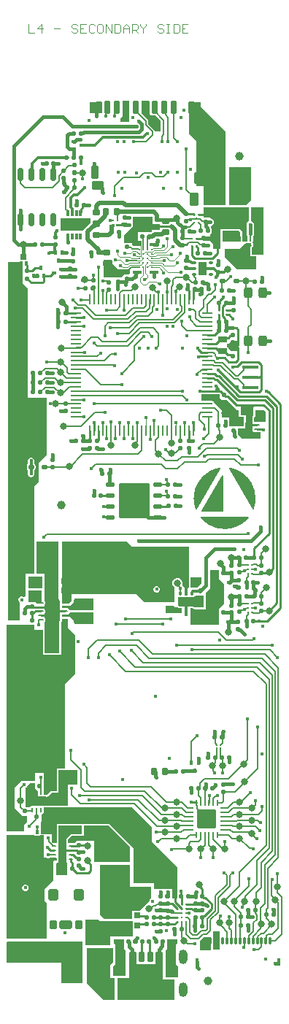
<source format=gbl>
G04*
G04 #@! TF.GenerationSoftware,Altium Limited,Altium Designer,21.9.2 (33)*
G04*
G04 Layer_Physical_Order=4*
G04 Layer_Color=15238730*
%FSLAX25Y25*%
%MOIN*%
G70*
G04*
G04 #@! TF.SameCoordinates,38B2C1F3-0FCD-4184-AA18-E5AB633A714F*
G04*
G04*
G04 #@! TF.FilePolarity,Positive*
G04*
G01*
G75*
%ADD10C,0.00984*%
%ADD11C,0.01181*%
%ADD12C,0.00394*%
%ADD13C,0.00591*%
%ADD14C,0.00787*%
G04:AMPARAMS|DCode=15|XSize=31.5mil|YSize=27.56mil|CornerRadius=3.45mil|HoleSize=0mil|Usage=FLASHONLY|Rotation=270.000|XOffset=0mil|YOffset=0mil|HoleType=Round|Shape=RoundedRectangle|*
%AMROUNDEDRECTD15*
21,1,0.03150,0.02067,0,0,270.0*
21,1,0.02461,0.02756,0,0,270.0*
1,1,0.00689,-0.01034,-0.01230*
1,1,0.00689,-0.01034,0.01230*
1,1,0.00689,0.01034,0.01230*
1,1,0.00689,0.01034,-0.01230*
%
%ADD15ROUNDEDRECTD15*%
G04:AMPARAMS|DCode=16|XSize=20.47mil|YSize=20.47mil|CornerRadius=4.1mil|HoleSize=0mil|Usage=FLASHONLY|Rotation=90.000|XOffset=0mil|YOffset=0mil|HoleType=Round|Shape=RoundedRectangle|*
%AMROUNDEDRECTD16*
21,1,0.02047,0.01228,0,0,90.0*
21,1,0.01228,0.02047,0,0,90.0*
1,1,0.00819,0.00614,0.00614*
1,1,0.00819,0.00614,-0.00614*
1,1,0.00819,-0.00614,-0.00614*
1,1,0.00819,-0.00614,0.00614*
%
%ADD16ROUNDEDRECTD16*%
G04:AMPARAMS|DCode=17|XSize=20.47mil|YSize=20.47mil|CornerRadius=4.1mil|HoleSize=0mil|Usage=FLASHONLY|Rotation=0.000|XOffset=0mil|YOffset=0mil|HoleType=Round|Shape=RoundedRectangle|*
%AMROUNDEDRECTD17*
21,1,0.02047,0.01228,0,0,0.0*
21,1,0.01228,0.02047,0,0,0.0*
1,1,0.00819,0.00614,-0.00614*
1,1,0.00819,-0.00614,-0.00614*
1,1,0.00819,-0.00614,0.00614*
1,1,0.00819,0.00614,0.00614*
%
%ADD17ROUNDEDRECTD17*%
%ADD35C,0.03150*%
%ADD36C,0.03937*%
%ADD37C,0.01772*%
%ADD38C,0.01575*%
%ADD39O,0.03937X0.06693*%
%ADD40C,0.01772*%
%ADD41C,0.00984*%
G04:AMPARAMS|DCode=42|XSize=11.81mil|YSize=15.75mil|CornerRadius=2.95mil|HoleSize=0mil|Usage=FLASHONLY|Rotation=180.000|XOffset=0mil|YOffset=0mil|HoleType=Round|Shape=RoundedRectangle|*
%AMROUNDEDRECTD42*
21,1,0.01181,0.00984,0,0,180.0*
21,1,0.00591,0.01575,0,0,180.0*
1,1,0.00591,-0.00295,0.00492*
1,1,0.00591,0.00295,0.00492*
1,1,0.00591,0.00295,-0.00492*
1,1,0.00591,-0.00295,-0.00492*
%
%ADD42ROUNDEDRECTD42*%
%ADD43C,0.00787*%
G04:AMPARAMS|DCode=44|XSize=43.31mil|YSize=15.75mil|CornerRadius=2.36mil|HoleSize=0mil|Usage=FLASHONLY|Rotation=180.000|XOffset=0mil|YOffset=0mil|HoleType=Round|Shape=RoundedRectangle|*
%AMROUNDEDRECTD44*
21,1,0.04331,0.01102,0,0,180.0*
21,1,0.03858,0.01575,0,0,180.0*
1,1,0.00472,-0.01929,0.00551*
1,1,0.00472,0.01929,0.00551*
1,1,0.00472,0.01929,-0.00551*
1,1,0.00472,-0.01929,-0.00551*
%
%ADD44ROUNDEDRECTD44*%
G04:AMPARAMS|DCode=45|XSize=23.62mil|YSize=61.02mil|CornerRadius=5.91mil|HoleSize=0mil|Usage=FLASHONLY|Rotation=0.000|XOffset=0mil|YOffset=0mil|HoleType=Round|Shape=RoundedRectangle|*
%AMROUNDEDRECTD45*
21,1,0.02362,0.04921,0,0,0.0*
21,1,0.01181,0.06102,0,0,0.0*
1,1,0.01181,0.00591,-0.02461*
1,1,0.01181,-0.00591,-0.02461*
1,1,0.01181,-0.00591,0.02461*
1,1,0.01181,0.00591,0.02461*
%
%ADD45ROUNDEDRECTD45*%
G04:AMPARAMS|DCode=46|XSize=33.47mil|YSize=29.53mil|CornerRadius=5.91mil|HoleSize=0mil|Usage=FLASHONLY|Rotation=90.000|XOffset=0mil|YOffset=0mil|HoleType=Round|Shape=RoundedRectangle|*
%AMROUNDEDRECTD46*
21,1,0.03347,0.01772,0,0,90.0*
21,1,0.02165,0.02953,0,0,90.0*
1,1,0.01181,0.00886,0.01083*
1,1,0.01181,0.00886,-0.01083*
1,1,0.01181,-0.00886,-0.01083*
1,1,0.01181,-0.00886,0.01083*
%
%ADD46ROUNDEDRECTD46*%
G04:AMPARAMS|DCode=47|XSize=11.81mil|YSize=17.72mil|CornerRadius=1.77mil|HoleSize=0mil|Usage=FLASHONLY|Rotation=90.000|XOffset=0mil|YOffset=0mil|HoleType=Round|Shape=RoundedRectangle|*
%AMROUNDEDRECTD47*
21,1,0.01181,0.01417,0,0,90.0*
21,1,0.00827,0.01772,0,0,90.0*
1,1,0.00354,0.00709,0.00413*
1,1,0.00354,0.00709,-0.00413*
1,1,0.00354,-0.00709,-0.00413*
1,1,0.00354,-0.00709,0.00413*
%
%ADD47ROUNDEDRECTD47*%
G04:AMPARAMS|DCode=48|XSize=9.84mil|YSize=49.21mil|CornerRadius=2.46mil|HoleSize=0mil|Usage=FLASHONLY|Rotation=90.000|XOffset=0mil|YOffset=0mil|HoleType=Round|Shape=RoundedRectangle|*
%AMROUNDEDRECTD48*
21,1,0.00984,0.04429,0,0,90.0*
21,1,0.00492,0.04921,0,0,90.0*
1,1,0.00492,0.02215,0.00246*
1,1,0.00492,0.02215,-0.00246*
1,1,0.00492,-0.02215,-0.00246*
1,1,0.00492,-0.02215,0.00246*
%
%ADD48ROUNDEDRECTD48*%
G04:AMPARAMS|DCode=49|XSize=9.84mil|YSize=49.21mil|CornerRadius=2.46mil|HoleSize=0mil|Usage=FLASHONLY|Rotation=180.000|XOffset=0mil|YOffset=0mil|HoleType=Round|Shape=RoundedRectangle|*
%AMROUNDEDRECTD49*
21,1,0.00984,0.04429,0,0,180.0*
21,1,0.00492,0.04921,0,0,180.0*
1,1,0.00492,-0.00246,0.02215*
1,1,0.00492,0.00246,0.02215*
1,1,0.00492,0.00246,-0.02215*
1,1,0.00492,-0.00246,-0.02215*
%
%ADD49ROUNDEDRECTD49*%
%ADD50C,0.00906*%
G04:AMPARAMS|DCode=51|XSize=27.56mil|YSize=57.09mil|CornerRadius=3.45mil|HoleSize=0mil|Usage=FLASHONLY|Rotation=0.000|XOffset=0mil|YOffset=0mil|HoleType=Round|Shape=RoundedRectangle|*
%AMROUNDEDRECTD51*
21,1,0.02756,0.05020,0,0,0.0*
21,1,0.02067,0.05709,0,0,0.0*
1,1,0.00689,0.01034,-0.02510*
1,1,0.00689,-0.01034,-0.02510*
1,1,0.00689,-0.01034,0.02510*
1,1,0.00689,0.01034,0.02510*
%
%ADD51ROUNDEDRECTD51*%
G04:AMPARAMS|DCode=52|XSize=39.37mil|YSize=31.5mil|CornerRadius=3.94mil|HoleSize=0mil|Usage=FLASHONLY|Rotation=0.000|XOffset=0mil|YOffset=0mil|HoleType=Round|Shape=RoundedRectangle|*
%AMROUNDEDRECTD52*
21,1,0.03937,0.02362,0,0,0.0*
21,1,0.03150,0.03150,0,0,0.0*
1,1,0.00787,0.01575,-0.01181*
1,1,0.00787,-0.01575,-0.01181*
1,1,0.00787,-0.01575,0.01181*
1,1,0.00787,0.01575,0.01181*
%
%ADD52ROUNDEDRECTD52*%
G04:AMPARAMS|DCode=53|XSize=27.56mil|YSize=59.06mil|CornerRadius=3.45mil|HoleSize=0mil|Usage=FLASHONLY|Rotation=0.000|XOffset=0mil|YOffset=0mil|HoleType=Round|Shape=RoundedRectangle|*
%AMROUNDEDRECTD53*
21,1,0.02756,0.05217,0,0,0.0*
21,1,0.02067,0.05906,0,0,0.0*
1,1,0.00689,0.01034,-0.02608*
1,1,0.00689,-0.01034,-0.02608*
1,1,0.00689,-0.01034,0.02608*
1,1,0.00689,0.01034,0.02608*
%
%ADD53ROUNDEDRECTD53*%
G04:AMPARAMS|DCode=54|XSize=31.5mil|YSize=55.12mil|CornerRadius=3.94mil|HoleSize=0mil|Usage=FLASHONLY|Rotation=0.000|XOffset=0mil|YOffset=0mil|HoleType=Round|Shape=RoundedRectangle|*
%AMROUNDEDRECTD54*
21,1,0.03150,0.04724,0,0,0.0*
21,1,0.02362,0.05512,0,0,0.0*
1,1,0.00787,0.01181,-0.02362*
1,1,0.00787,-0.01181,-0.02362*
1,1,0.00787,-0.01181,0.02362*
1,1,0.00787,0.01181,0.02362*
%
%ADD54ROUNDEDRECTD54*%
G04:AMPARAMS|DCode=55|XSize=55.12mil|YSize=39.37mil|CornerRadius=4.92mil|HoleSize=0mil|Usage=FLASHONLY|Rotation=0.000|XOffset=0mil|YOffset=0mil|HoleType=Round|Shape=RoundedRectangle|*
%AMROUNDEDRECTD55*
21,1,0.05512,0.02953,0,0,0.0*
21,1,0.04528,0.03937,0,0,0.0*
1,1,0.00984,0.02264,-0.01476*
1,1,0.00984,-0.02264,-0.01476*
1,1,0.00984,-0.02264,0.01476*
1,1,0.00984,0.02264,0.01476*
%
%ADD55ROUNDEDRECTD55*%
G04:AMPARAMS|DCode=56|XSize=31.5mil|YSize=59.06mil|CornerRadius=3.94mil|HoleSize=0mil|Usage=FLASHONLY|Rotation=0.000|XOffset=0mil|YOffset=0mil|HoleType=Round|Shape=RoundedRectangle|*
%AMROUNDEDRECTD56*
21,1,0.03150,0.05118,0,0,0.0*
21,1,0.02362,0.05906,0,0,0.0*
1,1,0.00787,0.01181,-0.02559*
1,1,0.00787,-0.01181,-0.02559*
1,1,0.00787,-0.01181,0.02559*
1,1,0.00787,0.01181,0.02559*
%
%ADD56ROUNDEDRECTD56*%
G04:AMPARAMS|DCode=57|XSize=39.37mil|YSize=61.02mil|CornerRadius=4.92mil|HoleSize=0mil|Usage=FLASHONLY|Rotation=180.000|XOffset=0mil|YOffset=0mil|HoleType=Round|Shape=RoundedRectangle|*
%AMROUNDEDRECTD57*
21,1,0.03937,0.05118,0,0,180.0*
21,1,0.02953,0.06102,0,0,180.0*
1,1,0.00984,-0.01476,0.02559*
1,1,0.00984,0.01476,0.02559*
1,1,0.00984,0.01476,-0.02559*
1,1,0.00984,-0.01476,-0.02559*
%
%ADD57ROUNDEDRECTD57*%
G04:AMPARAMS|DCode=58|XSize=33.47mil|YSize=29.53mil|CornerRadius=5.91mil|HoleSize=0mil|Usage=FLASHONLY|Rotation=180.000|XOffset=0mil|YOffset=0mil|HoleType=Round|Shape=RoundedRectangle|*
%AMROUNDEDRECTD58*
21,1,0.03347,0.01772,0,0,180.0*
21,1,0.02165,0.02953,0,0,180.0*
1,1,0.01181,-0.01083,0.00886*
1,1,0.01181,0.01083,0.00886*
1,1,0.01181,0.01083,-0.00886*
1,1,0.01181,-0.01083,-0.00886*
%
%ADD58ROUNDEDRECTD58*%
G04:AMPARAMS|DCode=59|XSize=15.75mil|YSize=21.65mil|CornerRadius=3.94mil|HoleSize=0mil|Usage=FLASHONLY|Rotation=270.000|XOffset=0mil|YOffset=0mil|HoleType=Round|Shape=RoundedRectangle|*
%AMROUNDEDRECTD59*
21,1,0.01575,0.01378,0,0,270.0*
21,1,0.00787,0.02165,0,0,270.0*
1,1,0.00787,-0.00689,-0.00394*
1,1,0.00787,-0.00689,0.00394*
1,1,0.00787,0.00689,0.00394*
1,1,0.00787,0.00689,-0.00394*
%
%ADD59ROUNDEDRECTD59*%
G04:AMPARAMS|DCode=60|XSize=11.81mil|YSize=29.53mil|CornerRadius=2.36mil|HoleSize=0mil|Usage=FLASHONLY|Rotation=0.000|XOffset=0mil|YOffset=0mil|HoleType=Round|Shape=RoundedRectangle|*
%AMROUNDEDRECTD60*
21,1,0.01181,0.02480,0,0,0.0*
21,1,0.00709,0.02953,0,0,0.0*
1,1,0.00472,0.00354,-0.01240*
1,1,0.00472,-0.00354,-0.01240*
1,1,0.00472,-0.00354,0.01240*
1,1,0.00472,0.00354,0.01240*
%
%ADD60ROUNDEDRECTD60*%
G04:AMPARAMS|DCode=61|XSize=62.99mil|YSize=55.12mil|CornerRadius=2.76mil|HoleSize=0mil|Usage=FLASHONLY|Rotation=0.000|XOffset=0mil|YOffset=0mil|HoleType=Round|Shape=RoundedRectangle|*
%AMROUNDEDRECTD61*
21,1,0.06299,0.04961,0,0,0.0*
21,1,0.05748,0.05512,0,0,0.0*
1,1,0.00551,0.02874,-0.02480*
1,1,0.00551,-0.02874,-0.02480*
1,1,0.00551,-0.02874,0.02480*
1,1,0.00551,0.02874,0.02480*
%
%ADD61ROUNDEDRECTD61*%
G04:AMPARAMS|DCode=62|XSize=66.93mil|YSize=43.31mil|CornerRadius=5.41mil|HoleSize=0mil|Usage=FLASHONLY|Rotation=270.000|XOffset=0mil|YOffset=0mil|HoleType=Round|Shape=RoundedRectangle|*
%AMROUNDEDRECTD62*
21,1,0.06693,0.03248,0,0,270.0*
21,1,0.05610,0.04331,0,0,270.0*
1,1,0.01083,-0.01624,-0.02805*
1,1,0.01083,-0.01624,0.02805*
1,1,0.01083,0.01624,0.02805*
1,1,0.01083,0.01624,-0.02805*
%
%ADD62ROUNDEDRECTD62*%
G04:AMPARAMS|DCode=63|XSize=70.87mil|YSize=27.56mil|CornerRadius=3.45mil|HoleSize=0mil|Usage=FLASHONLY|Rotation=0.000|XOffset=0mil|YOffset=0mil|HoleType=Round|Shape=RoundedRectangle|*
%AMROUNDEDRECTD63*
21,1,0.07087,0.02067,0,0,0.0*
21,1,0.06398,0.02756,0,0,0.0*
1,1,0.00689,0.03199,-0.01034*
1,1,0.00689,-0.03199,-0.01034*
1,1,0.00689,-0.03199,0.01034*
1,1,0.00689,0.03199,0.01034*
%
%ADD63ROUNDEDRECTD63*%
%ADD64C,0.00827*%
G04:AMPARAMS|DCode=65|XSize=27.56mil|YSize=45.28mil|CornerRadius=3.45mil|HoleSize=0mil|Usage=FLASHONLY|Rotation=180.000|XOffset=0mil|YOffset=0mil|HoleType=Round|Shape=RoundedRectangle|*
%AMROUNDEDRECTD65*
21,1,0.02756,0.03839,0,0,180.0*
21,1,0.02067,0.04528,0,0,180.0*
1,1,0.00689,-0.01034,0.01919*
1,1,0.00689,0.01034,0.01919*
1,1,0.00689,0.01034,-0.01919*
1,1,0.00689,-0.01034,-0.01919*
%
%ADD65ROUNDEDRECTD65*%
G04:AMPARAMS|DCode=66|XSize=35.43mil|YSize=45.28mil|CornerRadius=4.43mil|HoleSize=0mil|Usage=FLASHONLY|Rotation=180.000|XOffset=0mil|YOffset=0mil|HoleType=Round|Shape=RoundedRectangle|*
%AMROUNDEDRECTD66*
21,1,0.03543,0.03642,0,0,180.0*
21,1,0.02657,0.04528,0,0,180.0*
1,1,0.00886,-0.01329,0.01821*
1,1,0.00886,0.01329,0.01821*
1,1,0.00886,0.01329,-0.01821*
1,1,0.00886,-0.01329,-0.01821*
%
%ADD66ROUNDEDRECTD66*%
G04:AMPARAMS|DCode=67|XSize=31.5mil|YSize=45.28mil|CornerRadius=3.94mil|HoleSize=0mil|Usage=FLASHONLY|Rotation=180.000|XOffset=0mil|YOffset=0mil|HoleType=Round|Shape=RoundedRectangle|*
%AMROUNDEDRECTD67*
21,1,0.03150,0.03740,0,0,180.0*
21,1,0.02362,0.04528,0,0,180.0*
1,1,0.00787,-0.01181,0.01870*
1,1,0.00787,0.01181,0.01870*
1,1,0.00787,0.01181,-0.01870*
1,1,0.00787,-0.01181,-0.01870*
%
%ADD67ROUNDEDRECTD67*%
G04:AMPARAMS|DCode=68|XSize=27.56mil|YSize=25.59mil|CornerRadius=3.2mil|HoleSize=0mil|Usage=FLASHONLY|Rotation=180.000|XOffset=0mil|YOffset=0mil|HoleType=Round|Shape=RoundedRectangle|*
%AMROUNDEDRECTD68*
21,1,0.02756,0.01919,0,0,180.0*
21,1,0.02116,0.02559,0,0,180.0*
1,1,0.00640,-0.01058,0.00960*
1,1,0.00640,0.01058,0.00960*
1,1,0.00640,0.01058,-0.00960*
1,1,0.00640,-0.01058,-0.00960*
%
%ADD68ROUNDEDRECTD68*%
G04:AMPARAMS|DCode=69|XSize=94.49mil|YSize=25.59mil|CornerRadius=3.2mil|HoleSize=0mil|Usage=FLASHONLY|Rotation=180.000|XOffset=0mil|YOffset=0mil|HoleType=Round|Shape=RoundedRectangle|*
%AMROUNDEDRECTD69*
21,1,0.09449,0.01919,0,0,180.0*
21,1,0.08809,0.02559,0,0,180.0*
1,1,0.00640,-0.04405,0.00960*
1,1,0.00640,0.04405,0.00960*
1,1,0.00640,0.04405,-0.00960*
1,1,0.00640,-0.04405,-0.00960*
%
%ADD69ROUNDEDRECTD69*%
G04:AMPARAMS|DCode=70|XSize=55.12mil|YSize=47.24mil|CornerRadius=5.91mil|HoleSize=0mil|Usage=FLASHONLY|Rotation=90.000|XOffset=0mil|YOffset=0mil|HoleType=Round|Shape=RoundedRectangle|*
%AMROUNDEDRECTD70*
21,1,0.05512,0.03543,0,0,90.0*
21,1,0.04331,0.04724,0,0,90.0*
1,1,0.01181,0.01772,0.02165*
1,1,0.01181,0.01772,-0.02165*
1,1,0.01181,-0.01772,-0.02165*
1,1,0.01181,-0.01772,0.02165*
%
%ADD70ROUNDEDRECTD70*%
G04:AMPARAMS|DCode=71|XSize=11.81mil|YSize=17.72mil|CornerRadius=1.77mil|HoleSize=0mil|Usage=FLASHONLY|Rotation=180.000|XOffset=0mil|YOffset=0mil|HoleType=Round|Shape=RoundedRectangle|*
%AMROUNDEDRECTD71*
21,1,0.01181,0.01417,0,0,180.0*
21,1,0.00827,0.01772,0,0,180.0*
1,1,0.00354,-0.00413,0.00709*
1,1,0.00354,0.00413,0.00709*
1,1,0.00354,0.00413,-0.00709*
1,1,0.00354,-0.00413,-0.00709*
%
%ADD71ROUNDEDRECTD71*%
G04:AMPARAMS|DCode=72|XSize=62.99mil|YSize=39.37mil|CornerRadius=1.97mil|HoleSize=0mil|Usage=FLASHONLY|Rotation=180.000|XOffset=0mil|YOffset=0mil|HoleType=Round|Shape=RoundedRectangle|*
%AMROUNDEDRECTD72*
21,1,0.06299,0.03543,0,0,180.0*
21,1,0.05906,0.03937,0,0,180.0*
1,1,0.00394,-0.02953,0.01772*
1,1,0.00394,0.02953,0.01772*
1,1,0.00394,0.02953,-0.01772*
1,1,0.00394,-0.02953,-0.01772*
%
%ADD72ROUNDEDRECTD72*%
G04:AMPARAMS|DCode=73|XSize=19.68mil|YSize=23.62mil|CornerRadius=4.92mil|HoleSize=0mil|Usage=FLASHONLY|Rotation=90.000|XOffset=0mil|YOffset=0mil|HoleType=Round|Shape=RoundedRectangle|*
%AMROUNDEDRECTD73*
21,1,0.01968,0.01378,0,0,90.0*
21,1,0.00984,0.02362,0,0,90.0*
1,1,0.00984,0.00689,0.00492*
1,1,0.00984,0.00689,-0.00492*
1,1,0.00984,-0.00689,-0.00492*
1,1,0.00984,-0.00689,0.00492*
%
%ADD73ROUNDEDRECTD73*%
G04:AMPARAMS|DCode=74|XSize=15.75mil|YSize=21.65mil|CornerRadius=3.94mil|HoleSize=0mil|Usage=FLASHONLY|Rotation=180.000|XOffset=0mil|YOffset=0mil|HoleType=Round|Shape=RoundedRectangle|*
%AMROUNDEDRECTD74*
21,1,0.01575,0.01378,0,0,180.0*
21,1,0.00787,0.02165,0,0,180.0*
1,1,0.00787,-0.00394,0.00689*
1,1,0.00787,0.00394,0.00689*
1,1,0.00787,0.00394,-0.00689*
1,1,0.00787,-0.00394,-0.00689*
%
%ADD74ROUNDEDRECTD74*%
G04:AMPARAMS|DCode=75|XSize=15.75mil|YSize=18.9mil|CornerRadius=3.15mil|HoleSize=0mil|Usage=FLASHONLY|Rotation=0.000|XOffset=0mil|YOffset=0mil|HoleType=Round|Shape=RoundedRectangle|*
%AMROUNDEDRECTD75*
21,1,0.01575,0.01260,0,0,0.0*
21,1,0.00945,0.01890,0,0,0.0*
1,1,0.00630,0.00472,-0.00630*
1,1,0.00630,-0.00472,-0.00630*
1,1,0.00630,-0.00472,0.00630*
1,1,0.00630,0.00472,0.00630*
%
%ADD75ROUNDEDRECTD75*%
G04:AMPARAMS|DCode=76|XSize=29.53mil|YSize=29.53mil|CornerRadius=1.77mil|HoleSize=0mil|Usage=FLASHONLY|Rotation=90.000|XOffset=0mil|YOffset=0mil|HoleType=Round|Shape=RoundedRectangle|*
%AMROUNDEDRECTD76*
21,1,0.02953,0.02598,0,0,90.0*
21,1,0.02598,0.02953,0,0,90.0*
1,1,0.00354,0.01299,0.01299*
1,1,0.00354,0.01299,-0.01299*
1,1,0.00354,-0.01299,-0.01299*
1,1,0.00354,-0.01299,0.01299*
%
%ADD76ROUNDEDRECTD76*%
G04:AMPARAMS|DCode=77|XSize=9.84mil|YSize=19.68mil|CornerRadius=2.46mil|HoleSize=0mil|Usage=FLASHONLY|Rotation=90.000|XOffset=0mil|YOffset=0mil|HoleType=Round|Shape=RoundedRectangle|*
%AMROUNDEDRECTD77*
21,1,0.00984,0.01476,0,0,90.0*
21,1,0.00492,0.01968,0,0,90.0*
1,1,0.00492,0.00738,0.00246*
1,1,0.00492,0.00738,-0.00246*
1,1,0.00492,-0.00738,-0.00246*
1,1,0.00492,-0.00738,0.00246*
%
%ADD77ROUNDEDRECTD77*%
G04:AMPARAMS|DCode=78|XSize=47.24mil|YSize=39.37mil|CornerRadius=9.84mil|HoleSize=0mil|Usage=FLASHONLY|Rotation=270.000|XOffset=0mil|YOffset=0mil|HoleType=Round|Shape=RoundedRectangle|*
%AMROUNDEDRECTD78*
21,1,0.04724,0.01968,0,0,270.0*
21,1,0.02756,0.03937,0,0,270.0*
1,1,0.01968,-0.00984,-0.01378*
1,1,0.01968,-0.00984,0.01378*
1,1,0.01968,0.00984,0.01378*
1,1,0.01968,0.00984,-0.01378*
%
%ADD78ROUNDEDRECTD78*%
G04:AMPARAMS|DCode=79|XSize=9.84mil|YSize=19.68mil|CornerRadius=1.97mil|HoleSize=0mil|Usage=FLASHONLY|Rotation=0.000|XOffset=0mil|YOffset=0mil|HoleType=Round|Shape=RoundedRectangle|*
%AMROUNDEDRECTD79*
21,1,0.00984,0.01575,0,0,0.0*
21,1,0.00591,0.01968,0,0,0.0*
1,1,0.00394,0.00295,-0.00787*
1,1,0.00394,-0.00295,-0.00787*
1,1,0.00394,-0.00295,0.00787*
1,1,0.00394,0.00295,0.00787*
%
%ADD79ROUNDEDRECTD79*%
G04:AMPARAMS|DCode=80|XSize=9.84mil|YSize=25.59mil|CornerRadius=2.46mil|HoleSize=0mil|Usage=FLASHONLY|Rotation=90.000|XOffset=0mil|YOffset=0mil|HoleType=Round|Shape=RoundedRectangle|*
%AMROUNDEDRECTD80*
21,1,0.00984,0.02067,0,0,90.0*
21,1,0.00492,0.02559,0,0,90.0*
1,1,0.00492,0.01034,0.00246*
1,1,0.00492,0.01034,-0.00246*
1,1,0.00492,-0.01034,-0.00246*
1,1,0.00492,-0.01034,0.00246*
%
%ADD80ROUNDEDRECTD80*%
G04:AMPARAMS|DCode=81|XSize=15.75mil|YSize=74.8mil|CornerRadius=3.94mil|HoleSize=0mil|Usage=FLASHONLY|Rotation=270.000|XOffset=0mil|YOffset=0mil|HoleType=Round|Shape=RoundedRectangle|*
%AMROUNDEDRECTD81*
21,1,0.01575,0.06693,0,0,270.0*
21,1,0.00787,0.07480,0,0,270.0*
1,1,0.00787,-0.03347,-0.00394*
1,1,0.00787,-0.03347,0.00394*
1,1,0.00787,0.03347,0.00394*
1,1,0.00787,0.03347,-0.00394*
%
%ADD81ROUNDEDRECTD81*%
G04:AMPARAMS|DCode=82|XSize=47.24mil|YSize=31.1mil|CornerRadius=3.11mil|HoleSize=0mil|Usage=FLASHONLY|Rotation=90.000|XOffset=0mil|YOffset=0mil|HoleType=Round|Shape=RoundedRectangle|*
%AMROUNDEDRECTD82*
21,1,0.04724,0.02488,0,0,90.0*
21,1,0.04102,0.03110,0,0,90.0*
1,1,0.00622,0.01244,0.02051*
1,1,0.00622,0.01244,-0.02051*
1,1,0.00622,-0.01244,-0.02051*
1,1,0.00622,-0.01244,0.02051*
%
%ADD82ROUNDEDRECTD82*%
G04:AMPARAMS|DCode=83|XSize=11.81mil|YSize=31.5mil|CornerRadius=1.48mil|HoleSize=0mil|Usage=FLASHONLY|Rotation=180.000|XOffset=0mil|YOffset=0mil|HoleType=Round|Shape=RoundedRectangle|*
%AMROUNDEDRECTD83*
21,1,0.01181,0.02854,0,0,180.0*
21,1,0.00886,0.03150,0,0,180.0*
1,1,0.00295,-0.00443,0.01427*
1,1,0.00295,0.00443,0.01427*
1,1,0.00295,0.00443,-0.01427*
1,1,0.00295,-0.00443,-0.01427*
%
%ADD83ROUNDEDRECTD83*%
G04:AMPARAMS|DCode=84|XSize=15.75mil|YSize=31.5mil|CornerRadius=1.97mil|HoleSize=0mil|Usage=FLASHONLY|Rotation=180.000|XOffset=0mil|YOffset=0mil|HoleType=Round|Shape=RoundedRectangle|*
%AMROUNDEDRECTD84*
21,1,0.01575,0.02756,0,0,180.0*
21,1,0.01181,0.03150,0,0,180.0*
1,1,0.00394,-0.00591,0.01378*
1,1,0.00394,0.00591,0.01378*
1,1,0.00394,0.00591,-0.01378*
1,1,0.00394,-0.00591,-0.01378*
%
%ADD84ROUNDEDRECTD84*%
G04:AMPARAMS|DCode=85|XSize=17.72mil|YSize=37.4mil|CornerRadius=2.22mil|HoleSize=0mil|Usage=FLASHONLY|Rotation=90.000|XOffset=0mil|YOffset=0mil|HoleType=Round|Shape=RoundedRectangle|*
%AMROUNDEDRECTD85*
21,1,0.01772,0.03297,0,0,90.0*
21,1,0.01329,0.03740,0,0,90.0*
1,1,0.00443,0.01649,0.00664*
1,1,0.00443,0.01649,-0.00664*
1,1,0.00443,-0.01649,-0.00664*
1,1,0.00443,-0.01649,0.00664*
%
%ADD85ROUNDEDRECTD85*%
G04:AMPARAMS|DCode=86|XSize=86.61mil|YSize=86.61mil|CornerRadius=4.33mil|HoleSize=0mil|Usage=FLASHONLY|Rotation=180.000|XOffset=0mil|YOffset=0mil|HoleType=Round|Shape=RoundedRectangle|*
%AMROUNDEDRECTD86*
21,1,0.08661,0.07795,0,0,180.0*
21,1,0.07795,0.08661,0,0,180.0*
1,1,0.00866,-0.03898,0.03898*
1,1,0.00866,0.03898,0.03898*
1,1,0.00866,0.03898,-0.03898*
1,1,0.00866,-0.03898,-0.03898*
%
%ADD86ROUNDEDRECTD86*%
G04:AMPARAMS|DCode=87|XSize=9.84mil|YSize=29.53mil|CornerRadius=2.46mil|HoleSize=0mil|Usage=FLASHONLY|Rotation=180.000|XOffset=0mil|YOffset=0mil|HoleType=Round|Shape=RoundedRectangle|*
%AMROUNDEDRECTD87*
21,1,0.00984,0.02461,0,0,180.0*
21,1,0.00492,0.02953,0,0,180.0*
1,1,0.00492,-0.00246,0.01230*
1,1,0.00492,0.00246,0.01230*
1,1,0.00492,0.00246,-0.01230*
1,1,0.00492,-0.00246,-0.01230*
%
%ADD87ROUNDEDRECTD87*%
G04:AMPARAMS|DCode=88|XSize=137.8mil|YSize=161.42mil|CornerRadius=3.45mil|HoleSize=0mil|Usage=FLASHONLY|Rotation=0.000|XOffset=0mil|YOffset=0mil|HoleType=Round|Shape=RoundedRectangle|*
%AMROUNDEDRECTD88*
21,1,0.13780,0.15453,0,0,0.0*
21,1,0.13091,0.16142,0,0,0.0*
1,1,0.00689,0.06545,-0.07726*
1,1,0.00689,-0.06545,-0.07726*
1,1,0.00689,-0.06545,0.07726*
1,1,0.00689,0.06545,0.07726*
%
%ADD88ROUNDEDRECTD88*%
G04:AMPARAMS|DCode=89|XSize=96.46mil|YSize=66.93mil|CornerRadius=3.35mil|HoleSize=0mil|Usage=FLASHONLY|Rotation=90.000|XOffset=0mil|YOffset=0mil|HoleType=Round|Shape=RoundedRectangle|*
%AMROUNDEDRECTD89*
21,1,0.09646,0.06024,0,0,90.0*
21,1,0.08976,0.06693,0,0,90.0*
1,1,0.00669,0.03012,0.04488*
1,1,0.00669,0.03012,-0.04488*
1,1,0.00669,-0.03012,-0.04488*
1,1,0.00669,-0.03012,0.04488*
%
%ADD89ROUNDEDRECTD89*%
G04:AMPARAMS|DCode=90|XSize=9.84mil|YSize=27.56mil|CornerRadius=2.46mil|HoleSize=0mil|Usage=FLASHONLY|Rotation=90.000|XOffset=0mil|YOffset=0mil|HoleType=Round|Shape=RoundedRectangle|*
%AMROUNDEDRECTD90*
21,1,0.00984,0.02264,0,0,90.0*
21,1,0.00492,0.02756,0,0,90.0*
1,1,0.00492,0.01132,0.00246*
1,1,0.00492,0.01132,-0.00246*
1,1,0.00492,-0.01132,-0.00246*
1,1,0.00492,-0.01132,0.00246*
%
%ADD90ROUNDEDRECTD90*%
G04:AMPARAMS|DCode=91|XSize=94.49mil|YSize=33.07mil|CornerRadius=3.31mil|HoleSize=0mil|Usage=FLASHONLY|Rotation=90.000|XOffset=0mil|YOffset=0mil|HoleType=Round|Shape=RoundedRectangle|*
%AMROUNDEDRECTD91*
21,1,0.09449,0.02646,0,0,90.0*
21,1,0.08787,0.03307,0,0,90.0*
1,1,0.00661,0.01323,0.04394*
1,1,0.00661,0.01323,-0.04394*
1,1,0.00661,-0.01323,-0.04394*
1,1,0.00661,-0.01323,0.04394*
%
%ADD91ROUNDEDRECTD91*%
G04:AMPARAMS|DCode=92|XSize=70.87mil|YSize=43.31mil|CornerRadius=2.17mil|HoleSize=0mil|Usage=FLASHONLY|Rotation=0.000|XOffset=0mil|YOffset=0mil|HoleType=Round|Shape=RoundedRectangle|*
%AMROUNDEDRECTD92*
21,1,0.07087,0.03898,0,0,0.0*
21,1,0.06653,0.04331,0,0,0.0*
1,1,0.00433,0.03327,-0.01949*
1,1,0.00433,-0.03327,-0.01949*
1,1,0.00433,-0.03327,0.01949*
1,1,0.00433,0.03327,0.01949*
%
%ADD92ROUNDEDRECTD92*%
G04:AMPARAMS|DCode=93|XSize=78.74mil|YSize=31.5mil|CornerRadius=3.94mil|HoleSize=0mil|Usage=FLASHONLY|Rotation=0.000|XOffset=0mil|YOffset=0mil|HoleType=Round|Shape=RoundedRectangle|*
%AMROUNDEDRECTD93*
21,1,0.07874,0.02362,0,0,0.0*
21,1,0.07087,0.03150,0,0,0.0*
1,1,0.00787,0.03543,-0.01181*
1,1,0.00787,-0.03543,-0.01181*
1,1,0.00787,-0.03543,0.01181*
1,1,0.00787,0.03543,0.01181*
%
%ADD93ROUNDEDRECTD93*%
G04:AMPARAMS|DCode=94|XSize=49.21mil|YSize=53.15mil|CornerRadius=12.3mil|HoleSize=0mil|Usage=FLASHONLY|Rotation=0.000|XOffset=0mil|YOffset=0mil|HoleType=Round|Shape=RoundedRectangle|*
%AMROUNDEDRECTD94*
21,1,0.04921,0.02854,0,0,0.0*
21,1,0.02461,0.05315,0,0,0.0*
1,1,0.02461,0.01230,-0.01427*
1,1,0.02461,-0.01230,-0.01427*
1,1,0.02461,-0.01230,0.01427*
1,1,0.02461,0.01230,0.01427*
%
%ADD94ROUNDEDRECTD94*%
G04:AMPARAMS|DCode=95|XSize=59.06mil|YSize=39.37mil|CornerRadius=9.84mil|HoleSize=0mil|Usage=FLASHONLY|Rotation=180.000|XOffset=0mil|YOffset=0mil|HoleType=Round|Shape=RoundedRectangle|*
%AMROUNDEDRECTD95*
21,1,0.05906,0.01968,0,0,180.0*
21,1,0.03937,0.03937,0,0,180.0*
1,1,0.01968,-0.01968,0.00984*
1,1,0.01968,0.01968,0.00984*
1,1,0.01968,0.01968,-0.00984*
1,1,0.01968,-0.01968,-0.00984*
%
%ADD95ROUNDEDRECTD95*%
G04:AMPARAMS|DCode=96|XSize=35.43mil|YSize=39.37mil|CornerRadius=8.86mil|HoleSize=0mil|Usage=FLASHONLY|Rotation=180.000|XOffset=0mil|YOffset=0mil|HoleType=Round|Shape=RoundedRectangle|*
%AMROUNDEDRECTD96*
21,1,0.03543,0.02165,0,0,180.0*
21,1,0.01772,0.03937,0,0,180.0*
1,1,0.01772,-0.00886,0.01083*
1,1,0.01772,0.00886,0.01083*
1,1,0.01772,0.00886,-0.01083*
1,1,0.01772,-0.00886,-0.01083*
%
%ADD96ROUNDEDRECTD96*%
G04:AMPARAMS|DCode=97|XSize=9.84mil|YSize=29.53mil|CornerRadius=2.46mil|HoleSize=0mil|Usage=FLASHONLY|Rotation=90.000|XOffset=0mil|YOffset=0mil|HoleType=Round|Shape=RoundedRectangle|*
%AMROUNDEDRECTD97*
21,1,0.00984,0.02461,0,0,90.0*
21,1,0.00492,0.02953,0,0,90.0*
1,1,0.00492,0.01230,0.00246*
1,1,0.00492,0.01230,-0.00246*
1,1,0.00492,-0.01230,-0.00246*
1,1,0.00492,-0.01230,0.00246*
%
%ADD97ROUNDEDRECTD97*%
G04:AMPARAMS|DCode=98|XSize=23.62mil|YSize=43.31mil|CornerRadius=2.95mil|HoleSize=0mil|Usage=FLASHONLY|Rotation=90.000|XOffset=0mil|YOffset=0mil|HoleType=Round|Shape=RoundedRectangle|*
%AMROUNDEDRECTD98*
21,1,0.02362,0.03740,0,0,90.0*
21,1,0.01772,0.04331,0,0,90.0*
1,1,0.00591,0.01870,0.00886*
1,1,0.00591,0.01870,-0.00886*
1,1,0.00591,-0.01870,-0.00886*
1,1,0.00591,-0.01870,0.00886*
%
%ADD98ROUNDEDRECTD98*%
%ADD99C,0.01968*%
G36*
X863469Y1021508D02*
X863716Y1021287D01*
X863853Y1020985D01*
X863855Y1020819D01*
X863855Y1016850D01*
X863855D01*
X863856Y1016693D01*
X863739Y1016403D01*
X863520Y1016180D01*
X863232Y1016057D01*
X863075Y1016055D01*
X858744Y1016055D01*
X858744Y1016055D01*
X858587Y1016054D01*
X858297Y1016171D01*
X858073Y1016390D01*
X857951Y1016678D01*
X857949Y1016835D01*
X857949Y1020410D01*
X857942Y1020560D01*
X858043Y1020843D01*
X858244Y1021065D01*
X858515Y1021194D01*
X858665Y1021201D01*
X862989Y1021595D01*
X862989Y1021594D01*
X863154Y1021611D01*
X863469Y1021508D01*
D02*
G37*
G36*
X876158Y1013713D02*
Y1012138D01*
X872221D01*
Y1013713D01*
X873008Y1014500D01*
Y1021981D01*
X876158D01*
Y1013713D01*
D02*
G37*
G36*
X885486Y1021636D02*
Y1016420D01*
X885574Y1015978D01*
X885824Y1015604D01*
X886198Y1015353D01*
X886640Y1015265D01*
X887991D01*
X890408Y1012848D01*
Y1007807D01*
X887891D01*
X887807Y1008230D01*
X887575Y1008578D01*
Y1008595D01*
X884819Y1011351D01*
Y1012926D01*
X881670Y1016075D01*
Y1021981D01*
X885203D01*
X885486Y1021636D01*
D02*
G37*
G36*
X931670Y976705D02*
X929307Y974343D01*
X921827D01*
Y991666D01*
X931670D01*
Y976705D01*
D02*
G37*
G36*
X903893Y1021595D02*
X908217Y1021201D01*
X908217Y1021201D01*
X908367Y1021194D01*
X908638Y1021065D01*
X908840Y1020843D01*
X908941Y1020560D01*
X908933Y1020410D01*
X908933Y1019126D01*
X920252Y1007807D01*
Y974343D01*
X910016D01*
Y983004D01*
X906866D01*
Y1003477D01*
X903323Y1007020D01*
Y1016220D01*
X903143Y1016403D01*
X903026Y1016693D01*
X903028Y1016850D01*
X903028Y1020819D01*
X903030Y1020985D01*
X903166Y1021287D01*
X903413Y1021508D01*
X903728Y1021611D01*
X903893Y1021595D01*
D02*
G37*
G36*
X874977Y964500D02*
X870305D01*
X870268Y964546D01*
Y965681D01*
X872221D01*
X872614Y966075D01*
X874977D01*
Y964500D01*
D02*
G37*
G36*
X858441Y966075D02*
X854898Y962532D01*
X844662D01*
Y968044D01*
X858441D01*
Y966075D01*
D02*
G37*
G36*
X869465Y964546D02*
X869071Y964152D01*
Y961744D01*
X867103D01*
Y965288D01*
X867890D01*
X868284Y965681D01*
X869465D01*
Y964546D01*
D02*
G37*
G36*
X930882Y970018D02*
X930876Y970012D01*
Y967250D01*
X929701Y966075D01*
Y960563D01*
X930165Y960100D01*
X930266Y959948D01*
X930268Y959946D01*
Y959912D01*
X930233Y959826D01*
Y959332D01*
X930268Y959246D01*
Y958338D01*
X930233Y958251D01*
Y958132D01*
X930159Y957743D01*
X929771Y957670D01*
X929651D01*
X929195Y957481D01*
X929128Y957414D01*
X928096D01*
X927755Y957758D01*
Y959825D01*
X927732Y959937D01*
Y961760D01*
X927732Y961760D01*
X927732Y961760D01*
Y962138D01*
X926551Y963319D01*
X917890D01*
Y957414D01*
Y954264D01*
X914347D01*
Y956626D01*
X913166Y957807D01*
Y960804D01*
X913540Y961055D01*
X913805Y961451D01*
X913898Y961918D01*
Y963146D01*
X913805Y963613D01*
X913558Y963982D01*
X913494Y964302D01*
X913621Y964760D01*
X913656Y964844D01*
X913798Y964872D01*
X914351Y965242D01*
X914721Y965796D01*
X914851Y966448D01*
X914721Y967101D01*
X914351Y967655D01*
X913798Y968025D01*
X913166Y968150D01*
Y968437D01*
X910016D01*
Y973162D01*
X930882D01*
Y970018D01*
D02*
G37*
G36*
X926930Y961760D02*
Y959937D01*
X926945Y959859D01*
Y957414D01*
X918693D01*
Y962516D01*
X926173D01*
X926930Y961760D01*
D02*
G37*
G36*
X930770Y956953D02*
X931226Y956764D01*
X931345D01*
X931733Y956690D01*
X931807Y956302D01*
Y956183D01*
X931983Y955759D01*
X931276Y955052D01*
Y950721D01*
X934032D01*
Y944815D01*
X925370D01*
X919880Y950306D01*
Y954264D01*
X926551D01*
X928898Y956611D01*
X929128D01*
X929436Y956672D01*
X929590Y956775D01*
X929607Y956782D01*
X929651Y956764D01*
X930145D01*
X930600Y956953D01*
X930667Y957020D01*
X930703D01*
X930770Y956953D01*
D02*
G37*
G36*
X886788Y965681D02*
X889937D01*
Y962926D01*
X886394D01*
Y961744D01*
X880095D01*
Y957807D01*
X881768D01*
Y955839D01*
X877453D01*
Y957020D01*
X873796D01*
Y960587D01*
X877732Y964524D01*
Y968831D01*
X886788D01*
Y965681D01*
D02*
G37*
G36*
X937596Y951508D02*
X934109D01*
X934032Y951524D01*
X932079D01*
Y954719D01*
X932551Y955191D01*
X932608Y955277D01*
X932725Y955451D01*
X932786Y955759D01*
D01*
Y955759D01*
X932725Y956066D01*
X932725Y956066D01*
X932695Y956139D01*
X932713Y956183D01*
Y956676D01*
X932524Y957132D01*
X932457Y957199D01*
Y957235D01*
X932524Y957302D01*
X932713Y957758D01*
Y958251D01*
X932677Y958338D01*
Y959246D01*
X932713Y959332D01*
Y959826D01*
X932677Y959912D01*
Y959946D01*
X932679Y959948D01*
X932679Y959948D01*
X932781Y960100D01*
X933244Y960563D01*
Y965780D01*
X931781Y967244D01*
Y973162D01*
X937596D01*
Y951508D01*
D02*
G37*
G36*
X911505Y948329D02*
X911561Y948273D01*
X911591Y948201D01*
Y948162D01*
Y945996D01*
X911594Y945958D01*
X911624Y945887D01*
X911678Y945833D01*
X911749Y945803D01*
X911788Y945800D01*
X913756D01*
Y944618D01*
X911788D01*
X911749Y944615D01*
X911678Y944585D01*
X911624Y944531D01*
X911594Y944460D01*
X911591Y944422D01*
Y942256D01*
Y942217D01*
X911561Y942145D01*
X911505Y942089D01*
X911433Y942059D01*
X907812D01*
X907739Y942089D01*
X907684Y942145D01*
X907654Y942217D01*
Y942256D01*
Y948162D01*
Y948201D01*
X907684Y948273D01*
X907739Y948329D01*
X907812Y948359D01*
X911433D01*
X911505Y948329D01*
D02*
G37*
G36*
X868284Y948752D02*
Y947571D01*
X871040Y944815D01*
X876551D01*
Y943241D01*
X875764Y942453D01*
X873796D01*
X872614Y941272D01*
X864347D01*
Y949146D01*
X867890D01*
X868284Y948752D01*
D02*
G37*
G36*
X926158Y907414D02*
X922614D01*
X921632Y908396D01*
X921567Y908722D01*
X921328Y909080D01*
X920970Y909319D01*
X920646Y909384D01*
Y910170D01*
X922614Y912138D01*
X926158D01*
Y907414D01*
D02*
G37*
G36*
X938362Y879855D02*
Y875130D01*
X933244D01*
Y877099D01*
X933638Y877492D01*
Y880642D01*
X937575D01*
X938362Y879855D01*
D02*
G37*
G36*
X917496Y887537D02*
Y886154D01*
X918284Y885367D01*
X920646D01*
X925370Y880642D01*
X926158D01*
Y877492D01*
X928539D01*
Y874925D01*
X928518Y874819D01*
Y873162D01*
X921816D01*
Y875261D01*
X921858Y875471D01*
X921858Y875471D01*
Y875524D01*
X921816Y875734D01*
Y877099D01*
X920407D01*
X920252Y877130D01*
X920097Y877099D01*
X918284D01*
Y880642D01*
X914875Y884051D01*
X914649Y884389D01*
X914311Y884615D01*
X913953Y884973D01*
X909229Y884973D01*
Y887729D01*
X917305D01*
X917496Y887537D01*
D02*
G37*
G36*
X932851Y880720D02*
X932835Y880642D01*
Y878264D01*
X932457Y877886D01*
Y877176D01*
X932442Y877099D01*
Y876090D01*
X932417Y875967D01*
Y875475D01*
X932442Y875352D01*
Y875130D01*
X932457Y875053D01*
Y872231D01*
X932417Y872030D01*
Y871538D01*
X932457Y871337D01*
Y871193D01*
X932493Y871158D01*
X932497Y871134D01*
X932726Y870793D01*
X933067Y870564D01*
X933090Y870560D01*
X933244Y870406D01*
X936000D01*
Y867650D01*
X927732D01*
X925764Y869618D01*
Y872359D01*
X928518D01*
X928596Y872374D01*
X929307D01*
Y873093D01*
X929321Y873162D01*
Y873374D01*
X929347Y873506D01*
Y873998D01*
X929321Y874131D01*
Y874740D01*
X929326Y874768D01*
Y874847D01*
X929342Y874925D01*
Y875448D01*
X929347Y875475D01*
Y875967D01*
X929342Y875994D01*
Y877492D01*
X929307Y877666D01*
Y878280D01*
X928617D01*
X928539Y878295D01*
X926960D01*
Y880642D01*
X926945Y880720D01*
Y883004D01*
X932851D01*
Y880720D01*
D02*
G37*
G36*
X917383Y853939D02*
D01*
X906776Y835567D01*
X906744Y835656D01*
X906682Y835835D01*
X906622Y836014D01*
X906564Y836195D01*
X906536Y836285D01*
X906506Y836384D01*
X906449Y836582D01*
X906395Y836781D01*
X906343Y836981D01*
X906318Y837081D01*
X906318D01*
X906291Y837194D01*
X906240Y837421D01*
X906192Y837648D01*
X906149Y837877D01*
X906129Y837991D01*
X906129D01*
X906106Y838122D01*
X906065Y838386D01*
X906028Y838651D01*
X905997Y838916D01*
X905984Y839049D01*
X905969Y839205D01*
X905946Y839518D01*
X905929Y839831D01*
X905920Y840145D01*
X905919Y840301D01*
X905917Y840502D01*
X905926Y840904D01*
X905946Y841306D01*
X905978Y841706D01*
X906000Y841906D01*
X906077Y842611D01*
X906376Y843997D01*
X906817Y845344D01*
X907395Y846638D01*
X907749Y847252D01*
X908202Y848037D01*
X909308Y849473D01*
X910593Y850750D01*
X912035Y851847D01*
X912823Y852295D01*
X912961Y852375D01*
X913243Y852527D01*
X913527Y852672D01*
X913815Y852812D01*
X913960Y852878D01*
X914083Y852934D01*
X914331Y853041D01*
X914581Y853143D01*
X914833Y853241D01*
X914960Y853287D01*
X915072Y853328D01*
X915297Y853406D01*
X915524Y853481D01*
X915752Y853551D01*
X915866Y853584D01*
X915968Y853614D01*
X916173Y853671D01*
X916379Y853724D01*
X916586Y853774D01*
X916689Y853798D01*
X916776Y853818D01*
X916949Y853855D01*
X917122Y853890D01*
X917296Y853923D01*
X917383Y853939D01*
X917383Y853939D01*
X917383Y853939D01*
D02*
G37*
G36*
X922108Y853922D02*
X922297Y853886D01*
X922486Y853847D01*
X922674Y853806D01*
X922768Y853784D01*
X922870Y853760D01*
X923073Y853710D01*
X923275Y853657D01*
X923477Y853600D01*
X923578Y853571D01*
X923692Y853537D01*
X923919Y853466D01*
X924146Y853391D01*
X924371Y853312D01*
X924483Y853270D01*
X924609Y853224D01*
X924861Y853125D01*
X925110Y853022D01*
X925358Y852914D01*
X925480Y852857D01*
X925624Y852792D01*
X925909Y852653D01*
X926190Y852508D01*
X926468Y852357D01*
X926606Y852278D01*
Y852278D01*
X926777Y852179D01*
X927115Y851972D01*
X927446Y851756D01*
X927772Y851530D01*
X927931Y851412D01*
X927931D01*
X928496Y850995D01*
X929535Y850048D01*
X930472Y849000D01*
X931296Y847861D01*
X931647Y847253D01*
X932107Y846455D01*
X932806Y844750D01*
X933270Y842967D01*
X933491Y841138D01*
X933477Y840217D01*
X933475Y840062D01*
X933464Y839751D01*
X933446Y839441D01*
X933421Y839131D01*
X933405Y838977D01*
X933405D01*
X933391Y838845D01*
X933359Y838583D01*
X933323Y838321D01*
X933281Y838060D01*
X933257Y837930D01*
X933237Y837816D01*
X933192Y837588D01*
X933144Y837360D01*
X933091Y837134D01*
X933063Y837021D01*
X933038Y836921D01*
X932986Y836721D01*
X932930Y836522D01*
X932872Y836324D01*
X932842Y836225D01*
X932816Y836142D01*
X932762Y835976D01*
X932707Y835811D01*
X932650Y835647D01*
X932620Y835565D01*
X932620Y835565D01*
X932620Y835565D01*
X932620Y835565D01*
X922013Y853939D01*
X922108Y853922D01*
D02*
G37*
G36*
X918715Y834396D02*
X909338D01*
X918715Y850637D01*
Y834396D01*
D02*
G37*
G36*
X930244Y831490D02*
X930118Y831345D01*
X929990Y831201D01*
X929861Y831058D01*
X929795Y830988D01*
X929723Y830912D01*
X929578Y830761D01*
X929430Y830612D01*
X929281Y830466D01*
X929205Y830394D01*
X929119Y830312D01*
X928946Y830153D01*
X928771Y829997D01*
X928592Y829843D01*
X928502Y829768D01*
X928399Y829683D01*
X928191Y829516D01*
X927979Y829353D01*
X927764Y829194D01*
X927655Y829116D01*
X927528Y829025D01*
X927268Y828850D01*
X927005Y828679D01*
X926737Y828515D01*
X926602Y828436D01*
X926434Y828338D01*
X926091Y828151D01*
X925744Y827973D01*
X925392Y827806D01*
X925213Y827727D01*
X925213Y827727D01*
X924564Y827440D01*
X923211Y827005D01*
X921821Y826711D01*
X920408Y826564D01*
X919698Y826565D01*
X918785Y826565D01*
X916974Y826807D01*
X915212Y827289D01*
X913529Y828001D01*
X912743Y828466D01*
X912609Y828545D01*
X912345Y828709D01*
X912085Y828878D01*
X911829Y829053D01*
X911702Y829144D01*
Y829144D01*
X911594Y829222D01*
X911380Y829381D01*
X911168Y829545D01*
X910960Y829713D01*
X910858Y829799D01*
Y829799D01*
X910769Y829873D01*
X910593Y830025D01*
X910420Y830180D01*
X910250Y830338D01*
X910166Y830418D01*
X910091Y830490D01*
X909944Y830635D01*
X909799Y830782D01*
X909656Y830931D01*
X909585Y831006D01*
X909585Y831006D01*
X909522Y831074D01*
X909396Y831212D01*
X909273Y831351D01*
X909151Y831493D01*
X909091Y831564D01*
X930306D01*
X930244Y831490D01*
D02*
G37*
G36*
X909229Y801508D02*
X907260Y799540D01*
X904126D01*
Y804264D01*
X909229D01*
Y801508D01*
D02*
G37*
G36*
X836420Y799146D02*
X830127D01*
Y804658D01*
X836420D01*
Y799146D01*
D02*
G37*
G36*
X877339Y818044D02*
X903323D01*
Y799540D01*
X902929Y799146D01*
Y795996D01*
X902850D01*
X901434D01*
X901355D01*
Y799540D01*
X900359Y800535D01*
X900567Y801038D01*
Y801978D01*
X900208Y802846D01*
X899543Y803511D01*
X898675Y803870D01*
X897735D01*
X896867Y803511D01*
X896202Y802846D01*
X895843Y801978D01*
Y801038D01*
X896202Y800170D01*
X896630Y799742D01*
Y792847D01*
X882851D01*
X879307Y796390D01*
X849780D01*
Y793240D01*
X848599Y792059D01*
X848520D01*
X845449D01*
Y820406D01*
X874977D01*
X877339Y818044D01*
D02*
G37*
G36*
X910016Y790485D02*
X905959D01*
X905810Y790707D01*
X905491Y790921D01*
X905114Y790996D01*
X904288D01*
X903911Y790921D01*
X903848Y790878D01*
X900436D01*
X900373Y790921D01*
X899996Y790996D01*
X899170D01*
X899099Y790981D01*
X898603Y791343D01*
X898599Y791353D01*
Y795209D01*
X901277D01*
X901355Y795193D01*
X902929D01*
X903007Y795209D01*
X905685D01*
X906473Y795996D01*
X910016D01*
Y790485D01*
D02*
G37*
G36*
X826254Y948316D02*
X826630Y948241D01*
X827339D01*
Y938516D01*
X829679Y936175D01*
Y886154D01*
X838362D01*
Y860170D01*
X834819Y856626D01*
Y847965D01*
X832851Y845996D01*
Y820483D01*
X832835Y820406D01*
Y805839D01*
X828914D01*
Y795996D01*
X827989Y795072D01*
X827781Y795280D01*
X827239Y795504D01*
X826651D01*
X826109Y795280D01*
X825694Y794864D01*
X825469Y794322D01*
Y793734D01*
X825694Y793192D01*
X826109Y792776D01*
X826158Y792756D01*
Y784579D01*
X820646D01*
Y948359D01*
X826190D01*
X826254Y948316D01*
D02*
G37*
G36*
X836000Y792059D02*
X834032D01*
X833244Y792847D01*
X830095D01*
Y798317D01*
X830127Y798343D01*
X836000D01*
Y792059D01*
D02*
G37*
G36*
X859622Y789303D02*
X848992D01*
X848205Y790091D01*
X845274D01*
Y790781D01*
X845449Y791257D01*
X848599D01*
X848599Y791257D01*
X848676Y791272D01*
X848992D01*
X850961Y793240D01*
Y794422D01*
X859622D01*
Y789303D01*
D02*
G37*
G36*
X917103Y803477D02*
X919458Y801121D01*
Y792052D01*
X917103Y789697D01*
Y782611D01*
X904111D01*
Y790091D01*
X905256D01*
X905291Y790038D01*
X905347Y789983D01*
X905391Y789917D01*
X905457Y789873D01*
X905513Y789817D01*
X905586Y789787D01*
X905616Y789767D01*
X905685Y789697D01*
X905802D01*
X905802Y789697D01*
X905881D01*
X905959Y789682D01*
X910016D01*
X910093Y789697D01*
X911197D01*
Y797178D01*
X913166Y799146D01*
Y807414D01*
X917103D01*
Y803477D01*
D02*
G37*
G36*
X897024Y790485D02*
X898418D01*
X898625Y790333D01*
X898641Y790326D01*
X898653Y790314D01*
X898783Y790260D01*
X898910Y790201D01*
X898926Y790201D01*
X898942Y790194D01*
X899082D01*
X899223Y790188D01*
X899235Y790193D01*
X899917D01*
X900099Y790157D01*
X900129Y790136D01*
X900173Y790128D01*
Y787729D01*
X892693D01*
Y791272D01*
X896236D01*
X897024Y790485D01*
D02*
G37*
G36*
X859622Y783004D02*
X850961D01*
Y784185D01*
X848992Y786154D01*
X848339D01*
X848261Y786169D01*
X845274D01*
Y787335D01*
X848205D01*
X848992Y788122D01*
X859622D01*
Y783004D01*
D02*
G37*
G36*
X843874Y794422D02*
X844268Y794028D01*
Y783792D01*
Y783746D01*
Y783667D01*
X844252Y783590D01*
Y780208D01*
X844241Y780150D01*
Y777985D01*
X844252Y777926D01*
Y775090D01*
X844241Y775032D01*
Y772866D01*
X844252Y772808D01*
Y769634D01*
X837591D01*
Y780248D01*
X837575Y780326D01*
Y783922D01*
X837712Y784127D01*
X837792Y784530D01*
Y785022D01*
X837712Y785425D01*
X837575Y785630D01*
Y787859D01*
X837712Y788064D01*
X837792Y788467D01*
Y788959D01*
X837712Y789362D01*
X837575Y789567D01*
Y791796D01*
X837712Y792001D01*
X837792Y792404D01*
Y792896D01*
X837712Y793299D01*
X837575Y793504D01*
Y793634D01*
Y805839D01*
X833638D01*
Y820406D01*
X843874D01*
Y794422D01*
D02*
G37*
G36*
X848261Y780980D02*
X851355Y777886D01*
Y760170D01*
X846630Y755445D01*
Y716862D01*
X843087D01*
Y706626D01*
X840331D01*
X838501Y704797D01*
X838112Y704874D01*
X837181D01*
Y714894D01*
X833244D01*
Y711351D01*
X826945D01*
X823796Y708201D01*
Y698752D01*
X827339Y695209D01*
X829307D01*
Y692453D01*
X828126Y691272D01*
Y688122D01*
X820268D01*
Y782611D01*
X832851D01*
Y780248D01*
X836788D01*
Y768831D01*
X845055D01*
Y783590D01*
X845187Y783787D01*
X845274Y784225D01*
Y785366D01*
X848261D01*
Y780980D01*
D02*
G37*
G36*
X852536Y709382D02*
X848126D01*
Y699933D01*
X831670D01*
X831481Y699745D01*
X831153Y699679D01*
X830828Y699462D01*
X830616Y699146D01*
X829477D01*
X829404Y699195D01*
X828937Y699288D01*
X828914D01*
Y708110D01*
X828963Y708131D01*
X829378Y708546D01*
X829462Y708750D01*
X830882Y710170D01*
X833244D01*
Y707807D01*
X834425Y706626D01*
Y704264D01*
X834881D01*
X835090Y704124D01*
X835474Y704048D01*
X836065D01*
X836449Y704124D01*
X836658Y704264D01*
X836677D01*
X836874Y704133D01*
X837181Y704072D01*
X837324D01*
X837443Y704048D01*
X838033D01*
X838092Y704060D01*
X838345Y704009D01*
X838424D01*
X838501Y703994D01*
X838579Y704009D01*
X838658D01*
X838731Y704040D01*
X838809Y704055D01*
X838874Y704099D01*
X838947Y704129D01*
X839003Y704185D01*
X839069Y704229D01*
X839104Y704264D01*
X839150D01*
X840709Y705824D01*
X843087D01*
X843164Y705839D01*
X843874D01*
Y706549D01*
X843890Y706626D01*
Y716060D01*
X846630D01*
X846708Y716075D01*
X852536D01*
Y709382D01*
D02*
G37*
G36*
X835606Y686515D02*
X837181D01*
Y676311D01*
X838243D01*
X838313Y676241D01*
X838856Y676016D01*
X839443D01*
X839986Y676241D01*
X840057Y676311D01*
X841087D01*
X841168Y676295D01*
X842644D01*
X843087Y675998D01*
Y674736D01*
X841906D01*
X841512Y674343D01*
Y665681D01*
X837575Y661744D01*
Y656233D01*
X838362Y655445D01*
Y639303D01*
X820268D01*
Y686548D01*
X832881D01*
X833228Y686316D01*
X833658Y686231D01*
X834603D01*
X835033Y686316D01*
X835379Y686548D01*
X835528D01*
X835606Y686515D01*
D02*
G37*
G36*
X876551Y681044D02*
X876551Y674343D01*
X860016Y674343D01*
Y683792D01*
X853978D01*
X853740Y683839D01*
X852512D01*
X852274Y683792D01*
X852142D01*
X852109Y683759D01*
X852045Y683746D01*
X851649Y683482D01*
X851385Y683086D01*
X851372Y683022D01*
X851355Y683004D01*
X848205D01*
Y684579D01*
X849780Y686154D01*
X855292D01*
Y690878D01*
X866718D01*
X876551Y681044D01*
D02*
G37*
G36*
X854489Y686957D02*
X849780D01*
X849702Y686941D01*
X849386D01*
X847418Y684973D01*
Y684657D01*
X847402Y684579D01*
Y683004D01*
X847418Y682927D01*
Y674343D01*
X847811Y673949D01*
Y668044D01*
X842693D01*
Y673555D01*
X843071Y673934D01*
X843087D01*
X843394Y673995D01*
X843655Y674169D01*
X843829Y674429D01*
X843890Y674736D01*
Y675998D01*
X843874Y676075D01*
X843875Y676153D01*
X843874Y676154D01*
Y690878D01*
X854489D01*
Y686957D01*
D02*
G37*
G36*
X886394Y690091D02*
Y683398D01*
X898205Y671587D01*
Y657414D01*
X895843D01*
Y662040D01*
X887575D01*
Y664500D01*
X878126D01*
Y680642D01*
X867103Y691666D01*
X843087D01*
Y683004D01*
X840935D01*
X840725Y683215D01*
Y686941D01*
X835606D01*
D01*
Y692453D01*
X836000Y692847D01*
Y695603D01*
X837181Y696784D01*
Y699146D01*
X877339D01*
X886394Y690091D01*
D02*
G37*
G36*
X876551Y662925D02*
X886000D01*
Y657504D01*
X885951Y657484D01*
X885536Y657069D01*
X885311Y656526D01*
Y656331D01*
X880904Y651924D01*
X878840D01*
X878731Y651902D01*
X877339D01*
Y648359D01*
X864544D01*
X862772Y650130D01*
Y672768D01*
X876551D01*
Y662925D01*
D02*
G37*
G36*
X862772Y647178D02*
X877732Y647178D01*
Y646376D01*
X877711Y646267D01*
Y644348D01*
X877732Y644239D01*
Y640091D01*
X867496D01*
Y636154D01*
X856079D01*
Y647965D01*
X861985D01*
X862772Y647178D01*
D02*
G37*
G36*
X917496Y639839D02*
X917478Y639746D01*
Y636892D01*
X917496Y636800D01*
Y634185D01*
X914347D01*
Y636800D01*
X914365Y636892D01*
Y639746D01*
X914347Y639838D01*
Y642453D01*
X917496D01*
Y639839D01*
D02*
G37*
G36*
X913541Y639746D02*
Y636892D01*
X913552Y636839D01*
X913544Y636800D01*
Y634185D01*
X913066Y634025D01*
X908441D01*
Y638356D01*
X910016Y639931D01*
X913084D01*
X913541Y639746D01*
D02*
G37*
G36*
X891512Y620406D02*
X896630D01*
Y611351D01*
X870646D01*
Y621193D01*
X876158D01*
Y633004D01*
X879307D01*
Y627492D01*
X887969D01*
Y633004D01*
X891512D01*
Y620406D01*
D02*
G37*
G36*
X873796Y634579D02*
X874583Y633792D01*
Y622374D01*
X868677D01*
Y626311D01*
X869858Y627492D01*
Y636548D01*
X869071Y637335D01*
Y638910D01*
X873796D01*
Y634579D01*
D02*
G37*
G36*
X898205Y637335D02*
X897418Y636548D01*
Y627492D01*
X898599Y626311D01*
Y621587D01*
X892693D01*
Y633792D01*
X893480Y634579D01*
Y638910D01*
X898205D01*
Y637335D01*
D02*
G37*
G36*
X854930Y618831D02*
X845055D01*
Y628280D01*
X820252D01*
Y637566D01*
X820646Y637729D01*
X854930D01*
Y618831D01*
D02*
G37*
G36*
X868677Y628280D02*
X867496Y627099D01*
Y621193D01*
X869465D01*
Y611351D01*
X864347D01*
X856866Y618831D01*
Y634973D01*
X868677D01*
Y628280D01*
D02*
G37*
%LPC*%
G36*
X888951Y800254D02*
X888364D01*
X887821Y800029D01*
X887406Y799614D01*
X887181Y799071D01*
Y798484D01*
X887406Y797941D01*
X887821Y797526D01*
X888364Y797301D01*
X888951D01*
X889494Y797526D01*
X889909Y797941D01*
X890134Y798484D01*
Y799071D01*
X889909Y799614D01*
X889494Y800029D01*
X888951Y800254D01*
D02*
G37*
G36*
X831569Y858890D02*
X830982D01*
X830439Y858665D01*
X830024Y858250D01*
X829799Y857707D01*
Y857120D01*
X829871Y856948D01*
Y856210D01*
X829664Y856072D01*
X829382Y855649D01*
X829282Y855150D01*
Y854166D01*
X829382Y853666D01*
X829664Y853243D01*
X829871Y853105D01*
Y851974D01*
X829799Y851802D01*
Y851215D01*
X830024Y850672D01*
X830439Y850257D01*
X830982Y850032D01*
X831569D01*
X832112Y850257D01*
X832527Y850672D01*
X832752Y851215D01*
Y851802D01*
X832681Y851974D01*
Y853105D01*
X832887Y853243D01*
X833170Y853666D01*
X833269Y854166D01*
Y855150D01*
X833170Y855649D01*
X832887Y856072D01*
X832681Y856210D01*
Y856948D01*
X832752Y857120D01*
Y857707D01*
X832527Y858250D01*
X832112Y858665D01*
X831569Y858890D01*
D02*
G37*
G36*
X828991Y663864D02*
X828403D01*
X827861Y663639D01*
X827446Y663224D01*
X827221Y662681D01*
Y662094D01*
X827446Y661551D01*
X827861Y661136D01*
X828403Y660911D01*
X828991D01*
X829533Y661136D01*
X829949Y661551D01*
X830173Y662094D01*
Y662681D01*
X829949Y663224D01*
X829533Y663639D01*
X828991Y663864D01*
D02*
G37*
%LPD*%
D10*
X916973Y920457D02*
Y924146D01*
X917024Y929461D02*
X917555Y929992D01*
Y930701D02*
X919071Y932217D01*
X917555Y929992D02*
Y930701D01*
X919071Y932217D02*
Y932217D01*
X916973Y926114D02*
Y929410D01*
X917024Y929461D01*
X916973Y920457D02*
X917024Y920406D01*
X920382Y924146D02*
X921630D01*
X923402Y922374D01*
X920382Y926114D02*
X923677D01*
X923796Y926233D01*
X918610Y927740D02*
X920331Y929461D01*
X918610Y925381D02*
Y927740D01*
X916492Y916331D02*
X916492D01*
X917024Y916862D01*
X915055Y914894D02*
X916492Y916331D01*
X911689Y914894D02*
X915055D01*
X918610Y925381D02*
X918677Y925314D01*
Y923634D02*
Y925130D01*
Y923634D02*
X919799Y922512D01*
Y920937D02*
Y922512D01*
Y920937D02*
X920331Y920406D01*
X924977Y918044D02*
X925764Y917256D01*
X923402Y918044D02*
X924977D01*
X925764Y910383D02*
Y917256D01*
X858511Y670363D02*
Y673077D01*
X857279Y669131D02*
X858511Y670363D01*
X852221Y669131D02*
X857279D01*
X857260Y674329D02*
X858511Y673077D01*
X857260Y674329D02*
Y674736D01*
X936394Y889890D02*
Y901315D01*
X911689Y889303D02*
X916315D01*
X916922Y898752D02*
X926863Y888811D01*
X924977Y883004D02*
X937575D01*
X904504Y701508D02*
X906670D01*
X905540Y970091D02*
X905882Y969748D01*
X902195Y970091D02*
X905540D01*
X907851Y969748D02*
X911146D01*
X907949Y663225D02*
X909425Y661749D01*
X907949Y663225D02*
Y663811D01*
X909425Y658477D02*
Y661749D01*
X904701Y951333D02*
Y955512D01*
Y951333D02*
X906101Y949933D01*
X913953D01*
X916315Y952296D01*
Y955839D01*
Y957615D01*
X936394Y806154D02*
X936437Y806197D01*
X939775D01*
X941709Y808131D01*
X861591Y866548D02*
X861985Y866941D01*
Y871095D01*
X849470Y674259D02*
X849977Y673752D01*
X849386Y675627D02*
X849470D01*
X849977Y671296D02*
Y673752D01*
X849470Y674259D02*
Y675627D01*
X852654Y681532D02*
X853126Y682004D01*
X849386Y681532D02*
X852654D01*
X837181Y941862D02*
X840036D01*
X841118Y942945D02*
Y942945D01*
X840036Y941862D02*
X841118Y942945D01*
Y942945D02*
X841414Y943241D01*
X841709D01*
X883658Y649441D02*
X884150Y648949D01*
X879898Y649441D02*
X883658D01*
X880390Y645799D02*
X884150D01*
X879898Y645307D02*
X880390Y645799D01*
X906670Y701213D02*
Y701508D01*
X908441Y889303D02*
X911689D01*
X909040Y907020D02*
X911689D01*
X907457Y908603D02*
Y908792D01*
Y908603D02*
X909040Y907020D01*
X915725Y910957D02*
X917693Y912926D01*
X911689Y910957D02*
X915725D01*
X917693Y912926D02*
X918677D01*
X831788Y790681D02*
X835606D01*
X839150D01*
X831670Y790800D02*
X831788Y790681D01*
X854012Y970780D02*
Y972276D01*
X853914Y970681D02*
X854012Y970780D01*
X854839Y973103D02*
Y973811D01*
X854012Y972276D02*
X854839Y973103D01*
Y973811D02*
X855244Y974216D01*
X937112Y871784D02*
X937309Y871587D01*
X934504Y871784D02*
X937112D01*
X937309Y871587D02*
X937575D01*
X939937Y824343D02*
Y880642D01*
X933166Y817571D02*
X939937Y824343D01*
X933166Y813319D02*
Y817571D01*
X850055Y671296D02*
X852221Y669131D01*
X893677Y655170D02*
X895725D01*
X888756Y964185D02*
X889071Y964500D01*
X895449D01*
X900961Y955944D02*
X901099Y956082D01*
X902385D01*
X902536Y956233D01*
X906670Y958922D02*
X910162D01*
X907654Y905016D02*
X907689Y905052D01*
X911689D01*
X896965Y655898D02*
X899977Y652886D01*
X922929Y905839D02*
X923402Y905367D01*
X921236Y905839D02*
X922929D01*
X920055Y907020D02*
X921236Y905839D01*
X923264Y914441D02*
X923402Y914579D01*
X922162Y914441D02*
X923264D01*
X921308Y913588D02*
X922162Y914441D01*
X918677Y912926D02*
X919340Y913588D01*
X921308D01*
X920979Y887002D02*
X924977Y883004D01*
X916072Y890019D02*
Y891515D01*
X915921Y891666D02*
X916072Y891515D01*
Y890019D02*
X916315Y889776D01*
X916242Y894422D02*
X925494Y885170D01*
X926863Y888811D02*
X935315D01*
X925494Y885170D02*
X938166D01*
X926227Y886941D02*
X938899D01*
X916975Y896193D02*
X926227Y886941D01*
X916315Y889303D02*
X916374Y889244D01*
X917634D01*
X919465Y887414D01*
X914597Y895209D02*
X915384Y894422D01*
X916242D01*
X911689Y895209D02*
X914597D01*
X915134Y897178D02*
X916118Y896193D01*
X916975D01*
X911689Y897178D02*
X915134D01*
X916487Y904506D02*
X919617D01*
X921453Y902670D01*
X918677Y907020D02*
X920055D01*
X941709Y808131D02*
Y881626D01*
X943480Y792453D02*
Y882360D01*
X939937Y788910D02*
X943480Y792453D01*
X915528Y958403D02*
X916315Y957615D01*
X915528Y958403D02*
Y958988D01*
X895725Y655170D02*
X898008Y652886D01*
X904614D02*
X904836Y652664D01*
X905789D01*
X906276Y652177D01*
X901945Y652886D02*
X904614D01*
X905292Y934894D02*
X906158Y935760D01*
X905292Y931134D02*
Y934894D01*
X903323Y931134D02*
Y935288D01*
X902851Y935760D02*
X903323Y935288D01*
X831670Y784658D02*
Y787650D01*
X831748Y787729D01*
X839150Y790681D02*
X841118Y788713D01*
X839150Y786744D02*
X841118Y788713D01*
X835606Y786744D02*
X839150D01*
X930882Y872768D02*
X931866Y873752D01*
X934504D01*
X919473Y887405D02*
X919877Y887002D01*
X920979D01*
X938899Y886941D02*
X943480Y882360D01*
X939633Y888713D02*
X945252Y883094D01*
Y790188D02*
Y883094D01*
X939250Y784185D02*
X945252Y790188D01*
X939560Y888713D02*
X939633D01*
X938969Y889303D02*
X939560Y888713D01*
X938756Y889303D02*
X938969D01*
X935358Y784185D02*
X939250D01*
X938166Y885170D02*
X941709Y881626D01*
X937575Y883004D02*
X939937Y880642D01*
X899898Y658398D02*
X899977Y658319D01*
X899839Y658457D02*
X899898Y658398D01*
X899839Y658457D02*
Y660898D01*
X899780Y660957D02*
X899839Y660898D01*
X910386Y649402D02*
X913815Y652831D01*
Y655044D01*
X910914Y657945D02*
X913815Y655044D01*
X909957Y649402D02*
X910386D01*
X909425Y648870D02*
X909957Y649402D01*
X932929Y784185D02*
X935358D01*
X927532Y902689D02*
X935020D01*
X936394Y901315D01*
X910162Y958922D02*
X910213Y958870D01*
X925320Y900478D02*
X927532Y902689D01*
X923402Y900327D02*
X923553Y900478D01*
X925320D01*
X924716Y902670D02*
X925705Y903659D01*
X931276Y895603D02*
X936000D01*
X935315Y888811D02*
X936394Y889890D01*
X916709Y898752D02*
X916922D01*
X906670Y955512D02*
X907575Y954607D01*
Y951902D02*
Y954607D01*
X925705Y903659D02*
Y903870D01*
X925764Y903929D01*
Y909169D01*
X921453Y902670D02*
X924716D01*
X925370Y909563D02*
X925764Y909169D01*
X925370Y909989D02*
X925764Y910383D01*
X925370Y909776D02*
Y909989D01*
X917693Y907020D02*
X918677D01*
X911689Y908988D02*
X915725D01*
X917693Y907020D01*
X841118Y788713D02*
X846630D01*
X837181Y939486D02*
Y941862D01*
X836605Y938910D02*
X837181Y939486D01*
X831355Y938910D02*
X836605D01*
X829583Y940681D02*
X831355Y938910D01*
X831793Y944225D02*
X832974Y945406D01*
X829583Y944225D02*
X831793D01*
X832974Y945406D02*
X835606D01*
X829012Y947344D02*
X829583Y946773D01*
Y944225D02*
Y946773D01*
X829012Y947344D02*
Y947512D01*
X905292Y871095D02*
Y874736D01*
X903323Y866548D02*
X903362Y866508D01*
X903323Y866548D02*
Y871095D01*
X903323Y866548D02*
X903323Y866548D01*
X847299Y924736D02*
X851650D01*
X855291Y922768D02*
X855292Y922768D01*
X851650Y922768D02*
X855291D01*
X847103Y920800D02*
X851650D01*
X889297Y836675D02*
X893923D01*
X893992Y836744D01*
X889229Y836607D02*
X889297Y836675D01*
X867309Y831715D02*
X867418Y831607D01*
X864455Y831715D02*
X867309D01*
X864347Y831823D02*
X864455Y831715D01*
X864347Y836548D02*
X864406Y836607D01*
X867418D01*
X862920Y841538D02*
X867349D01*
X867418Y841607D01*
X862851Y841469D02*
X862920Y841538D01*
X858047Y866548D02*
Y871095D01*
X858047Y866548D02*
X858047Y866548D01*
X860016Y871095D02*
Y874736D01*
X849386Y679564D02*
X852252D01*
X845646D02*
X849386D01*
X909425Y658477D02*
X909957Y657945D01*
X910914D01*
X901945Y654855D02*
X905961D01*
X838756Y680925D02*
Y681036D01*
Y680925D02*
X840117Y679564D01*
X887772Y645799D02*
X896827D01*
X909425Y645091D02*
X909504Y645012D01*
X909425Y645091D02*
Y648870D01*
X853414Y681717D02*
X856973D01*
X853126Y682004D02*
X853414Y681717D01*
X856973D02*
X857260Y681429D01*
X881906Y637493D02*
X882142Y637729D01*
X881906Y630878D02*
Y637493D01*
X881670Y630642D02*
X881906Y630878D01*
X885134Y637729D02*
X885370Y637493D01*
Y630878D02*
Y637493D01*
Y630878D02*
X885606Y630642D01*
X852252Y679564D02*
X853118Y678697D01*
X833200Y788713D02*
X835606D01*
X832747Y788260D02*
X833200Y788713D01*
X831670Y787925D02*
X832004Y788260D01*
X832747D01*
X850559Y677595D02*
X851918Y676237D01*
X849386Y677595D02*
X850559D01*
X851918Y676237D02*
X852595D01*
X899977Y654855D02*
Y658319D01*
X896965Y655898D02*
Y658339D01*
X840117Y679564D02*
X841906D01*
X896827Y645799D02*
X898008Y646981D01*
X887772Y648949D02*
X898008D01*
X887772Y648949D02*
X887772Y648949D01*
X905961Y654855D02*
X906276Y655170D01*
X852595Y676237D02*
X853126Y675705D01*
D11*
X864248Y1005347D02*
X882592D01*
X860410Y1001508D02*
X864248Y1005347D01*
X854307Y1001508D02*
X860410D01*
X902142Y948831D02*
X902369Y948604D01*
X903865D02*
X904701Y947768D01*
X902369Y948604D02*
X903865D01*
X904701Y947768D02*
X905784D01*
X902142Y945524D02*
X902457Y945209D01*
X905784D01*
X915921Y941432D02*
X916276Y941786D01*
Y943122D01*
X915921Y941272D02*
Y941432D01*
X919438Y943555D02*
X920698Y944815D01*
X916709Y943555D02*
X919438D01*
X920698Y944815D02*
X921040D01*
X916087Y943989D02*
X916276D01*
X914867Y945209D02*
X916087Y943989D01*
X913461Y945209D02*
X914867D01*
X916276Y943989D02*
X916709Y943555D01*
X916276Y943122D02*
X916709Y943555D01*
X850825Y978931D02*
X852400D01*
X849386Y977492D02*
X850825Y978931D01*
X849386Y973181D02*
Y977492D01*
Y973181D02*
X849977Y972590D01*
Y970681D02*
Y972590D01*
X852400Y978931D02*
X855685Y982217D01*
X882592Y1005347D02*
X884266Y1007020D01*
X884425D01*
X847339Y995996D02*
X848126D01*
X854150Y993280D02*
Y995957D01*
X854189Y995996D01*
X854110Y993241D02*
X854150Y993280D01*
X842299Y961592D02*
X843087Y962379D01*
X842299Y959461D02*
Y961592D01*
X843087Y962379D02*
Y962532D01*
X842260Y952532D02*
Y956193D01*
Y959422D02*
X842299Y959461D01*
X902142Y787335D02*
Y789303D01*
X904701Y797276D02*
X905233Y797807D01*
X904701Y796981D02*
Y797276D01*
X905233Y797807D02*
X908599D01*
X902142Y789303D02*
Y792847D01*
X831670Y993241D02*
X834425Y995996D01*
X847733D01*
X831670Y988260D02*
Y993241D01*
X831532Y988122D02*
X831670Y988260D01*
X848008Y957385D02*
Y959894D01*
X831276Y854658D02*
Y857414D01*
Y851508D02*
Y854658D01*
X839642Y952394D02*
X842201D01*
X842299Y952492D01*
X839544Y952296D02*
X839642Y952394D01*
X836451Y956233D02*
X842221D01*
X842260Y952532D02*
X842299Y952492D01*
X842221Y956233D02*
X842260Y956193D01*
D12*
X893642Y943634D02*
X899780D01*
X890434Y946843D02*
X893642Y943634D01*
X885524Y946843D02*
X890434D01*
X886508Y947827D02*
X890956D01*
X892233Y946549D02*
X896789D01*
X890956Y947827D02*
X892233Y946549D01*
X892949Y950465D02*
X894602Y948812D01*
X896275D02*
X899386Y951923D01*
X894602Y948812D02*
X896275D01*
X896789Y946549D02*
X898205Y947965D01*
X887231Y954402D02*
X890349D01*
X886561Y953732D02*
X887231Y954402D01*
X886508Y953732D02*
X886561D01*
X879115Y953251D02*
X880603Y951764D01*
X877634Y953251D02*
X879115D01*
X881587Y950780D02*
X882571Y949795D01*
X881587Y950780D02*
Y954479D01*
Y948811D02*
X882571Y949795D01*
X879763Y948811D02*
X881587D01*
X879440Y950780D02*
X881587D01*
X878711Y951508D02*
X879440Y950780D01*
X878520Y951508D02*
X878711D01*
X881351Y954715D02*
Y955507D01*
X879618Y956095D02*
X880763D01*
X881351Y954715D02*
X881587Y954479D01*
X880763Y956095D02*
X881351Y955507D01*
X876678Y952296D02*
X877634Y953251D01*
X874189Y952296D02*
X876678D01*
X877083Y949795D02*
X880603D01*
X871664Y950490D02*
X876389D01*
X877083Y949795D01*
X876234Y947827D02*
X880603D01*
X875481Y947074D02*
X876234Y947827D01*
X875418Y945786D02*
X876476Y946843D01*
X881587D01*
X882571Y947827D01*
X883555Y952748D02*
X886916D01*
X882571Y951764D02*
X883555Y952748D01*
X886916D02*
X887585Y953418D01*
X887714Y952433D02*
X892831D01*
X886583Y951839D02*
X887120D01*
X887585Y953418D02*
X891847D01*
X887120Y951839D02*
X887714Y952433D01*
X886508Y951764D02*
X886583Y951839D01*
X888879Y951449D02*
X895390D01*
X888210Y950780D02*
X888879Y951449D01*
X885524Y950780D02*
X888210D01*
X884540Y951764D02*
X885524Y950780D01*
X892831Y952433D02*
X895193Y954795D01*
X890359Y950465D02*
X892949D01*
X889690Y949795D02*
X890359Y950465D01*
X886508Y949795D02*
X889690D01*
X885524Y948811D02*
X891965D01*
X892103Y948949D01*
X884540Y949795D02*
X885524Y948811D01*
X883555Y943156D02*
Y946843D01*
X884540Y947827D01*
Y945858D02*
X885524Y946843D01*
X891906Y943241D02*
Y943608D01*
X889656Y945858D02*
X891906Y943608D01*
X886508Y945858D02*
X889656D01*
X891847Y953418D02*
X893480Y955052D01*
X895390Y951449D02*
X895449Y951508D01*
X885251Y939341D02*
X888586D01*
X883859Y937950D02*
X885251Y939341D01*
X888586D02*
X889805Y938122D01*
X890349Y954402D02*
X891648Y955701D01*
X883555Y943156D02*
X884425Y942286D01*
Y941272D02*
Y942286D01*
X882571Y942300D02*
Y945858D01*
X881128Y940857D02*
X882571Y942300D01*
X873198Y945786D02*
X875418D01*
X872594Y946390D02*
X873198Y945786D01*
X872221Y946390D02*
X872594D01*
X874085Y947074D02*
X875481D01*
X869858Y949146D02*
X872013D01*
X874085Y947074D01*
X870646Y951508D02*
X871664Y950490D01*
X891648Y955701D02*
X891650D01*
X899386Y951923D02*
Y952296D01*
X893480Y955052D02*
Y958988D01*
X895980Y954795D02*
X896236Y955052D01*
X895193Y954795D02*
X895980D01*
X870646Y951508D02*
Y953083D01*
X889805Y938122D02*
X889937D01*
X881128Y939143D02*
Y940857D01*
Y939143D02*
X882320Y937950D01*
X883859D01*
X883244Y940091D02*
X884425Y941272D01*
X897418Y871095D02*
Y874736D01*
X883638Y871095D02*
Y877099D01*
X830102Y1056721D02*
Y1052785D01*
X832726D01*
X836006D02*
Y1056721D01*
X834038Y1054753D01*
X836662D01*
X841910D02*
X844533D01*
X852405Y1056065D02*
X851749Y1056721D01*
X850437D01*
X849781Y1056065D01*
Y1055409D01*
X850437Y1054753D01*
X851749D01*
X852405Y1054097D01*
Y1053441D01*
X851749Y1052785D01*
X850437D01*
X849781Y1053441D01*
X856341Y1056721D02*
X853717D01*
Y1052785D01*
X856341D01*
X853717Y1054753D02*
X855029D01*
X860276Y1056065D02*
X859620Y1056721D01*
X858309D01*
X857653Y1056065D01*
Y1053441D01*
X858309Y1052785D01*
X859620D01*
X860276Y1053441D01*
X863556Y1056721D02*
X862244D01*
X861588Y1056065D01*
Y1053441D01*
X862244Y1052785D01*
X863556D01*
X864212Y1053441D01*
Y1056065D01*
X863556Y1056721D01*
X865524Y1052785D02*
Y1056721D01*
X868148Y1052785D01*
Y1056721D01*
X869460D02*
Y1052785D01*
X871428D01*
X872084Y1053441D01*
Y1056065D01*
X871428Y1056721D01*
X869460D01*
X873396Y1052785D02*
Y1055409D01*
X874708Y1056721D01*
X876019Y1055409D01*
Y1052785D01*
Y1054753D01*
X873396D01*
X877331Y1052785D02*
Y1056721D01*
X879299D01*
X879955Y1056065D01*
Y1054753D01*
X879299Y1054097D01*
X877331D01*
X878643D02*
X879955Y1052785D01*
X881267Y1056721D02*
Y1056065D01*
X882579Y1054753D01*
X883891Y1056065D01*
Y1056721D01*
X882579Y1054753D02*
Y1052785D01*
X891762Y1056065D02*
X891106Y1056721D01*
X889795D01*
X889139Y1056065D01*
Y1055409D01*
X889795Y1054753D01*
X891106D01*
X891762Y1054097D01*
Y1053441D01*
X891106Y1052785D01*
X889795D01*
X889139Y1053441D01*
X893074Y1056721D02*
X894386D01*
X893730D01*
Y1052785D01*
X893074D01*
X894386D01*
X896354Y1056721D02*
Y1052785D01*
X898322D01*
X898978Y1053441D01*
Y1056065D01*
X898322Y1056721D01*
X896354D01*
X902914D02*
X900290D01*
Y1052785D01*
X902914D01*
X900290Y1054753D02*
X901602D01*
D13*
X913597Y930679D02*
X913597D01*
X915134Y932217D01*
X911689Y928772D02*
X913597Y930679D01*
X911689Y924736D02*
Y928772D01*
X915528Y935394D02*
Y937729D01*
X913531Y933398D02*
X915528Y935394D01*
X912378Y933398D02*
X913531D01*
X905517Y926479D02*
X906601Y925396D01*
Y922542D02*
X908343Y920800D01*
X906601Y922542D02*
Y925396D01*
X911492Y922965D02*
X911689Y922768D01*
X908146Y923940D02*
X909121Y922965D01*
X911492D01*
X908146Y923940D02*
Y925533D01*
X910016Y931036D02*
X912378Y933398D01*
X918677Y939697D02*
X920449D01*
X918638D02*
X918677D01*
X930169Y824343D02*
X930488D01*
X929775Y823949D02*
X930169Y824343D01*
X838469Y823949D02*
X929775D01*
X837057Y822537D02*
X838469Y823949D01*
X844130Y987701D02*
X846205Y989776D01*
X844130Y985257D02*
Y987701D01*
X841090Y982217D02*
X844130Y985257D01*
X896236Y937729D02*
Y940091D01*
X897418Y941272D02*
X902142D01*
X896236Y940091D02*
X897418Y941272D01*
X895449Y936941D02*
X896236Y937729D01*
X895449Y931134D02*
Y936941D01*
X902142Y941272D02*
X902536D01*
X897425Y861280D02*
X899386Y863241D01*
X895772Y861280D02*
X897425D01*
X895449Y860957D02*
X895772Y861280D01*
X893756Y861425D02*
X894982D01*
X892693Y862487D02*
X893756Y861425D01*
X894982D02*
X895449Y860957D01*
X923402Y698752D02*
X932063D01*
X931276Y693240D02*
X934676D01*
X932063Y698752D02*
X933614Y700303D01*
Y702271D01*
X933638Y702296D01*
X936788Y697571D02*
Y699540D01*
X935229Y696013D02*
X936788Y697571D01*
X926568Y696013D02*
X935229D01*
X893480Y693240D02*
X899780D01*
X893480Y698752D02*
X900173D01*
X911170Y642847D02*
X911788Y643464D01*
X909622Y641272D02*
X911544D01*
X913166Y642894D02*
Y647773D01*
X911788Y643464D02*
Y648344D01*
X909229Y642847D02*
X911170D01*
X911544Y641272D02*
X913166Y642894D01*
X916737Y779067D02*
X920280Y775524D01*
X932277D02*
X933025Y776271D01*
X920280Y775524D02*
X932277D01*
X933025Y776271D02*
X933248D01*
X945843Y641272D02*
Y658290D01*
X943874Y660259D02*
Y662925D01*
Y660259D02*
X945843Y658290D01*
X863166Y892059D02*
X872614D01*
X856079Y899146D02*
X863166Y892059D01*
X942890Y638319D02*
X945843Y641272D01*
X943874Y663319D02*
Y668831D01*
X904898Y771193D02*
X940308D01*
X943874Y767627D01*
X851650Y899146D02*
X856079D01*
X940528Y638319D02*
X942890D01*
X901945Y646874D02*
Y646981D01*
X902162Y641252D02*
Y646658D01*
Y641252D02*
X904111Y639303D01*
X901945Y646874D02*
X902162Y646658D01*
X926551Y695996D02*
X926568Y696013D01*
X921433Y696784D02*
X923402Y698752D01*
X826551Y699225D02*
Y702296D01*
Y699225D02*
X828323Y697453D01*
X897811Y690485D02*
X898205Y690878D01*
X904209D01*
X878424Y700721D02*
X888660Y690485D01*
X897811D01*
X930095Y720799D02*
Y739697D01*
X921433Y712138D02*
X930095Y720799D01*
X871827Y927812D02*
Y934185D01*
X870326Y926311D02*
X871827Y927812D01*
X901355Y857020D02*
X911197D01*
X898205Y853870D02*
X901355Y857020D01*
X892693Y853870D02*
X898205D01*
X897459Y934620D02*
X897656Y934817D01*
X877009Y935367D02*
X878583Y936941D01*
X878914D01*
X873008Y935367D02*
X877009D01*
X871827Y934185D02*
X873008Y935367D01*
X934032Y656233D02*
Y660170D01*
X933698Y655899D02*
X934032Y656233D01*
X933698Y650732D02*
Y655899D01*
X934032Y660170D02*
X936394Y662532D01*
X933698Y650732D02*
X934445Y649985D01*
X891118Y1005695D02*
X891821Y1006397D01*
X887378Y1017453D02*
X891821Y1013011D01*
Y1006397D02*
Y1013011D01*
X891118Y1003083D02*
Y1005695D01*
X892004Y1019028D02*
X892648Y1018384D01*
Y1015409D02*
Y1018384D01*
Y1015409D02*
X893874Y1014183D01*
Y1003083D02*
Y1014183D01*
X878126Y1003083D02*
X883742D01*
X886788Y1006129D02*
Y1007807D01*
X883742Y1003083D02*
X886788Y1006129D01*
X870843Y970209D02*
X871151Y970517D01*
X936228Y643720D02*
Y645996D01*
X938011Y655094D02*
Y672811D01*
X936228Y645996D02*
Y653311D01*
X938011Y655094D01*
X938677Y650327D02*
Y652426D01*
X939481Y653230D01*
Y671316D01*
X932851Y646390D02*
X934445Y647985D01*
Y649985D01*
X926551Y669618D02*
X938756Y681823D01*
Y755445D01*
X932851Y761351D02*
X938756Y755445D01*
X930882Y663319D02*
Y666469D01*
X923983Y656420D02*
X924189Y656213D01*
X923983Y656420D02*
X930882Y663319D01*
X927260Y645209D02*
Y649146D01*
X924189Y653870D02*
Y656213D01*
X927260Y649146D02*
Y650800D01*
X924189Y653870D02*
X927260Y650800D01*
X938650Y640379D02*
X939515Y641244D01*
X941484D02*
X944268Y644028D01*
X939515Y641244D02*
X941484D01*
X932654Y638319D02*
X932816Y638481D01*
Y640308D02*
X936228Y643720D01*
X932816Y638481D02*
Y640308D01*
X936353Y641689D02*
X937273D01*
X934622Y638319D02*
X934878Y638575D01*
Y640214D02*
X936353Y641689D01*
X934878Y638575D02*
Y640214D01*
X930776Y640379D02*
X932851Y642453D01*
X930685Y638319D02*
X930776Y638410D01*
X932851Y642453D02*
Y646390D01*
X930776Y638410D02*
Y640379D01*
X941118Y645534D02*
Y645996D01*
X937273Y641689D02*
X941118Y645534D01*
X904504Y729067D02*
X907260Y731823D01*
X904504Y719422D02*
Y729067D01*
X911689Y903083D02*
X914712D01*
X915500Y902296D01*
X917845Y900918D02*
X923947Y894815D01*
X911689Y901114D02*
X914732D01*
X914929Y900918D02*
X917845D01*
X914732Y901114D02*
X914929Y900918D01*
X918649Y902296D02*
X924752Y896193D01*
X911689Y901114D02*
X911689Y901114D01*
X915500Y902296D02*
X918649D01*
X928374Y891363D02*
X928858Y890878D01*
X925764Y894815D02*
X928374Y892206D01*
X928858Y890878D02*
X931276D01*
X928374Y891363D02*
Y892206D01*
X923947Y894815D02*
X925764D01*
X925603Y896193D02*
X928409Y899000D01*
Y899842D02*
X928894Y900327D01*
X928409Y899000D02*
Y899842D01*
X928894Y900327D02*
X931276D01*
X924752Y896193D02*
X925603D01*
X918441Y939697D02*
Y940051D01*
X920449Y939697D02*
X922418Y941666D01*
X906483Y938998D02*
Y940810D01*
X905784Y941508D02*
X906483Y940810D01*
X905784Y941508D02*
Y942650D01*
X906394Y938910D02*
X906483Y938998D01*
X910016Y927403D02*
Y931036D01*
X898434Y936383D02*
X898992Y936941D01*
X902536Y941272D02*
X904830Y938977D01*
X906326D01*
X906394Y938910D01*
X893480Y934579D02*
Y939697D01*
X908146Y925533D02*
X910016Y927403D01*
X918441Y935209D02*
Y939303D01*
X918402Y935170D02*
X918441Y935209D01*
X902536Y916862D02*
X911689D01*
X900173Y919225D02*
X902536Y916862D01*
X900173Y919225D02*
Y921193D01*
X906866Y918831D02*
X911689D01*
X903943Y921755D02*
Y922936D01*
Y921755D02*
X906866Y918831D01*
X903717Y923162D02*
X903943Y922936D01*
X920646Y664008D02*
Y668044D01*
X915390Y658752D02*
X920646Y664008D01*
X915390Y651946D02*
Y658752D01*
X892693Y862487D02*
Y862532D01*
X889432Y868326D02*
Y870983D01*
X889544Y871095D01*
X887969Y862138D02*
Y866862D01*
X889432Y868326D01*
X887969Y862138D02*
X889544Y860563D01*
X892693Y857414D01*
X826532Y984205D02*
Y988122D01*
Y984205D02*
X828520Y982217D01*
X841090D01*
X833453Y693402D02*
Y694350D01*
X833919Y694815D01*
X830536Y690485D02*
X833453Y693402D01*
X830488Y690485D02*
X830536D01*
X866480Y920471D02*
X876235D01*
X864937Y914500D02*
Y918928D01*
X866480Y920471D01*
X876235D02*
X879417Y923653D01*
X875595Y922154D02*
X879128Y925687D01*
X854898Y927099D02*
X859843Y922154D01*
X875595D01*
X860802Y923951D02*
X874543D01*
X877932Y927341D01*
X856079Y928673D02*
X860802Y923951D01*
X865921Y926311D02*
X870326D01*
X877932Y927341D02*
X882699D01*
X883625Y928267D01*
X883801Y925687D02*
X885410Y927296D01*
X879128Y925687D02*
X883801D01*
X886788Y925572D02*
Y927520D01*
X884869Y923653D02*
X886788Y925572D01*
X879417Y923653D02*
X884869D01*
X881022Y918074D02*
X887112D01*
X889544Y915643D01*
X874877Y911930D02*
X881022Y918074D01*
X881393Y916075D02*
X884819D01*
X875291Y909973D02*
X881393Y916075D01*
X861394Y909973D02*
X875291D01*
X863768Y911930D02*
X874877D01*
X870646Y915681D02*
X876091D01*
X880815Y920406D02*
X896630D01*
X876091Y915681D02*
X880815Y920406D01*
X867496Y918044D02*
X875986D01*
X879924Y921981D02*
X896236D01*
X875986Y918044D02*
X879924Y921981D01*
X919369Y680738D02*
X919858Y680248D01*
X914544Y684382D02*
X918188Y680738D01*
X919369D01*
X919858Y680248D02*
Y683398D01*
X938011Y672811D02*
X942890Y677689D01*
X939481Y671316D02*
X944268Y676103D01*
X854111Y873162D02*
X860338Y879389D01*
X846236Y873162D02*
X854111D01*
X918677Y728674D02*
Y731351D01*
X896385Y1004902D02*
Y1018977D01*
Y1004902D02*
X898205Y1003083D01*
X917043Y871646D02*
X917496Y871193D01*
Y868044D02*
Y871193D01*
X917043Y871646D02*
Y873142D01*
X916709Y873477D02*
X917043Y873142D01*
X917496Y867650D02*
Y868044D01*
X909797Y865288D02*
X914740D01*
X917103Y867650D02*
X917496D01*
X914740Y865288D02*
X917103Y867650D01*
X916709Y873477D02*
Y879855D01*
X916630Y873555D02*
X916709Y873477D01*
X912181Y877492D02*
X912378Y877296D01*
X911689Y877492D02*
X912181D01*
X912378Y870012D02*
Y877296D01*
X826551Y702296D02*
Y707807D01*
X828126Y709382D01*
X898205Y800816D02*
Y801114D01*
Y800816D02*
X899160Y799861D01*
Y799372D02*
Y799861D01*
Y799372D02*
X899485Y799048D01*
X886788Y936154D02*
X888291Y934651D01*
X889472D01*
X889544Y934579D01*
X899977Y643437D02*
X900055Y643359D01*
X899977Y643437D02*
Y646981D01*
X900055Y643359D02*
Y643437D01*
Y640016D02*
Y643359D01*
Y640016D02*
X901059Y639012D01*
Y638319D02*
Y639012D01*
Y638319D02*
X901294D01*
X902672Y636941D01*
X906079D01*
X839937Y883398D02*
X839986Y883447D01*
X842565D02*
X842595Y883477D01*
X839986Y883447D02*
X842565D01*
X842595Y883477D02*
X847024D01*
X878717Y865094D02*
X879701Y866079D01*
Y871095D01*
X878717Y864402D02*
Y865094D01*
X873402Y986941D02*
X880882D01*
X869465Y978673D02*
Y983004D01*
X873402Y986941D01*
X880882D02*
X882851Y988910D01*
X887969Y987335D02*
X891906D01*
X893874Y989303D01*
X886394Y988910D02*
X887969Y987335D01*
X882851Y988910D02*
X886394D01*
X870843Y967059D02*
Y970209D01*
X892693Y857414D02*
X898205D01*
X896630Y920406D02*
X901551Y925327D01*
X854898Y986154D02*
Y988910D01*
X861985Y945996D02*
X861985Y945996D01*
Y931134D02*
Y945996D01*
X930292Y928083D02*
Y934185D01*
Y928083D02*
X931670Y926705D01*
Y919618D02*
Y926705D01*
X883638Y1010957D02*
Y1012532D01*
Y1010957D02*
X886788Y1007807D01*
X896335Y1019028D02*
X896385Y1018977D01*
X878717Y1017453D02*
Y1019028D01*
Y1017453D02*
X883638Y1012532D01*
X869539Y1018216D02*
X870351Y1019028D01*
X869539Y1014968D02*
Y1018216D01*
X869465Y1014894D02*
X869539Y1014968D01*
X834756Y897571D02*
X835292D01*
X835166Y893241D02*
X835528D01*
X891512Y923949D02*
Y931134D01*
X898434Y936221D02*
Y936383D01*
X897726Y935034D02*
Y935513D01*
X898434Y936221D01*
X897500Y934807D02*
X897726Y935034D01*
X893480Y931134D02*
Y934579D01*
X897459Y931176D02*
Y934620D01*
X889544Y931134D02*
Y934579D01*
X896236Y921981D02*
X900173Y925918D01*
X901551Y925327D02*
Y930937D01*
X887378Y928111D02*
Y930937D01*
X886788Y927520D02*
X887378Y928111D01*
Y930937D02*
X887575Y931134D01*
X885410Y930937D02*
X885606Y931134D01*
X885410Y927296D02*
Y930937D01*
X883625Y931121D02*
X883638Y931134D01*
X883625Y928267D02*
Y931121D01*
X900173Y925918D02*
Y927886D01*
X901355Y931134D02*
X901551Y930937D01*
X873796Y926311D02*
Y931134D01*
X867791Y906134D02*
X869760D01*
X864740Y903083D02*
X867791Y906134D01*
X869760D02*
X869858Y906233D01*
X851650Y903083D02*
X864740D01*
X863953Y939697D02*
X864179Y939471D01*
X866226D01*
X866709Y938988D01*
X884819Y916075D02*
X886591Y914303D01*
X919465Y669225D02*
X920646Y668044D01*
X916768Y657852D02*
X922221Y663305D01*
Y668044D01*
X923402Y669225D01*
X916768Y651375D02*
Y657852D01*
X942890Y656982D02*
X944268Y655604D01*
X942890Y656982D02*
Y657217D01*
X944268Y644028D02*
Y655604D01*
X938677Y648437D02*
X941118Y645996D01*
X938677Y648437D02*
Y650327D01*
X936394Y662532D02*
Y673949D01*
X941512Y679067D01*
X934425Y674736D02*
X940134Y680445D01*
X929059Y658649D02*
X934425Y664015D01*
Y674736D01*
X851650Y908988D02*
X851847Y909185D01*
X858920Y913798D02*
X861899D01*
X851847Y909185D02*
X854307D01*
X858920Y913798D01*
X861899D02*
X863768Y911930D01*
X878520Y909973D02*
X882654Y914107D01*
X878520Y903083D02*
Y909973D01*
X919465Y656233D02*
X926551Y663319D01*
Y669618D01*
X929059Y656378D02*
Y658649D01*
X928914Y656233D02*
X929059Y656378D01*
X938650Y638410D02*
Y640379D01*
X938559Y638319D02*
X938650Y638410D01*
X907260Y896784D02*
Y897088D01*
X909121Y898949D01*
X911492D01*
X911689Y899146D01*
X888500Y908866D02*
X889544Y909910D01*
Y915643D01*
X860016Y911351D02*
X861394Y909973D01*
X872614Y897178D02*
X878520Y903083D01*
X902142Y981331D02*
Y999933D01*
Y981331D02*
X905390Y978083D01*
Y977000D02*
Y978083D01*
X887378Y1017453D02*
Y1019028D01*
X865528Y1014894D02*
Y1018733D01*
X865725Y1018929D01*
X851650Y905052D02*
X861536D01*
X863096Y906611D01*
X869145Y900721D02*
X869465D01*
X868752Y901114D02*
X869145Y900721D01*
X851650Y901114D02*
X868752D01*
X903943Y926479D02*
X905517D01*
X903717Y926705D02*
X903943Y926479D01*
X845449Y908988D02*
X851650D01*
X908343Y920800D02*
X911689D01*
X908047Y863539D02*
X909797Y865288D01*
X895449Y866075D02*
X895843Y865681D01*
X895449Y866075D02*
Y871095D01*
X898205Y857414D02*
X900092Y859301D01*
X907342D02*
X911360Y863319D01*
X900092Y859301D02*
X907342D01*
X924203Y858187D02*
X926945Y855445D01*
X911197Y857020D02*
X912364Y858187D01*
X924203D01*
X860338Y879389D02*
X865062D01*
X865134Y879461D01*
X851650Y887335D02*
X900567D01*
X851650Y889303D02*
X900567D01*
Y887335D02*
X902536Y885367D01*
X867890Y864500D02*
Y871095D01*
X854740Y939933D02*
X859465D01*
X859622Y939776D01*
X854504Y939697D02*
X854740Y939933D01*
X849780Y704727D02*
X853786Y700721D01*
X878424D01*
X893342Y841962D02*
X893668Y841636D01*
X893087Y843315D02*
X893342Y843059D01*
Y841962D02*
Y843059D01*
X893087Y843315D02*
Y843634D01*
X874583Y785366D02*
X895055D01*
X852929Y928673D02*
X856079D01*
X850567Y931036D02*
X852929Y928673D01*
X851355Y927099D02*
X854898D01*
X899583Y928477D02*
Y930937D01*
Y928477D02*
X900173Y927886D01*
X899386Y931134D02*
X899583Y930937D01*
X863953Y931134D02*
Y935367D01*
X865921Y934412D02*
X866020Y934510D01*
Y934590D02*
X866089Y934659D01*
X866020Y934510D02*
Y934590D01*
X866089Y934659D02*
Y935061D01*
X865921Y931134D02*
Y934412D01*
X866089Y935061D02*
X866709Y935681D01*
X926748Y644697D02*
X927260Y645209D01*
X924780Y638319D02*
Y650130D01*
X919430Y655480D02*
X924780Y650130D01*
X921827Y646784D02*
X922221Y646390D01*
X921827Y646784D02*
Y649146D01*
X845055Y902689D02*
X847811Y899933D01*
X838362Y902689D02*
X845055D01*
X847811Y897965D02*
Y899933D01*
X844604Y898022D02*
X847418Y895209D01*
X842949Y899677D02*
X844604Y898022D01*
X837603Y899677D02*
X842949D01*
X847418Y895209D02*
X851650D01*
X848599Y897178D02*
X851650D01*
X847811Y897965D02*
X848599Y897178D01*
X845066Y888920D02*
X846556D01*
X844662Y888516D02*
X845066Y888920D01*
X846556D02*
X848839Y891203D01*
X841796Y891016D02*
X844296Y888516D01*
X844662D01*
X848839Y891203D02*
X851581D01*
X851650Y891272D01*
X835528Y888941D02*
X837603Y891016D01*
X841796D01*
X935213Y634185D02*
X936591Y635563D01*
Y638319D01*
X941118Y658989D02*
X942890Y657217D01*
X941118Y665362D02*
X941512Y665756D01*
Y666075D01*
X941118Y658989D02*
Y665362D01*
X897811Y773162D02*
X941512D01*
X937969Y769225D02*
X944268Y762925D01*
Y676103D02*
Y762925D01*
X886788Y769225D02*
X937969D01*
X885213Y767256D02*
X936788D01*
X942890Y761154D01*
Y677689D02*
Y761154D01*
X880488Y775524D02*
X886788Y769225D01*
X879307Y773162D02*
X885213Y767256D01*
X861591Y775524D02*
X880488D01*
X865528Y773162D02*
X879307D01*
X861985Y769618D02*
X865528Y773162D01*
X935606Y765288D02*
X941512Y759382D01*
X882457Y765288D02*
X935606D01*
X876945Y770799D02*
X882457Y765288D01*
X871827Y770406D02*
X878914Y763319D01*
X934425D02*
X940134Y757611D01*
X878914Y763319D02*
X934425D01*
X867103Y768831D02*
X874583Y761351D01*
X932851D01*
X893313Y847070D02*
X893795Y846587D01*
X893087Y848752D02*
X893313Y848526D01*
Y847070D02*
Y848526D01*
X893633Y841434D02*
X893795Y841272D01*
X893461Y841607D02*
X893633Y841434D01*
X885606Y867256D02*
Y871095D01*
X920843Y638319D02*
Y642351D01*
X918299Y644895D02*
X920843Y642351D01*
X922811Y638319D02*
Y643044D01*
X921827Y644028D02*
X922811Y643044D01*
X926748Y638319D02*
Y644697D01*
X928520Y635366D02*
X928618Y635465D01*
Y638221D02*
X928717Y638319D01*
X928618Y635465D02*
Y638221D01*
X850961Y989225D02*
X851276Y988910D01*
X854898D01*
X850961Y989225D02*
X851118Y989067D01*
X914443Y715905D02*
X915134Y715214D01*
X914443Y715905D02*
Y718355D01*
X910410Y712138D02*
X921433D01*
X908390Y710119D02*
X910410Y712138D01*
X907732Y707807D02*
X907732Y704579D01*
X908638Y701213D02*
Y703674D01*
X907732Y704579D02*
X908638Y703674D01*
X923008Y684973D02*
X926551D01*
X916512Y686449D02*
X921532D01*
X923008Y684973D01*
X904111Y683398D02*
X907654D01*
X903323Y680248D02*
Y682611D01*
X904111Y683398D01*
X889293D02*
X890868Y684973D01*
X902142D01*
X903618Y686449D01*
X889662Y693240D02*
X893480D01*
X900173Y692847D02*
X904209D01*
X899780Y693240D02*
X900173Y692847D01*
X855685Y706626D02*
X883244D01*
X891118Y698752D02*
X893480D01*
X883244Y706626D02*
X891118Y698752D01*
X900173Y701508D02*
X902732Y698949D01*
X893087Y701508D02*
X900173D01*
X902732Y698949D02*
X904012D01*
X904209Y698752D01*
X929307Y935170D02*
Y939402D01*
Y935170D02*
X930292Y934185D01*
X915134Y714894D02*
Y715214D01*
X914315Y718483D02*
X914443Y718355D01*
X918382Y701213D02*
X919071Y701902D01*
X919268Y706351D02*
X924432D01*
X916512Y701213D02*
X918382D01*
X919071Y701902D02*
Y706154D01*
X919268Y706351D01*
X916089Y704432D02*
X916315Y704658D01*
X915695Y704432D02*
X916089D01*
X914544Y703280D02*
X915695Y704432D01*
X914544Y701213D02*
Y703280D01*
X881670Y862138D02*
Y871095D01*
X880095Y860563D02*
X881670Y862138D01*
X854898Y860563D02*
X880095D01*
X848992Y854658D02*
X854898Y860563D01*
X870252Y783004D02*
X891512D01*
X940134Y680445D02*
Y757611D01*
X941512Y679067D02*
Y759382D01*
X915387Y728420D02*
Y731036D01*
Y728420D02*
X916118Y727689D01*
X917693D02*
X918677Y728674D01*
X899485Y797079D02*
Y799048D01*
Y797079D02*
X899583Y796981D01*
X924432Y706351D02*
X934819Y716738D01*
Y735760D01*
X855291Y718831D02*
X856866Y717256D01*
X857478Y767652D02*
Y771411D01*
X861591Y775524D01*
X861985Y767650D02*
Y769618D01*
X919430Y655480D02*
Y656233D01*
X877339Y778674D02*
X877732Y779067D01*
X916737D01*
X915410Y721981D02*
Y722042D01*
Y719578D02*
Y721981D01*
X907732Y707807D02*
X908390Y708465D01*
Y710119D01*
X914315Y718483D02*
X915410Y719578D01*
X904111Y639303D02*
X907654D01*
X856866Y710170D02*
Y717256D01*
X854111Y708201D02*
Y716075D01*
X849386Y720799D02*
X854111Y716075D01*
X849386Y720799D02*
Y725130D01*
X902142Y696784D02*
X904209D01*
X900173Y698752D02*
X902142Y696784D01*
X886000Y708595D02*
X893087Y701508D01*
X856866Y710170D02*
X858441Y708595D01*
X886000D01*
X854111Y708201D02*
X855685Y706626D01*
X890804Y695996D02*
X897811D01*
X853323Y704658D02*
X882142D01*
X890804Y695996D01*
X880213Y702689D02*
X889662Y693240D01*
X857654Y702689D02*
X880213D01*
X897811Y695996D02*
X900173D01*
X901355Y694815D02*
X904209D01*
X900173Y695996D02*
X901355Y694815D01*
X849780Y704727D02*
Y707807D01*
X910729Y859382D02*
X911647Y860300D01*
X925634D01*
X910410Y859382D02*
X910729D01*
X926945Y855445D02*
X935213D01*
X911360Y863319D02*
X925370D01*
X890725Y855839D02*
X892693Y853870D01*
X860641Y855839D02*
X890725D01*
X858835Y854033D02*
X860641Y855839D01*
X925370Y863319D02*
X926551Y862138D01*
X925634Y860300D02*
X927732Y858201D01*
X908047Y863319D02*
Y863539D01*
X910016Y867650D02*
X912378Y870012D01*
X908047Y876311D02*
X910410Y873949D01*
Y871981D02*
Y873949D01*
X912575Y682020D02*
X914347Y680248D01*
Y676311D02*
Y680248D01*
X912575Y682020D02*
Y686449D01*
X910606Y682020D02*
Y686449D01*
X908835Y676705D02*
Y680248D01*
X910606Y682020D01*
X933244Y634185D02*
X935213D01*
X895449Y679807D02*
X895890Y680248D01*
X903323D01*
X841118Y854658D02*
X848992D01*
X837575D02*
X841118D01*
X914544Y684382D02*
Y686449D01*
X917552Y645753D02*
Y649373D01*
X918874Y714894D02*
Y718044D01*
X918638Y718280D02*
X918874Y718044D01*
X918402Y721981D02*
X918638Y721744D01*
Y718280D02*
Y721744D01*
X917693Y722751D02*
X918402Y722042D01*
X917693Y722751D02*
Y726115D01*
X918402Y721981D02*
Y722042D01*
X915410D02*
X916118Y722751D01*
Y726115D01*
X889150Y683398D02*
X889293D01*
X911788Y648344D02*
X915390Y651946D01*
X913166Y647773D02*
X916768Y651375D01*
X932654Y680445D02*
X932851Y680248D01*
X926551Y684973D02*
X931079Y680445D01*
X932654D01*
X926584Y690517D02*
X933605D01*
X935606Y688516D01*
X925370Y693240D02*
X931276D01*
X934676D02*
X935857Y692059D01*
X936000D01*
X926551Y690485D02*
X926584Y690517D01*
X923402Y687729D02*
X931473D01*
X934229Y684973D02*
X934425D01*
X931473Y687729D02*
X934229Y684973D01*
X923796Y695996D02*
X926551D01*
X926945Y701508D02*
X931450Y706014D01*
X923796Y701508D02*
X926945D01*
X918973Y688910D02*
X922221D01*
X923402Y687729D01*
X918973Y696784D02*
X921433D01*
X922614Y694815D02*
X923796Y695996D01*
X918973Y694815D02*
X922614D01*
X921040Y698752D02*
X923796Y701508D01*
X918973Y698752D02*
X921040D01*
X923402Y690485D02*
X926551D01*
X918973Y690878D02*
X923008D01*
X923402Y690485D01*
X918973Y692847D02*
X924977D01*
X925370Y693240D01*
X888509Y687729D02*
X893480D01*
X900961Y688910D02*
X904209D01*
X899780Y687729D02*
X900961Y688910D01*
X893480Y687729D02*
X899780D01*
X903618Y686449D02*
X906670D01*
X848567Y992138D02*
X850930D01*
X846126Y989697D02*
X848567Y992138D01*
X846205Y989776D02*
X846236D01*
X860016Y883398D02*
X911689D01*
X860016Y883398D02*
X860016Y883398D01*
X930292Y907200D02*
X930507Y906985D01*
X930292Y907200D02*
Y912138D01*
X851650Y877492D02*
X855292D01*
X851650Y877492D02*
X851650Y877492D01*
X851650Y885367D02*
X855292D01*
X926972Y806968D02*
X928468D01*
X926551Y806548D02*
X926972Y806968D01*
X928468D02*
X928694Y807194D01*
X926551Y788437D02*
X927209Y789095D01*
X927992D01*
X928375Y789478D01*
X928694D01*
Y789478D02*
X929014D01*
X929627Y790091D02*
X930250D01*
X929014Y789478D02*
X929627Y790091D01*
X930287Y807812D02*
X930292Y807807D01*
X928694Y807194D02*
X929013D01*
X929631Y807812D02*
X930287D01*
X929013Y807194D02*
X929631Y807812D01*
X915134Y881429D02*
X916709Y879855D01*
X911689Y881429D02*
X915134D01*
X911689Y881429D02*
X911689Y881429D01*
X908047Y876311D02*
Y878674D01*
X908822Y879448D01*
X911676D02*
X911689Y879461D01*
X908822Y879448D02*
X911676D01*
X930488Y912335D02*
Y918437D01*
X930292Y912138D02*
X930488Y912335D01*
Y918437D02*
X931670Y919618D01*
X929307Y939402D02*
X933067D01*
X925075D02*
X929307D01*
Y939500D01*
X924780Y940091D02*
X925075Y939796D01*
X933067Y939402D02*
X933362Y939107D01*
X918441Y940051D02*
X918480Y940091D01*
X847024Y883398D02*
X851650D01*
X834819Y782611D02*
Y784579D01*
X835016Y784776D02*
X835606D01*
X834819Y784579D02*
X835016Y784776D01*
X851650Y918831D02*
X855292D01*
X835528Y897603D02*
X837603Y899677D01*
X854111Y931036D02*
X857949D01*
X858047Y931134D01*
X852929Y936154D02*
X856000D01*
X889229Y841607D02*
X893461D01*
X889238Y846597D02*
X893786D01*
X893795Y846587D01*
X889229Y846607D02*
X889238Y846597D01*
X865921Y867650D02*
Y871095D01*
X863953D02*
Y874736D01*
X869858Y867650D02*
Y871095D01*
X871827D02*
Y874736D01*
X871827Y874736D02*
X871827Y874736D01*
X873796Y867650D02*
Y871095D01*
X875764D02*
Y874736D01*
X877732Y867650D02*
Y871095D01*
X879701D02*
Y874736D01*
X851650Y907020D02*
X855685D01*
X851650Y907020D02*
X851650Y907020D01*
X867890Y871095D02*
Y875130D01*
X887575Y871095D02*
Y875918D01*
X897418Y931134D02*
X897459Y931176D01*
X901355Y871095D02*
Y874736D01*
X895449Y871095D02*
Y878280D01*
X893087Y880642D02*
X895449Y878280D01*
X890331Y880642D02*
X893087D01*
X859622Y939776D02*
Y942059D01*
X860016Y931134D02*
Y936075D01*
X927732Y653477D02*
X927958Y653703D01*
X928914Y655540D02*
Y656233D01*
X927958Y654585D02*
X928914Y655540D01*
X927958Y653703D02*
Y654585D01*
X917552Y649373D02*
X917607Y649429D01*
X917496Y645698D02*
X917552Y645753D01*
X907654Y639303D02*
X909622Y641272D01*
X904952Y640873D02*
X907255D01*
X903717Y642108D02*
Y647965D01*
Y642108D02*
X904952Y640873D01*
X907255D02*
X909229Y642847D01*
X912673Y704559D02*
X912772Y704658D01*
X912575Y701213D02*
X912673Y701311D01*
Y704559D01*
X907654Y683398D02*
X908638Y684382D01*
Y686449D01*
X839150Y677492D02*
X839201Y677544D01*
X841854D02*
X841906Y677595D01*
X839201Y677544D02*
X841854D01*
X839351Y683595D02*
X841414Y681532D01*
X839150Y685366D02*
X839351Y685165D01*
Y683595D02*
Y685165D01*
X841414Y681532D02*
X841906D01*
X917496Y645698D02*
X918299Y644895D01*
Y644895D02*
Y644895D01*
X921827Y644028D02*
Y646390D01*
X903429Y650842D02*
X903551Y650721D01*
X902808Y648874D02*
X903717Y647965D01*
X902020Y648874D02*
X902808D01*
X901945Y648949D02*
X902020Y648874D01*
Y650842D02*
X903429D01*
X833976Y690300D02*
X834130Y690146D01*
Y687985D02*
Y690146D01*
X842162Y895347D02*
X844268Y893241D01*
X851650D01*
X837603Y895347D02*
X842162D01*
X835528Y897571D02*
Y897603D01*
Y893272D02*
X837603Y895347D01*
X835528Y893241D02*
Y893272D01*
Y888910D02*
Y888941D01*
X828323Y697453D02*
X828481Y697611D01*
X831635D01*
X831832Y697807D02*
Y697965D01*
X831635Y697611D02*
X831832Y697807D01*
X833801Y697965D02*
X833860Y697906D01*
Y694953D02*
Y697906D01*
X901945Y650918D02*
X902020Y650842D01*
D14*
X924483Y853270D02*
G03*
X923578Y853571I-4932J-13349D01*
G01*
X933477Y840217D02*
G03*
X931647Y847253I-13665J201D01*
G01*
X923578Y853571D02*
G03*
X922768Y853784I-4067J-13787D01*
G01*
X932620Y835565D02*
G03*
X932842Y836225I-13659J4958D01*
G01*
X932842D02*
G03*
X933063Y837021I-13745J4257D01*
G01*
X933257Y837930D02*
G03*
X933405Y838977I-13878J2491D01*
G01*
X926606Y852278D02*
G03*
X925480Y852858I-6946J-12095D01*
G01*
D02*
G03*
X924483Y853270I-5880J-12803D01*
G01*
X922768Y853784D02*
G03*
X922013Y853939I-3291J-14142D01*
G01*
X927931Y851412D02*
G03*
X926606Y852278I-8201J-11108D01*
G01*
X933063Y837021D02*
G03*
X933257Y837930I-13826J3426D01*
G01*
X931647Y847253D02*
G03*
X927931Y851412I-11814J-6815D01*
G01*
X933405Y838977D02*
G03*
X933477Y840217I-13884J1431D01*
G01*
X929205Y830394D02*
G03*
X929795Y830988I-9910J10423D01*
G01*
X925213Y827727D02*
G03*
X926602Y828436I-5577J12641D01*
G01*
X910166Y830418D02*
G03*
X910858Y829799I9842J10297D01*
G01*
X911702Y829144D02*
G03*
X912743Y828466I8130J11345D01*
G01*
X910858Y829799D02*
G03*
X911702Y829144I9057J10806D01*
G01*
X909091Y831564D02*
G03*
X909585Y831006I11123J9356D01*
G01*
X928502Y829768D02*
G03*
X929205Y830394I-9108J10945D01*
G01*
X929795Y830988D02*
G03*
X930306Y831564I-10607J9929D01*
G01*
X919698Y826565D02*
G03*
X925213Y827727I3J13645D01*
G01*
X909585Y831006D02*
G03*
X910166Y830418I10522J9814D01*
G01*
X927656Y829116D02*
G03*
X928502Y829768I-8171J11488D01*
G01*
X912743Y828466D02*
G03*
X919698Y826565I6954J11767D01*
G01*
X926602Y828436D02*
G03*
X927656Y829116I-7037J12053D01*
G01*
X916689Y853798D02*
G03*
X915866Y853584I3199J-14023D01*
G01*
X905919Y840301D02*
G03*
X905984Y839049I13946J105D01*
G01*
X913960Y852878D02*
G03*
X912823Y852295I5779J-12699D01*
G01*
X906318Y837081D02*
G03*
X906536Y836285I13966J3396D01*
G01*
X915866Y853584D02*
G03*
X914960Y853287I3982J-13670D01*
G01*
X917383Y853939D02*
G03*
X916689Y853798I2537J-14302D01*
G01*
X906536Y836285D02*
G03*
X906776Y835567I13888J4235D01*
G01*
X907749Y847252D02*
G03*
X906000Y841906I11819J-6827D01*
G01*
X906129Y837991D02*
G03*
X906318Y837081I14017J2453D01*
G01*
X914960Y853287D02*
G03*
X913960Y852878I4839J-13238D01*
G01*
X905984Y839049D02*
G03*
X906129Y837991I14020J1371D01*
G01*
X906000Y841906D02*
G03*
X905919Y840301I13724J-1501D01*
G01*
X912823Y852295D02*
G03*
X907749Y847252I6764J-11877D01*
G01*
X911149Y966390D02*
Y966409D01*
X936394Y795524D02*
X936563Y795693D01*
X936394Y792138D02*
Y795524D01*
X936563Y795693D02*
Y797346D01*
X938756Y799540D01*
X879972Y954362D02*
X880603Y953732D01*
X877423Y954362D02*
X879972D01*
X882142Y959776D02*
X882571Y959347D01*
Y953732D02*
Y959347D01*
X877039Y954746D02*
X877423Y954362D01*
X875597Y954746D02*
X877039D01*
X874977Y955367D02*
X875597Y954746D01*
X874977Y948752D02*
X875035Y948811D01*
X879763D01*
X877122Y945858D02*
X880603D01*
X874977Y943713D02*
X877122Y945858D01*
X884540Y953732D02*
Y959015D01*
Y953732D02*
X884540Y953732D01*
X884540Y959015D02*
X885213Y959689D01*
Y959697D01*
X918715Y834396D02*
Y850637D01*
X909338Y834396D02*
X918715Y850637D01*
X909338Y834396D02*
X918715D01*
X922013Y853939D02*
X932620Y835565D01*
X909091Y831564D02*
X930306D01*
X906776Y835567D02*
X917383Y853939D01*
X909518Y966990D02*
X910568D01*
X911149Y966409D01*
X908512Y967996D02*
X909518Y966990D01*
X907053Y967996D02*
X908512D01*
X904750Y968023D02*
X906846D01*
X906876Y968006D02*
X907043D01*
X906866Y967996D02*
X906876Y968006D01*
X907043D02*
X907053Y967996D01*
X904356Y967630D02*
X904750Y968023D01*
X904349Y967630D02*
X904356D01*
X902755Y967404D02*
X903598D01*
X903824Y967630D02*
X904090D01*
X903598Y967404D02*
X903824Y967630D01*
X902142Y966791D02*
X902755Y967404D01*
X910016Y955760D02*
X910154Y955898D01*
X910016Y955760D02*
X910016Y955760D01*
X890278Y654920D02*
X890528Y655170D01*
X888120Y654166D02*
X888875Y654920D01*
X890278D01*
X887132Y654166D02*
X888120D01*
X929701Y784185D02*
Y786548D01*
X930292Y787138D02*
Y788122D01*
X929701Y786548D02*
X930292Y787138D01*
X835606Y709338D02*
Y712925D01*
X835258Y708989D02*
X835606Y709338D01*
X835432Y709424D02*
X835769Y709087D01*
Y705839D02*
Y709087D01*
X929661Y784145D02*
X929701Y784185D01*
X910016Y955760D02*
X910213Y955563D01*
X910016Y955760D02*
X910016D01*
X909593Y956184D02*
X910016Y955760D01*
X906965Y698478D02*
X908266Y697178D01*
X906965Y698478D02*
Y699933D01*
X908266Y697178D02*
X908441D01*
X906768Y700130D02*
X906965Y699933D01*
X895850Y651705D02*
X896599Y650955D01*
X897970D01*
X895646Y651705D02*
X895850D01*
X915823Y905023D02*
Y905023D01*
Y905023D02*
X916340Y904506D01*
X915331Y905515D02*
Y906198D01*
Y905515D02*
X915823Y905023D01*
X911732Y906978D02*
X914551D01*
X916340Y904506D02*
X916487D01*
X911689Y907020D02*
X911732Y906978D01*
X914551D02*
X915331Y906198D01*
X834918Y792748D02*
X835016Y792650D01*
X834819Y797099D02*
X834918Y797000D01*
X835016Y792650D02*
X835606D01*
X834918Y792748D02*
Y797000D01*
X850451Y981062D02*
Y981549D01*
X847024Y977636D02*
X850451Y981062D01*
X847024Y972374D02*
Y977636D01*
X850451Y981549D02*
X851071Y982169D01*
X874071Y965091D02*
X874189Y965209D01*
X929622Y801902D02*
Y803792D01*
Y801902D02*
X929662Y801863D01*
X936473Y815366D02*
X938362Y817256D01*
X936473Y813319D02*
Y815366D01*
X885213Y652886D02*
X885852D01*
X887132Y654166D01*
X901672Y964185D02*
Y964343D01*
X903886D01*
X900084Y964017D02*
X900410Y964343D01*
X868866Y967068D02*
X868874Y967059D01*
X867496Y967256D02*
X867685Y967068D01*
X868866D01*
X850961Y982279D02*
X851071Y982169D01*
X850961Y982279D02*
Y985681D01*
X847024Y972374D02*
X847634Y971764D01*
X847811D01*
X848008Y971567D01*
Y970681D02*
Y971567D01*
X908835Y962532D02*
Y965355D01*
X907851Y966339D02*
X908835Y965355D01*
X903886Y964343D02*
X905882Y966339D01*
X900803Y958959D02*
X904663D01*
X902408Y956233D02*
X903393Y957217D01*
X902142Y956233D02*
X902408D01*
X903393Y957217D02*
X905685D01*
X904663Y958959D02*
X904701Y958922D01*
X932664Y787729D02*
X935283D01*
X932271Y788122D02*
X932664Y787729D01*
X935283D02*
X936385Y788831D01*
X932260Y788122D02*
X932271D01*
X926623Y809783D02*
X930273D01*
X926551Y809855D02*
X926623Y809783D01*
X931473Y959579D02*
Y961154D01*
Y958004D02*
Y959579D01*
X936433Y813280D02*
X936473Y813319D01*
X936433Y809500D02*
Y813280D01*
X936394Y809461D02*
X936433Y809500D01*
X910606Y701213D02*
Y707689D01*
X905713Y957189D02*
X907358D01*
X908364Y956184D02*
X909593D01*
X905685Y957217D02*
X905713Y957189D01*
X907358D02*
X908364Y956184D01*
X930284Y804453D02*
Y805831D01*
X930292Y805839D01*
X929622Y803792D02*
X930284Y804453D01*
X936433Y788870D02*
X939898D01*
X936394Y788831D02*
X936433Y788870D01*
X939898D02*
X939937Y788910D01*
X936385Y788831D02*
X936394D01*
X936079Y792453D02*
X936394Y792138D01*
X932664Y792453D02*
X936079D01*
X932271Y792059D02*
X932664Y792453D01*
X932260Y792059D02*
X932271D01*
X932260Y790091D02*
X932260Y790091D01*
X933638D01*
X926859Y792052D02*
X930284D01*
X932260Y807807D02*
X933638D01*
X932260Y807807D02*
X932260Y807807D01*
X934259Y810170D02*
X934730Y809700D01*
X936155D02*
X936394Y809461D01*
X932664Y810170D02*
X934259D01*
X934730Y809700D02*
X936155D01*
X932271Y809776D02*
X932664Y810170D01*
X932260Y809776D02*
X932271D01*
Y805839D02*
X932664Y805445D01*
X935283D02*
X935992Y806154D01*
X932260Y805839D02*
X932271D01*
X932664Y805445D02*
X935283D01*
X935992Y806154D02*
X936000D01*
X899386Y866548D02*
Y871095D01*
X897970Y650955D02*
X898008Y650918D01*
X899977D01*
X899977Y650918D01*
X853118Y678697D02*
X853126D01*
D15*
X892496Y715681D02*
D03*
X887378D02*
D03*
D16*
X920331Y929461D02*
D03*
X917024D02*
D03*
X920331Y920800D02*
D03*
X917024D02*
D03*
X932929Y971587D02*
D03*
X929622D02*
D03*
X932929Y968044D02*
D03*
X929622D02*
D03*
X882142Y959776D02*
D03*
X878835D02*
D03*
X906394Y938910D02*
D03*
X909701D02*
D03*
X871512Y961744D02*
D03*
X868205D02*
D03*
X858756Y952689D02*
D03*
X862063D02*
D03*
X903796Y962138D02*
D03*
X900488D02*
D03*
X912063Y962532D02*
D03*
X908756D02*
D03*
X885528Y967650D02*
D03*
X888835D02*
D03*
X917024Y916862D02*
D03*
X920331D02*
D03*
X831591Y807807D02*
D03*
X834898D02*
D03*
X936473Y813319D02*
D03*
X933166D02*
D03*
X900646Y715681D02*
D03*
X897339D02*
D03*
X915843Y788122D02*
D03*
X919150D02*
D03*
X929780Y795603D02*
D03*
X926473D02*
D03*
X932929Y784185D02*
D03*
X929622D02*
D03*
X933166Y795603D02*
D03*
X936473D02*
D03*
X932929Y801902D02*
D03*
X929622D02*
D03*
X915843Y806233D02*
D03*
X919150D02*
D03*
X929386Y813319D02*
D03*
X926079D02*
D03*
X916630Y873555D02*
D03*
X919937D02*
D03*
X854189Y1007020D02*
D03*
X850882D02*
D03*
X854189Y995996D02*
D03*
X850882D02*
D03*
X847339D02*
D03*
X850646D02*
D03*
X902063Y800721D02*
D03*
X905370D02*
D03*
X938677Y650327D02*
D03*
X941984D02*
D03*
X933717Y652296D02*
D03*
X930410D02*
D03*
X841591Y993241D02*
D03*
X838284D02*
D03*
X851071Y982169D02*
D03*
X847764D02*
D03*
X855370Y974343D02*
D03*
X852063D02*
D03*
X831985Y888910D02*
D03*
X835292D02*
D03*
X838835D02*
D03*
X835528D02*
D03*
X838835Y897571D02*
D03*
X835528D02*
D03*
X838835Y893241D02*
D03*
X835528D02*
D03*
X835292D02*
D03*
X831985D02*
D03*
X835292Y897571D02*
D03*
X831985D02*
D03*
X856000Y936154D02*
D03*
X859307D02*
D03*
X927260Y649146D02*
D03*
X930567D02*
D03*
X927260Y645209D02*
D03*
X930567D02*
D03*
X829583Y940681D02*
D03*
Y944225D02*
D03*
X833144Y956233D02*
D03*
X918402Y935170D02*
D03*
X891433Y637729D02*
D03*
X826276Y944225D02*
D03*
Y940681D02*
D03*
X875843Y637729D02*
D03*
X933362Y939107D02*
D03*
X833919Y694815D02*
D03*
X933323Y952689D02*
D03*
X931591Y879461D02*
D03*
X910882Y952296D02*
D03*
X928205Y879461D02*
D03*
X863874Y851508D02*
D03*
X936670Y939107D02*
D03*
X902851Y935760D02*
D03*
X851670Y866469D02*
D03*
X912457Y935760D02*
D03*
X914032Y707807D02*
D03*
X843795Y920800D02*
D03*
X906197Y645012D02*
D03*
X843795Y924736D02*
D03*
X915252Y731233D02*
D03*
X894740Y637729D02*
D03*
X831950Y708989D02*
D03*
X828441Y787729D02*
D03*
X903205Y658398D02*
D03*
X893599D02*
D03*
X888441Y637729D02*
D03*
X878835D02*
D03*
X872536D02*
D03*
X845331Y687831D02*
D03*
X843756Y671296D02*
D03*
X846748D02*
D03*
X921709Y935170D02*
D03*
X896748Y643437D02*
D03*
X854977Y866469D02*
D03*
X909150Y935760D02*
D03*
X904425Y707807D02*
D03*
X912103Y721981D02*
D03*
X921709D02*
D03*
X910725Y707807D02*
D03*
X930016Y952689D02*
D03*
X867181Y851508D02*
D03*
X934898Y879461D02*
D03*
X906158Y935760D02*
D03*
X847103Y924736D02*
D03*
X918559Y731233D02*
D03*
X897103Y841272D02*
D03*
Y846587D02*
D03*
X897299Y836744D02*
D03*
X859937Y841666D02*
D03*
X836451Y956233D02*
D03*
X863244Y841666D02*
D03*
X893795Y841272D02*
D03*
Y846587D02*
D03*
X893992Y836744D02*
D03*
X907732Y707807D02*
D03*
X915410Y721981D02*
D03*
X918402D02*
D03*
X924898Y879461D02*
D03*
X847103Y920800D02*
D03*
X831748Y787729D02*
D03*
X907575Y952296D02*
D03*
X835258Y708989D02*
D03*
X900055Y643437D02*
D03*
X909504Y645012D02*
D03*
X899898Y658398D02*
D03*
X896906D02*
D03*
X884150Y645799D02*
D03*
X887457D02*
D03*
X884150Y648949D02*
D03*
X887457D02*
D03*
X837226Y694815D02*
D03*
X840449Y671296D02*
D03*
X850055D02*
D03*
X842024Y687831D02*
D03*
X882142Y637729D02*
D03*
X885134D02*
D03*
D17*
X923796Y929540D02*
D03*
Y926233D02*
D03*
X885213Y959697D02*
D03*
Y963004D02*
D03*
X888756Y960878D02*
D03*
Y964185D02*
D03*
X902142Y948831D02*
D03*
Y945524D02*
D03*
X916709Y946863D02*
D03*
Y943555D02*
D03*
X874189Y968516D02*
D03*
Y965209D02*
D03*
X900567Y959067D02*
D03*
Y955760D02*
D03*
X902142Y966784D02*
D03*
Y970091D02*
D03*
X911197Y966390D02*
D03*
Y969697D02*
D03*
X871040Y939225D02*
D03*
Y942532D02*
D03*
X874977Y940406D02*
D03*
Y943713D02*
D03*
Y958673D02*
D03*
Y955367D02*
D03*
X925764Y780563D02*
D03*
Y783870D02*
D03*
X922614Y788044D02*
D03*
Y791351D02*
D03*
X926551Y788437D02*
D03*
Y791744D02*
D03*
X936394Y788831D02*
D03*
Y792138D02*
D03*
X926158Y799461D02*
D03*
Y802768D02*
D03*
X936394Y806154D02*
D03*
Y809461D02*
D03*
X922614Y806154D02*
D03*
Y809461D02*
D03*
X926551Y806548D02*
D03*
Y809855D02*
D03*
X841512Y707886D02*
D03*
Y704579D02*
D03*
X908835Y798044D02*
D03*
Y794736D02*
D03*
Y788437D02*
D03*
Y791744D02*
D03*
X846236Y989776D02*
D03*
Y986469D02*
D03*
X850961Y988988D02*
D03*
Y985681D02*
D03*
Y989225D02*
D03*
Y992532D02*
D03*
X859622Y939776D02*
D03*
Y936469D02*
D03*
X899386Y866548D02*
D03*
Y863241D02*
D03*
X866709Y935681D02*
D03*
Y938988D02*
D03*
X847024Y883477D02*
D03*
Y880170D02*
D03*
X841118Y854579D02*
D03*
Y857886D02*
D03*
X853126Y684997D02*
D03*
X910016Y955760D02*
D03*
X923402Y908673D02*
D03*
Y911666D02*
D03*
X849189Y941784D02*
D03*
X858047Y863241D02*
D03*
X903323D02*
D03*
X861591D02*
D03*
X916315Y889776D02*
D03*
X890528Y642571D02*
D03*
X919465Y887414D02*
D03*
X831670Y790800D02*
D03*
X906276Y648870D02*
D03*
Y658477D02*
D03*
X893677Y652020D02*
D03*
X890528Y652177D02*
D03*
X853126Y688304D02*
D03*
X841478Y701193D02*
D03*
X853126Y678697D02*
D03*
Y672398D02*
D03*
X849189Y945091D02*
D03*
X903323Y866548D02*
D03*
X919268Y709658D02*
D03*
X834819Y800406D02*
D03*
X858047Y866548D02*
D03*
X831670Y800406D02*
D03*
X923796Y871115D02*
D03*
X850567Y948674D02*
D03*
Y951981D02*
D03*
X842299Y956154D02*
D03*
Y959461D02*
D03*
X919268Y706351D02*
D03*
X923796Y874422D02*
D03*
X919465Y884107D02*
D03*
X916315Y886469D02*
D03*
X861591Y866548D02*
D03*
X828323Y697453D02*
D03*
Y694146D02*
D03*
X834819Y797099D02*
D03*
X831670Y781351D02*
D03*
Y784658D02*
D03*
Y794107D02*
D03*
Y797099D02*
D03*
X910016Y959067D02*
D03*
X923402Y905367D02*
D03*
Y914973D02*
D03*
X909425Y652177D02*
D03*
Y648870D02*
D03*
Y658477D02*
D03*
Y655170D02*
D03*
X890528Y658477D02*
D03*
Y655170D02*
D03*
X893677Y655327D02*
D03*
X906276Y652177D02*
D03*
Y655170D02*
D03*
X893677Y649028D02*
D03*
Y645721D02*
D03*
X890528Y648870D02*
D03*
Y645878D02*
D03*
X841478Y697886D02*
D03*
X853126Y675705D02*
D03*
Y682004D02*
D03*
D35*
X915528Y794815D02*
D03*
X859622Y638910D02*
D03*
X833244Y735366D02*
D03*
X878914Y936941D02*
D03*
X907949Y663811D02*
D03*
X921040Y944815D02*
D03*
X889544Y860563D02*
D03*
X928914Y710957D02*
D03*
X928520Y718831D02*
D03*
X917496Y868044D02*
D03*
X938362Y817256D02*
D03*
X898205Y801508D02*
D03*
X938756Y799540D02*
D03*
X901059Y638319D02*
D03*
X885213Y652886D02*
D03*
X878717Y864402D02*
D03*
X857260Y674736D02*
D03*
X868284Y682611D02*
D03*
X842595Y883496D02*
D03*
X848894Y854756D02*
D03*
X866315Y943634D02*
D03*
X897811Y968044D02*
D03*
X886788Y936548D02*
D03*
X898992Y936941D02*
D03*
X873008Y666469D02*
D03*
X845449Y929855D02*
D03*
X846236Y873162D02*
D03*
X895449Y865681D02*
D03*
X867890Y864500D02*
D03*
X895449Y860957D02*
D03*
X855685Y940091D02*
D03*
X845055Y908988D02*
D03*
X844662Y902689D02*
D03*
Y897965D02*
D03*
Y888516D02*
D03*
Y893241D02*
D03*
X942693Y657020D02*
D03*
X943874Y662925D02*
D03*
X897811Y690485D02*
D03*
X892299Y693240D02*
D03*
X921433Y779067D02*
D03*
X922614Y795209D02*
D03*
X939937Y788910D02*
D03*
X917890Y810563D02*
D03*
X922614Y813319D02*
D03*
X939937Y806472D02*
D03*
X854898Y988910D02*
D03*
X941118Y645996D02*
D03*
X932063Y693240D02*
D03*
X934032Y656233D02*
D03*
X936394Y645996D02*
D03*
X826551Y702296D02*
D03*
X857260Y681429D02*
D03*
X917496Y646390D02*
D03*
X921827D02*
D03*
X926551Y696013D02*
D03*
X924189Y656233D02*
D03*
X892299Y698752D02*
D03*
X915528Y958988D02*
D03*
X898992Y814894D02*
D03*
X892299Y687729D02*
D03*
X908835Y680248D02*
D03*
X914347D02*
D03*
X926551Y690517D02*
D03*
X897811Y701508D02*
D03*
X926551D02*
D03*
X897811Y695996D02*
D03*
X919858Y680248D02*
D03*
X926551Y684973D02*
D03*
X903323Y680248D02*
D03*
X932063Y698752D02*
D03*
Y687335D02*
D03*
X928914Y656233D02*
D03*
X897811Y684973D02*
D03*
X919465Y656233D02*
D03*
X827732Y956233D02*
D03*
X929307Y939500D02*
D03*
X902142Y941272D02*
D03*
X913953Y718044D02*
D03*
X918874D02*
D03*
X893480Y939697D02*
D03*
X919858Y879067D02*
D03*
X835410Y671390D02*
D03*
X841512Y693831D02*
D03*
D36*
X911985Y620012D02*
D03*
X926551Y996390D02*
D03*
X845055Y837335D02*
D03*
D37*
X917024Y918910D02*
Y920406D01*
Y916862D02*
Y918910D01*
X920370Y929500D02*
X923756D01*
X923796Y929540D01*
X920331Y929461D02*
X920370Y929500D01*
X923796Y929540D02*
Y931823D01*
X920331Y918044D02*
X923402D01*
X920331Y918044D02*
X920331Y918044D01*
X920331Y918044D02*
Y920406D01*
Y916862D02*
Y918044D01*
X931670Y820800D02*
X936000Y825130D01*
X880488Y820800D02*
X931670D01*
X878323Y837978D02*
X880318Y835983D01*
X911925Y962622D02*
Y963224D01*
Y962622D02*
X912015Y962532D01*
X911197Y966397D02*
X911248Y966448D01*
X911898Y963252D02*
X911925Y963224D01*
X911248Y966448D02*
X913145D01*
X911170Y964528D02*
Y966363D01*
X911197Y964452D02*
X911898Y963752D01*
Y963252D02*
Y963752D01*
X936000Y825130D02*
Y827099D01*
X915215Y817256D02*
X924189D01*
X911197Y800406D02*
Y813239D01*
X915215Y817256D01*
X890331Y660563D02*
X890429Y660465D01*
Y658575D02*
Y660465D01*
Y658575D02*
X890528Y658477D01*
X909425Y655170D02*
X909563Y655032D01*
X910765D01*
X911650Y654147D01*
X890666Y655307D02*
X890941D01*
X890961Y655327D02*
X893677D01*
X890528Y655170D02*
X890666Y655307D01*
X890941D02*
X890961Y655327D01*
X874268Y968437D02*
X876158D01*
X871512Y959855D02*
Y961744D01*
X852063Y974343D02*
X852142Y974422D01*
Y976311D01*
X858835Y950721D02*
Y952610D01*
X858756Y952689D02*
X858835Y952610D01*
X903796Y962138D02*
X905685D01*
X897103Y846587D02*
X899386D01*
X897299Y836744D02*
X899386D01*
X889229Y831607D02*
X892070D01*
X886364D02*
X889229D01*
X931473Y961154D02*
X931473Y961154D01*
Y963122D01*
X931473Y963122D02*
Y965091D01*
X880318Y835931D02*
X884327Y831922D01*
X884690Y831611D02*
X886360D01*
X880318Y835931D02*
Y835983D01*
X884327Y831922D02*
X884379D01*
X884690Y831611D01*
X886360D02*
X886364Y831607D01*
X892070D02*
X892096Y831633D01*
X908835Y798044D02*
X911197Y800406D01*
X915528Y709304D02*
Y709382D01*
X914032Y707807D02*
X915528Y709304D01*
X936985Y912138D02*
X940331D01*
X936985Y934185D02*
X939937D01*
X936985Y934185D02*
X936985Y934185D01*
X936788Y939225D02*
Y941272D01*
X936670Y939107D02*
X936788Y939225D01*
X921827Y720012D02*
Y721863D01*
X921709Y721981D02*
X921827Y721863D01*
X911985Y722099D02*
X912103Y721981D01*
X911985Y722099D02*
Y723949D01*
X878323Y837978D02*
Y839107D01*
X897103Y841272D02*
X899386D01*
X906276Y655170D02*
X909425D01*
X906276Y652177D02*
X909425D01*
D38*
X908441Y933398D02*
Y933422D01*
X908969Y933949D01*
Y935579D01*
X911985Y938069D02*
Y938122D01*
X909937Y938674D02*
X911380D01*
X911931Y938122D02*
X911985D01*
X912221Y935996D02*
Y937833D01*
X911380Y938674D02*
X911931Y938122D01*
X911985Y938069D02*
X912221Y937833D01*
Y935996D02*
X912457Y935760D01*
X906512Y658294D02*
Y660156D01*
X906473Y658254D02*
X906512Y658294D01*
X906248Y645012D02*
Y648842D01*
X888870Y956095D02*
Y957390D01*
X861006Y983057D02*
X862621D01*
X878951Y941703D02*
Y943496D01*
X887575Y941666D02*
Y943496D01*
X870858Y939249D02*
X874583D01*
X845252Y941666D02*
X851355D01*
X832495Y942022D02*
X834032D01*
X835977Y645544D02*
X837144Y644378D01*
Y640916D02*
X837181Y640878D01*
X835390Y645544D02*
X835977D01*
X837144Y640916D02*
Y644378D01*
X887492Y956095D02*
X888870D01*
X878951Y943496D02*
X879618D01*
X878914Y941666D02*
X878951Y941703D01*
X888870Y957390D02*
X889112Y957632D01*
X888830Y967655D02*
X888835Y967650D01*
X887969Y713373D02*
Y715091D01*
X888362Y712925D02*
Y712979D01*
X887378Y715681D02*
X887969Y715091D01*
Y713373D02*
X888362Y712979D01*
X900646Y715839D02*
X906079D01*
X916709Y946863D02*
Y948752D01*
X902378Y950510D02*
X902536Y950667D01*
X902142Y948831D02*
X902378Y949067D01*
X902536Y950667D02*
Y950721D01*
X902378Y949067D02*
Y950510D01*
X909701Y938910D02*
X909937Y938674D01*
X906473Y935681D02*
X909071D01*
X908969Y935579D02*
X909071Y935681D01*
X836788Y1014500D02*
X845843D01*
X823402Y1001114D02*
X836788Y1014500D01*
X823402Y958201D02*
Y1001114D01*
X926000Y780327D02*
X926866D01*
X925764Y780563D02*
X926000Y780327D01*
X926866D02*
X928876Y778317D01*
X870803Y939195D02*
X870858Y939249D01*
X870803Y936024D02*
Y939195D01*
X870752Y935973D02*
X870803Y936024D01*
X870752Y935919D02*
Y935973D01*
X874082Y965288D02*
X875992D01*
X849189Y944815D02*
X849327Y944953D01*
X845252Y944815D02*
X849189D01*
X832024Y888870D02*
Y891233D01*
Y895091D02*
X832103Y895170D01*
X854937Y866548D02*
X858047D01*
X893677Y652020D02*
X893914Y651784D01*
X893520Y652177D02*
X893677Y652020D01*
X843480Y922768D02*
Y922821D01*
Y922715D02*
Y922768D01*
Y918831D02*
Y918884D01*
Y918778D02*
Y918831D01*
X906197Y645012D02*
X906225Y644985D01*
X906219Y642842D02*
X906225Y642847D01*
Y644985D01*
X893914Y651784D02*
X895514D01*
X895593Y651705D02*
X895646D01*
X895514Y651784D02*
X895593Y651705D01*
X890528Y652177D02*
X893520D01*
X843480Y918778D02*
X843594Y918665D01*
X843559Y924973D02*
X843795Y924736D01*
X843480Y926652D02*
Y926705D01*
Y926652D02*
X843559Y926573D01*
Y924973D02*
Y926573D01*
Y924500D02*
X843795Y924736D01*
X843559Y922900D02*
Y924500D01*
X843480Y922821D02*
X843559Y922900D01*
Y921036D02*
X843795Y920800D01*
X843559Y921036D02*
Y922636D01*
X843480Y922715D02*
X843559Y922636D01*
Y918963D02*
Y920563D01*
X843480Y918884D02*
X843559Y918963D01*
Y920563D02*
X843795Y920800D01*
X919937Y873555D02*
X920173Y873792D01*
Y875392D02*
X920252Y875471D01*
X920173Y873792D02*
Y875392D01*
X920252Y875471D02*
Y875524D01*
X828441Y789877D02*
X829364Y790800D01*
X828441Y787729D02*
Y789877D01*
X829364Y790800D02*
X831670D01*
X846274Y980680D02*
X847764Y982169D01*
X846236Y980248D02*
X846274Y980286D01*
Y980680D01*
Y983659D02*
Y984148D01*
Y983659D02*
X847764Y982169D01*
X846236Y984185D02*
X846274Y984148D01*
X846236Y984185D02*
Y986469D01*
X849327Y944953D02*
X849425Y944855D01*
X849189Y945091D02*
X849327Y944953D01*
X832457Y942059D02*
X832495Y942022D01*
X834032Y941862D02*
Y942022D01*
X844012Y948811D02*
X850429D01*
X850567Y948674D01*
X851262Y944855D02*
X851301Y944815D01*
X849425Y944855D02*
X851262D01*
X851301Y944815D02*
X851355D01*
X847418Y926705D02*
Y926705D01*
Y926652D02*
Y926705D01*
X867418Y851744D02*
Y853345D01*
X867496Y853423D02*
Y853477D01*
X867181Y851508D02*
X867418Y851744D01*
Y853345D02*
X867496Y853423D01*
X867181Y846705D02*
Y851508D01*
X867280Y846607D02*
X867418D01*
X867181Y846705D02*
X867280Y846607D01*
X929662Y799579D02*
Y801863D01*
X929661Y782025D02*
X929700Y781987D01*
X929661Y782025D02*
Y784145D01*
X918795Y731469D02*
Y733463D01*
X919071Y733738D02*
Y733792D01*
X918677Y731351D02*
X918795Y731469D01*
Y733463D02*
X919071Y733738D01*
X845449Y929855D02*
X847380Y927924D01*
Y926743D02*
Y927924D01*
Y926743D02*
X847418Y926705D01*
X847339Y924973D02*
Y926573D01*
X847103Y924736D02*
X847339Y924973D01*
Y926573D02*
X847418Y926652D01*
X855057Y671334D02*
X855095Y671296D01*
X854191Y671334D02*
X855057D01*
X853126Y672398D02*
X854191Y671334D01*
X896991Y967650D02*
X897385Y968044D01*
X892693Y966961D02*
X893382Y967650D01*
X896991D01*
X897385Y968044D02*
X897811D01*
X897971D02*
X898113Y967902D01*
Y966364D02*
Y967902D01*
Y966364D02*
X900410Y964067D01*
Y962217D02*
Y964343D01*
X900706Y964185D02*
X901672D01*
X850173Y1010170D02*
X879307D01*
X845843Y1014500D02*
X850173Y1010170D01*
X888835Y967650D02*
X892004D01*
X892693Y966961D01*
X888559Y642650D02*
X890449D01*
X887575Y639644D02*
X888205Y639014D01*
Y637965D02*
Y639014D01*
X887575Y639644D02*
Y639697D01*
X877600Y940406D02*
X878860Y941666D01*
X874977Y940406D02*
X877600D01*
X874583Y937729D02*
Y939249D01*
X874740Y939249D02*
Y940170D01*
X874977Y940406D01*
X874583Y939249D02*
X874583Y939249D01*
X900410Y959225D02*
Y962138D01*
X855370Y974343D02*
X857654D01*
X910725Y707807D02*
X910961Y708044D01*
X910606Y707689D02*
X910725Y707807D01*
X841591Y993241D02*
X843874D01*
X841551D02*
X841591D01*
X900410Y959225D02*
X900567Y959067D01*
X850567Y951981D02*
Y954264D01*
X889112Y957632D02*
Y958163D01*
X889150Y958201D01*
X861197Y1014947D02*
Y1017453D01*
X861886Y1018142D01*
X880488Y1012479D02*
X881768Y1011199D01*
Y1008730D02*
Y1011199D01*
X880550Y1007512D02*
X881768Y1008730D01*
X832024Y891311D02*
Y893201D01*
Y891311D02*
X832063Y891272D01*
X832024Y891233D02*
X832063Y891272D01*
X832024Y893253D02*
X832063Y893213D01*
X832024Y893253D02*
Y895091D01*
X861394Y983201D02*
X861689D01*
X862621Y983057D02*
X863658Y982020D01*
X862477Y983201D02*
X862621Y983057D01*
X861689Y983201D02*
X862477D01*
X863658Y980203D02*
X863953Y979908D01*
X863658Y980203D02*
Y982020D01*
X863953Y979855D02*
Y979908D01*
X878860Y941666D02*
X878914D01*
X848734Y999933D02*
X850764D01*
X847811Y1000856D02*
X848734Y999933D01*
Y1007020D02*
X850882D01*
X847811Y1000856D02*
Y1006098D01*
X848734Y1007020D01*
X852240Y1004264D02*
X853664D01*
X851059Y1003083D02*
X852240Y1004264D01*
X850764Y1003083D02*
X851059D01*
X823402Y958201D02*
X825342Y956261D01*
X850705Y996055D02*
Y999933D01*
X850646Y995996D02*
X850705Y996055D01*
X854189Y1007020D02*
X854425Y1007256D01*
X855375Y1007512D02*
X880550D01*
X855119Y1007256D02*
X855375Y1007512D01*
X854425Y1007256D02*
X855119D01*
X880488Y1012479D02*
Y1012532D01*
X827831Y950622D02*
Y955937D01*
Y950622D02*
X827929Y950524D01*
X827831Y955937D02*
X827831Y955937D01*
X860054Y989266D02*
Y993203D01*
Y989266D02*
X860243Y989076D01*
X860016Y993241D02*
X860054Y993203D01*
X907063Y626168D02*
X907654Y625577D01*
X907063Y626168D02*
Y628477D01*
X907654Y625524D02*
Y625577D01*
X943912Y627924D02*
X944268Y628280D01*
X942731Y627924D02*
X943912D01*
X931276Y813319D02*
X933166D01*
X929386D02*
X931276D01*
X902892Y937691D02*
X902929Y937729D01*
X902851Y935760D02*
X902892Y935801D01*
Y937691D01*
X921868Y935329D02*
X923758D01*
X921709Y935170D02*
X921868Y935329D01*
X923758D02*
X923796Y935367D01*
X930512Y642898D02*
Y645154D01*
X930567Y645209D01*
X930474Y642861D02*
X930512Y642898D01*
X908599Y797807D02*
X908835Y798044D01*
X933166Y813319D02*
X933166Y813319D01*
X932929Y799121D02*
X933638Y798412D01*
X932929Y799121D02*
Y801902D01*
X933638Y798359D02*
Y798412D01*
X933600Y796037D02*
Y798321D01*
X933166Y795603D02*
X933600Y796037D01*
Y798321D02*
X933638Y798359D01*
X929780Y795603D02*
X931473D01*
X933166D01*
X932929Y801902D02*
X934819D01*
X919268Y709658D02*
X919386Y709776D01*
X923303D01*
X942693Y627886D02*
X942731Y627924D01*
X849386Y866469D02*
X851670D01*
X855030Y863004D02*
X857811D01*
X854898Y862926D02*
X854951D01*
X857811Y863004D02*
X858047Y863241D01*
X854951Y862926D02*
X855030Y863004D01*
X861827D02*
X863821D01*
X863900Y862926D02*
X863953D01*
X861591Y863241D02*
X861827Y863004D01*
X863821D02*
X863900Y862926D01*
X854937Y866548D02*
Y868792D01*
X841118Y860057D02*
X841118Y860057D01*
Y857886D02*
Y860057D01*
X924032Y869042D02*
Y870878D01*
X924583Y868437D02*
Y868491D01*
X923796Y871115D02*
X924032Y870878D01*
Y869042D02*
X924583Y868491D01*
X825342Y956261D02*
X827705D01*
X827732Y956233D01*
X833144D01*
X941945Y650366D02*
Y652650D01*
Y650366D02*
X941984Y650327D01*
X941906Y652689D02*
X941945Y652650D01*
X915172Y731313D02*
Y733754D01*
Y731313D02*
X915252Y731233D01*
X915134Y733792D02*
X915172Y733754D01*
X890488Y652138D02*
X890528Y652177D01*
X888559Y652099D02*
X888599Y652138D01*
X890488D01*
X907654Y719422D02*
Y721587D01*
X910961Y709486D02*
X911197Y709723D01*
Y709776D01*
X910961Y708044D02*
Y709486D01*
X904465Y705878D02*
Y707768D01*
X904425Y707807D02*
X904465Y707768D01*
Y705878D02*
X904504Y705839D01*
X892496Y715681D02*
X897339D01*
X906512Y660156D02*
X906866Y660510D01*
Y660563D01*
X903434Y658627D02*
X906126D01*
X903205Y658398D02*
X903434Y658627D01*
X906126D02*
X906276Y658477D01*
X893599Y658398D02*
X893835Y658634D01*
Y660471D01*
X893874Y660510D01*
Y660563D01*
X922614Y802394D02*
Y806154D01*
X922122Y801902D02*
X922503Y802283D01*
X922772Y802768D02*
X926158D01*
X921827Y801902D02*
X922693Y802768D01*
X924980Y800170D02*
X925453Y799697D01*
X924680Y800212D02*
X924722Y800170D01*
X924980D01*
X924227Y800212D02*
X924680D01*
X924189Y800249D02*
X924227Y800212D01*
X925453Y799697D02*
X925922D01*
X921827Y801902D02*
X922122D01*
X925922Y799697D02*
X926158Y799461D01*
X903323Y861351D02*
X903323Y861351D01*
X903323Y861351D02*
Y863241D01*
X863343Y852040D02*
Y853086D01*
X863166Y853264D02*
Y853477D01*
X863343Y852040D02*
X863874Y851508D01*
X863166Y853264D02*
X863343Y853086D01*
X910882Y952296D02*
X913166D01*
X912043Y955898D02*
X912181Y956036D01*
X910154Y955898D02*
X912043D01*
X831985Y893241D02*
X832024Y893201D01*
X831985Y897571D02*
X832024Y897532D01*
Y895248D02*
Y897532D01*
Y895248D02*
X832063Y895209D01*
X921433Y779067D02*
Y783792D01*
X919189Y788122D02*
Y788162D01*
X919465Y788083D02*
X922575D01*
X921729Y783792D02*
X925685D01*
X921433D02*
X921729D01*
X925685D02*
X925764Y783870D01*
X921729Y783792D02*
X922614Y784678D01*
Y788044D01*
X922575Y788083D02*
X922614Y788044D01*
X919189Y806193D02*
X922575D01*
X919150Y806233D02*
X919189Y806193D01*
X922575D02*
X922614Y806154D01*
X917890Y810173D02*
X919150Y808913D01*
X917890Y810173D02*
Y810563D01*
X919150Y806233D02*
Y808913D01*
X926551Y791744D02*
X926859Y792052D01*
X922614Y791351D02*
Y795209D01*
X922811Y795406D02*
X926276D01*
X926473Y795603D01*
X922614Y795209D02*
X922811Y795406D01*
X926512Y791784D02*
Y795563D01*
Y791784D02*
X926551Y791744D01*
X926473Y795603D02*
X926512Y795563D01*
Y809894D02*
Y813280D01*
X926473Y813319D02*
X926512Y813280D01*
X922614Y809461D02*
Y813319D01*
X926473D01*
X903362Y866508D02*
X905252D01*
X847995Y957372D02*
X848008Y957385D01*
X826542Y967660D02*
Y971971D01*
X826532Y967650D02*
X826542Y967660D01*
Y971971D02*
X826551Y971981D01*
X826542Y963329D02*
Y967640D01*
X826532Y967650D02*
X826542Y967640D01*
Y963329D02*
X826551Y963319D01*
X841532Y988122D02*
Y993181D01*
X836394Y993241D02*
X838284D01*
X831670Y794107D02*
Y797099D01*
X834819D01*
X844701Y880209D02*
X846984D01*
X844662Y880248D02*
X844701Y880209D01*
X846984D02*
X847024Y880170D01*
X845547Y952591D02*
X847319D01*
X847418Y952689D01*
X845449Y952492D02*
X845547Y952591D01*
X843874Y948949D02*
X844012Y948811D01*
X851355Y941666D02*
X851355Y941666D01*
X859977Y841705D02*
Y843989D01*
X859937Y841666D02*
X859977Y841705D01*
Y843989D02*
X860016Y844028D01*
X838835Y888910D02*
X841118D01*
X838835Y893241D02*
X841118D01*
X841118Y897571D02*
X841118Y897571D01*
X838835Y897571D02*
X841118D01*
X930488Y649225D02*
Y652217D01*
Y649225D02*
X930567Y649146D01*
X930410Y652296D02*
X930488Y652217D01*
X932470Y649153D02*
X932477Y649160D01*
X930567Y649146D02*
X930574Y649153D01*
X932470D01*
X870252Y637729D02*
X872536D01*
X896689Y641331D02*
Y643378D01*
X896630Y641272D02*
X896689Y641331D01*
Y643378D02*
X896748Y643437D01*
X894740Y637729D02*
X897024D01*
X889622Y630642D02*
X889704Y630723D01*
Y634345D01*
X891197Y635839D01*
Y637492D01*
X891433Y637729D01*
X876079Y635445D02*
X877368Y634156D01*
Y630927D02*
X877654Y630642D01*
X877368Y630927D02*
Y634156D01*
X876079Y635445D02*
Y637492D01*
X875843Y637729D02*
X876079Y637492D01*
X878835Y637729D02*
X879071Y637965D01*
Y639014D02*
X879701Y639644D01*
X879071Y637965D02*
Y639014D01*
X879701Y639644D02*
Y639697D01*
X888205Y637965D02*
X888441Y637729D01*
X845331Y687831D02*
X845331Y687831D01*
X847221D02*
X847221Y687831D01*
X845331Y687831D02*
X847221D01*
X853085Y688263D02*
X853126Y688304D01*
X851158Y688225D02*
X851195Y688263D01*
X853085D01*
X906248Y648842D02*
X906276Y648870D01*
X855057Y678738D02*
X855095Y678776D01*
X853167Y678738D02*
X855057D01*
X853126Y678697D02*
X853167Y678738D01*
D39*
X866630Y615878D02*
D03*
X900646D02*
D03*
Y630839D02*
D03*
X866630D02*
D03*
D40*
X917024Y918831D02*
D03*
X919071Y932217D02*
D03*
X915134D02*
D03*
X923402Y922374D02*
D03*
X923796Y931823D02*
D03*
X908441Y933398D02*
D03*
X911985Y938122D02*
D03*
X915528Y937729D02*
D03*
X868284Y669225D02*
D03*
X871040Y671587D02*
D03*
X865528D02*
D03*
X836788Y636941D02*
D03*
X831276D02*
D03*
X834032Y634185D02*
D03*
X899780Y1014107D02*
D03*
X880488Y1012532D02*
D03*
X877732Y1014107D02*
D03*
X933638Y702296D02*
D03*
X872614Y892059D02*
D03*
X904898Y771193D02*
D03*
X943874Y767627D02*
D03*
Y668831D02*
D03*
X936788Y699540D02*
D03*
X837181Y640878D02*
D03*
X843874Y673162D02*
D03*
X845449Y669225D02*
D03*
X878520Y951508D02*
D03*
X872221Y946390D02*
D03*
X874977Y948752D02*
D03*
X874189Y952296D02*
D03*
X888362Y712925D02*
D03*
X887969Y749933D02*
D03*
X930095Y739697D02*
D03*
X915921Y941272D02*
D03*
X902536Y914500D02*
D03*
X900567Y908988D02*
D03*
X896236Y918831D02*
D03*
X916709Y948752D02*
D03*
X922418Y941666D02*
D03*
X899386Y952296D02*
D03*
X902536Y950721D02*
D03*
X916315Y955839D02*
D03*
X903717Y923162D02*
D03*
X900173Y921193D02*
D03*
X899780Y943634D02*
D03*
X892693Y862532D02*
D03*
X890331Y660563D02*
D03*
X870752Y935919D02*
D03*
X865921Y926311D02*
D03*
X919858Y683398D02*
D03*
X876099Y965288D02*
D03*
X828126Y709382D02*
D03*
X893480Y958988D02*
D03*
X839937Y883398D02*
D03*
X880488Y694028D02*
D03*
Y820800D02*
D03*
X857654Y1012926D02*
D03*
X896236Y955052D02*
D03*
X895449Y951508D02*
D03*
X888559Y642650D02*
D03*
X887575Y639697D02*
D03*
X908441Y889303D02*
D03*
X869465Y978673D02*
D03*
X867496Y967256D02*
D03*
X876158Y968437D02*
D03*
X871512Y959855D02*
D03*
X852142Y976311D02*
D03*
X855685Y982217D02*
D03*
X854898Y986154D02*
D03*
X857654Y974343D02*
D03*
X858835Y950721D02*
D03*
X861985Y945996D02*
D03*
X870646Y953083D02*
D03*
X911197Y964500D02*
D03*
X905685Y962138D02*
D03*
X850567Y954264D02*
D03*
X904111Y967650D02*
D03*
X913166Y966469D02*
D03*
X889150Y958201D02*
D03*
X869858Y949146D02*
D03*
X912181Y956036D02*
D03*
X861197Y1014894D02*
D03*
X832063Y891272D02*
D03*
X887575Y941666D02*
D03*
X891906Y943241D02*
D03*
X889937Y938122D02*
D03*
X898205Y947965D02*
D03*
X892103Y948949D02*
D03*
X889544Y934579D02*
D03*
X883244Y940091D02*
D03*
X893480Y934579D02*
D03*
X888756Y926705D02*
D03*
X874583Y937729D02*
D03*
X878914Y941666D02*
D03*
X891512Y923949D02*
D03*
X891650Y955701D02*
D03*
X873796Y926311D02*
D03*
X869858Y906233D02*
D03*
X867496Y918044D02*
D03*
X863953Y939697D02*
D03*
X870646Y915681D02*
D03*
X907457Y908792D02*
D03*
X907654Y905016D02*
D03*
X907260Y896784D02*
D03*
X864937Y914500D02*
D03*
X886591Y914303D02*
D03*
X888500Y908866D02*
D03*
X882654Y914107D02*
D03*
X884819Y909000D02*
D03*
X880882Y908933D02*
D03*
X925370Y891272D02*
D03*
X923402Y918044D02*
D03*
X853717Y1004264D02*
D03*
X904111Y990485D02*
D03*
X879307Y1010170D02*
D03*
X869465Y1014894D02*
D03*
X865528D02*
D03*
X873008Y1012926D02*
D03*
X875370D02*
D03*
X900961Y1017650D02*
D03*
X910803Y985367D02*
D03*
X910410Y989697D02*
D03*
X860016Y993241D02*
D03*
X854110D02*
D03*
X915921Y891666D02*
D03*
X916315Y904264D02*
D03*
X863096Y906611D02*
D03*
X903717Y926705D02*
D03*
X893480Y918831D02*
D03*
Y927000D02*
D03*
X865134Y879461D02*
D03*
X846236Y633004D02*
D03*
X843087Y962532D02*
D03*
X899386Y846587D02*
D03*
Y836744D02*
D03*
X895055Y785366D02*
D03*
X863953Y935367D02*
D03*
X921827Y649146D02*
D03*
X897811Y773162D02*
D03*
X941512D02*
D03*
Y666075D02*
D03*
X893087Y848752D02*
D03*
Y843634D02*
D03*
X885606Y867256D02*
D03*
X838362Y902689D02*
D03*
X928520Y635366D02*
D03*
X902142Y787335D02*
D03*
X862772Y621193D02*
D03*
Y625130D02*
D03*
X848992Y624736D02*
D03*
X853323Y627099D02*
D03*
Y633004D02*
D03*
X848992Y620406D02*
D03*
X936394Y969225D02*
D03*
Y965288D02*
D03*
Y961351D02*
D03*
Y957020D02*
D03*
Y952689D02*
D03*
X926551Y945996D02*
D03*
X932457Y949540D02*
D03*
X928520D02*
D03*
X924583D02*
D03*
X930488Y945996D02*
D03*
X916709Y968831D02*
D03*
X925370Y961351D02*
D03*
X921433D02*
D03*
X923402D02*
D03*
X931473Y963122D02*
D03*
Y965091D02*
D03*
Y961154D02*
D03*
X879307Y988929D02*
D03*
X886360Y831611D02*
D03*
X892096Y831633D02*
D03*
X902929Y937729D02*
D03*
X923796Y935367D02*
D03*
X928520Y816862D02*
D03*
X931276Y813319D02*
D03*
X933638Y798359D02*
D03*
X931473Y795603D02*
D03*
X934819Y801902D02*
D03*
X915134Y714894D02*
D03*
X915528Y709382D02*
D03*
X923303Y709776D02*
D03*
X916315Y704658D02*
D03*
X940331Y912138D02*
D03*
X939937Y934185D02*
D03*
X936788Y941272D02*
D03*
X937575Y871587D02*
D03*
X898205Y1003083D02*
D03*
X891118D02*
D03*
X893874D02*
D03*
X863953Y979855D02*
D03*
X923402Y669225D02*
D03*
X942693Y627886D02*
D03*
X907654Y625524D02*
D03*
X849386Y866469D02*
D03*
X863953Y862926D02*
D03*
X854898D02*
D03*
Y868831D02*
D03*
X841118Y860057D02*
D03*
X930882Y868831D02*
D03*
X924583Y868437D02*
D03*
X930882Y876705D02*
D03*
X928126Y882611D02*
D03*
X932457D02*
D03*
X937181Y879461D02*
D03*
X920252Y875524D02*
D03*
X869071Y815288D02*
D03*
Y801114D02*
D03*
Y805839D02*
D03*
Y810563D02*
D03*
X864347Y815288D02*
D03*
Y801114D02*
D03*
Y805839D02*
D03*
Y810563D02*
D03*
X870252Y783004D02*
D03*
X874583Y785366D02*
D03*
X859622Y815288D02*
D03*
Y801114D02*
D03*
Y805839D02*
D03*
Y810563D02*
D03*
X854898D02*
D03*
Y805839D02*
D03*
Y801114D02*
D03*
Y815288D02*
D03*
X850173Y801114D02*
D03*
Y805839D02*
D03*
Y810563D02*
D03*
Y815288D02*
D03*
X822614Y813319D02*
D03*
Y807807D02*
D03*
Y802689D02*
D03*
Y787335D02*
D03*
Y792059D02*
D03*
X941906Y652689D02*
D03*
X873008Y711744D02*
D03*
X919071Y733792D02*
D03*
X915134D02*
D03*
X842693Y818437D02*
D03*
X838756Y818437D02*
D03*
Y814500D02*
D03*
X842693Y806626D02*
D03*
X838756Y810563D02*
D03*
Y806626D02*
D03*
Y802689D02*
D03*
Y798752D02*
D03*
Y794815D02*
D03*
X908047Y801508D02*
D03*
X905292Y803083D02*
D03*
X895449Y798359D02*
D03*
X895055Y803083D02*
D03*
X902142D02*
D03*
X899386Y799146D02*
D03*
X906473Y794815D02*
D03*
Y791666D02*
D03*
X888559Y652099D02*
D03*
X886788Y656233D02*
D03*
X934819Y735760D02*
D03*
X907260Y731823D02*
D03*
X855292Y718831D02*
D03*
X857478Y767652D02*
D03*
X861985Y767650D02*
D03*
X867103Y768831D02*
D03*
X871827Y770406D02*
D03*
X876945Y770799D02*
D03*
X933248Y776271D02*
D03*
X877339Y778674D02*
D03*
X891512Y783004D02*
D03*
X921827Y720012D02*
D03*
X911985Y723949D02*
D03*
X907654Y721587D02*
D03*
X911197Y709776D02*
D03*
X904504Y705839D02*
D03*
X936000Y827099D02*
D03*
X906079Y636941D02*
D03*
X906866Y660563D02*
D03*
X899780Y660957D02*
D03*
X893874Y660563D02*
D03*
X852929Y774736D02*
D03*
X849386Y725130D02*
D03*
X857654Y702689D02*
D03*
X853323Y704658D02*
D03*
X849780Y707807D02*
D03*
X845055Y715288D02*
D03*
X848992D02*
D03*
X851355Y711744D02*
D03*
X924189Y800249D02*
D03*
X930488Y824343D02*
D03*
X924189Y817256D02*
D03*
X837057Y822537D02*
D03*
X928914Y778280D02*
D03*
X910410Y859382D02*
D03*
X935213Y855445D02*
D03*
X858835Y854033D02*
D03*
X927732Y858201D02*
D03*
X908047Y863319D02*
D03*
X903323Y861351D02*
D03*
X910016Y867650D02*
D03*
X910410Y871981D02*
D03*
X914347Y676311D02*
D03*
X908835D02*
D03*
X894481Y721665D02*
D03*
X933244Y634185D02*
D03*
X938362Y629855D02*
D03*
X895449Y679807D02*
D03*
X937181Y781823D02*
D03*
X888658Y798777D02*
D03*
X828697Y662388D02*
D03*
X826945Y794028D02*
D03*
X846630Y641902D02*
D03*
X889150Y683398D02*
D03*
X932851Y680248D02*
D03*
X936788Y723555D02*
D03*
X935606Y688516D02*
D03*
X936000Y692059D02*
D03*
X934425Y684973D02*
D03*
X930882Y666469D02*
D03*
X919465Y669225D02*
D03*
X931276Y705839D02*
D03*
X917496Y775524D02*
D03*
X909622Y638122D02*
D03*
X912378Y635366D02*
D03*
X916315Y641272D02*
D03*
Y635366D02*
D03*
X888509Y687729D02*
D03*
X843874Y993241D02*
D03*
X846236Y984185D02*
D03*
Y980248D02*
D03*
X893225Y643024D02*
D03*
X867496Y853477D02*
D03*
X863166D02*
D03*
X902536Y885367D02*
D03*
X926551Y862138D02*
D03*
X913166Y952296D02*
D03*
X930507Y906985D02*
D03*
X832063Y895209D02*
D03*
X855292Y877492D02*
D03*
Y885367D02*
D03*
X929701Y799540D02*
D03*
X929700Y781987D02*
D03*
X933638Y790091D02*
D03*
X928694Y789478D02*
D03*
Y807194D02*
D03*
X933638Y807807D02*
D03*
X935358Y784185D02*
D03*
X923402Y900327D02*
D03*
X936000Y895603D02*
D03*
X938756Y889303D02*
D03*
X905292Y866469D02*
D03*
X900567Y889303D02*
D03*
X846236Y966862D02*
D03*
X847995Y957372D02*
D03*
X856866Y966862D02*
D03*
X826551Y971981D02*
D03*
Y963319D02*
D03*
X930488Y990485D02*
D03*
Y986548D02*
D03*
Y982611D02*
D03*
X928126Y975130D02*
D03*
Y979067D02*
D03*
X872614Y981823D02*
D03*
X884839Y986941D02*
D03*
X891906Y981823D02*
D03*
X899780D02*
D03*
X902142Y999933D02*
D03*
X908441Y994815D02*
D03*
X836394Y993241D02*
D03*
X884425Y1007020D02*
D03*
X873796Y1003083D02*
D03*
X870646D02*
D03*
X871040Y989303D02*
D03*
X874189D02*
D03*
X878126Y1003083D02*
D03*
X890331Y989303D02*
D03*
X898205D02*
D03*
X893874D02*
D03*
X889150Y1008988D02*
D03*
Y1012532D02*
D03*
X843480Y918831D02*
D03*
Y922768D02*
D03*
Y926705D02*
D03*
X847418D02*
D03*
X851355Y927099D02*
D03*
X850567Y931036D02*
D03*
X898205Y926705D02*
D03*
X834819Y802689D02*
D03*
X831276D02*
D03*
X844662Y880248D02*
D03*
X860016Y883398D02*
D03*
X916709Y898752D02*
D03*
X925370Y909776D02*
D03*
X921433Y910170D02*
D03*
X834819Y782611D02*
D03*
X838756D02*
D03*
Y778674D02*
D03*
Y774736D02*
D03*
Y770799D02*
D03*
X842693D02*
D03*
X835606Y712925D02*
D03*
X831276Y851508D02*
D03*
Y857414D02*
D03*
X839544Y952296D02*
D03*
X847418Y952689D02*
D03*
X851355Y944815D02*
D03*
Y941666D02*
D03*
X832457Y942059D02*
D03*
X905292Y874736D02*
D03*
X872614Y897178D02*
D03*
X855292Y918831D02*
D03*
Y922768D02*
D03*
X854111Y931036D02*
D03*
X852929Y936154D02*
D03*
X860016Y844028D02*
D03*
X880882Y836548D02*
D03*
X875764Y841666D02*
D03*
X880882D02*
D03*
X875764Y836548D02*
D03*
X899386Y841272D02*
D03*
X864347Y831823D02*
D03*
Y836548D02*
D03*
X865921Y867650D02*
D03*
X863953Y874736D02*
D03*
X860016D02*
D03*
X869858Y867650D02*
D03*
X871827Y874736D02*
D03*
X873796Y867650D02*
D03*
X875764Y874736D02*
D03*
X877732Y867650D02*
D03*
X879701Y874736D02*
D03*
X855685Y907020D02*
D03*
X867890Y875130D02*
D03*
X860016Y911351D02*
D03*
X901355Y874736D02*
D03*
X897500Y934807D02*
D03*
X897418Y874736D02*
D03*
X890331Y880642D02*
D03*
X869465Y900721D02*
D03*
X887575Y875918D02*
D03*
X859622Y942059D02*
D03*
X883638Y877099D02*
D03*
X932477Y649160D02*
D03*
X930474Y642861D02*
D03*
X927732Y653477D02*
D03*
X917607Y649429D02*
D03*
X911650Y654147D02*
D03*
X906219Y642842D02*
D03*
X904504Y701508D02*
D03*
X914740Y690485D02*
D03*
X908441Y697178D02*
D03*
X912772Y704658D02*
D03*
X839150Y701902D02*
D03*
X830095Y700327D02*
D03*
Y703870D02*
D03*
X843874Y704658D02*
D03*
Y701115D02*
D03*
X839150Y677492D02*
D03*
X838756Y681036D02*
D03*
X839150Y685366D02*
D03*
X830488Y690485D02*
D03*
X903551Y650721D02*
D03*
X866709Y656626D02*
D03*
X897811Y625130D02*
D03*
X894662Y627099D02*
D03*
X895055Y622374D02*
D03*
X872614Y623162D02*
D03*
Y627099D02*
D03*
X869465Y624736D02*
D03*
X895449Y617256D02*
D03*
Y612532D02*
D03*
X871827Y617256D02*
D03*
Y612532D02*
D03*
X881276D02*
D03*
X886000D02*
D03*
X876551D02*
D03*
X890725D02*
D03*
Y617256D02*
D03*
X876551D02*
D03*
X886000D02*
D03*
X881276D02*
D03*
Y626311D02*
D03*
Y621981D02*
D03*
X886000D02*
D03*
Y626311D02*
D03*
X875370Y675524D02*
D03*
Y680248D02*
D03*
X870646Y684973D02*
D03*
Y680248D02*
D03*
Y675524D02*
D03*
X861197D02*
D03*
X865921D02*
D03*
X861197Y680248D02*
D03*
X865921D02*
D03*
Y684973D02*
D03*
Y689697D02*
D03*
X861197Y684973D02*
D03*
Y689697D02*
D03*
X856473Y684973D02*
D03*
Y689697D02*
D03*
X884032Y659776D02*
D03*
X876158Y652689D02*
D03*
X870252Y661744D02*
D03*
X864740Y649933D02*
D03*
X878520Y661744D02*
D03*
X874977D02*
D03*
X866709Y660563D02*
D03*
X882851Y655839D02*
D03*
X880095Y658595D02*
D03*
Y653083D02*
D03*
X872614Y658595D02*
D03*
X870252Y655839D02*
D03*
X872221Y652689D02*
D03*
X867890D02*
D03*
X870252Y637729D02*
D03*
X833976Y690300D02*
D03*
X896630Y641272D02*
D03*
X897024Y637729D02*
D03*
X894662Y634185D02*
D03*
X872221Y634579D02*
D03*
X879701Y639697D02*
D03*
X841118Y897571D02*
D03*
Y893241D02*
D03*
Y888910D02*
D03*
X918874Y714894D02*
D03*
X847221Y687831D02*
D03*
X906276Y646981D02*
D03*
X895646Y651705D02*
D03*
X847024Y673162D02*
D03*
X851158Y688225D02*
D03*
X855095Y678776D02*
D03*
Y671296D02*
D03*
D41*
X916973Y926114D02*
D03*
Y924146D02*
D03*
X918677Y925130D02*
D03*
X920382Y926114D02*
D03*
Y924146D02*
D03*
X907851Y969748D02*
D03*
X905882D02*
D03*
X906866Y968044D02*
D03*
X907851Y966339D02*
D03*
X905882D02*
D03*
X905685Y957217D02*
D03*
X899977Y650918D02*
D03*
X898008D02*
D03*
X906670Y958922D02*
D03*
X904701D02*
D03*
X906670Y955512D02*
D03*
X904701D02*
D03*
X901945Y654855D02*
D03*
X899977D02*
D03*
X898008D02*
D03*
X901945Y652886D02*
D03*
X899977D02*
D03*
X898008D02*
D03*
X901945Y650918D02*
D03*
Y648949D02*
D03*
X899977D02*
D03*
X898008D02*
D03*
X901945Y646981D02*
D03*
X899977D02*
D03*
X898008D02*
D03*
D42*
X834032Y636744D02*
D03*
Y640288D02*
D03*
X868284Y671784D02*
D03*
Y675327D02*
D03*
D43*
X882571Y953732D02*
D03*
X880603D02*
D03*
X886508Y951764D02*
D03*
X884540D02*
D03*
X880603Y945858D02*
D03*
X884540Y953732D02*
D03*
X886508D02*
D03*
X884540Y947827D02*
D03*
Y949795D02*
D03*
X886508Y947827D02*
D03*
Y949795D02*
D03*
Y945858D02*
D03*
X884540D02*
D03*
X882571Y947827D02*
D03*
Y945858D02*
D03*
X880603Y947827D02*
D03*
Y949795D02*
D03*
Y951764D02*
D03*
X882571D02*
D03*
Y949795D02*
D03*
X870843Y967059D02*
D03*
X868874D02*
D03*
X870843Y965091D02*
D03*
X868874D02*
D03*
D44*
X887492Y943496D02*
D03*
X879618D02*
D03*
Y956095D02*
D03*
X887492D02*
D03*
D45*
X841532Y967650D02*
D03*
X836532D02*
D03*
X831532D02*
D03*
X826532D02*
D03*
X841532Y988122D02*
D03*
X836532D02*
D03*
X831532D02*
D03*
X826532D02*
D03*
D46*
X870496Y971172D02*
D03*
X865575D02*
D03*
X846729Y814500D02*
D03*
X841807D02*
D03*
X846729Y809776D02*
D03*
X841807D02*
D03*
X846335Y712138D02*
D03*
X841611Y798162D02*
D03*
Y802492D02*
D03*
Y773949D02*
D03*
Y779067D02*
D03*
X846532Y798162D02*
D03*
Y802492D02*
D03*
X841414Y712138D02*
D03*
X846532Y773949D02*
D03*
Y779067D02*
D03*
D47*
X913461Y947768D02*
D03*
Y945209D02*
D03*
Y942650D02*
D03*
X905784Y947768D02*
D03*
Y945209D02*
D03*
Y942650D02*
D03*
D48*
X911689Y924736D02*
D03*
Y914894D02*
D03*
Y912926D02*
D03*
Y910957D02*
D03*
Y908988D02*
D03*
Y903083D02*
D03*
Y901114D02*
D03*
Y899146D02*
D03*
Y897178D02*
D03*
Y895209D02*
D03*
Y893241D02*
D03*
Y891272D02*
D03*
Y887335D02*
D03*
Y885367D02*
D03*
Y883398D02*
D03*
Y881429D02*
D03*
Y879461D02*
D03*
Y877492D02*
D03*
X851650D02*
D03*
Y879461D02*
D03*
Y881429D02*
D03*
Y883398D02*
D03*
Y885367D02*
D03*
Y887335D02*
D03*
Y889303D02*
D03*
Y891272D02*
D03*
Y893241D02*
D03*
Y895209D02*
D03*
Y897178D02*
D03*
Y899146D02*
D03*
Y908988D02*
D03*
Y910957D02*
D03*
Y912926D02*
D03*
Y914894D02*
D03*
Y916862D02*
D03*
Y918831D02*
D03*
Y920800D02*
D03*
X911689Y905052D02*
D03*
X851650Y924736D02*
D03*
Y922768D02*
D03*
X911689Y889303D02*
D03*
Y907020D02*
D03*
Y922768D02*
D03*
X851650Y905052D02*
D03*
Y907020D02*
D03*
Y901114D02*
D03*
Y903083D02*
D03*
X911689Y920800D02*
D03*
Y918831D02*
D03*
Y916862D02*
D03*
D49*
X899386Y871095D02*
D03*
X895449D02*
D03*
X893480D02*
D03*
X891512D02*
D03*
X885606D02*
D03*
X881670D02*
D03*
X879701D02*
D03*
X877732D02*
D03*
X875764D02*
D03*
X873796D02*
D03*
X871827D02*
D03*
X869858D02*
D03*
X867890D02*
D03*
X865921D02*
D03*
X863953D02*
D03*
X861985D02*
D03*
X858047Y931134D02*
D03*
X860016D02*
D03*
X865921D02*
D03*
X867890D02*
D03*
X869858D02*
D03*
X875764D02*
D03*
X877732D02*
D03*
X879701D02*
D03*
X881670D02*
D03*
X883638D02*
D03*
X885606D02*
D03*
X887575D02*
D03*
X893480D02*
D03*
X895449D02*
D03*
X903323Y871095D02*
D03*
X858047D02*
D03*
X905292Y931134D02*
D03*
X860016Y871095D02*
D03*
X905292D02*
D03*
X903323Y931134D02*
D03*
X871827D02*
D03*
X861985D02*
D03*
X863953D02*
D03*
X899386D02*
D03*
X901355D02*
D03*
X873796D02*
D03*
X901355Y871095D02*
D03*
X897418D02*
D03*
X891512Y931134D02*
D03*
X887575Y871095D02*
D03*
X883638D02*
D03*
X889544Y931134D02*
D03*
X897418D02*
D03*
X889544Y871095D02*
D03*
D50*
X933047Y956429D02*
D03*
Y958004D02*
D03*
Y959579D02*
D03*
X931473Y956429D02*
D03*
Y958004D02*
D03*
Y959579D02*
D03*
X929898Y956429D02*
D03*
Y958004D02*
D03*
Y959579D02*
D03*
X916118Y727689D02*
D03*
X917693D02*
D03*
Y726115D02*
D03*
X916118D02*
D03*
D51*
X866020Y1018929D02*
D03*
D52*
X860902Y1019028D02*
D03*
X905980D02*
D03*
D53*
X874681D02*
D03*
X883343D02*
D03*
X896335D02*
D03*
X887673D02*
D03*
X870351D02*
D03*
X879012D02*
D03*
X892004D02*
D03*
D54*
X907555Y986548D02*
D03*
D55*
X861689Y983201D02*
D03*
D56*
X860508Y989107D02*
D03*
D57*
X905685Y977000D02*
D03*
D58*
X861197Y965977D02*
D03*
Y970898D02*
D03*
Y965386D02*
D03*
Y960465D02*
D03*
X892693Y966961D02*
D03*
Y962040D02*
D03*
X894662Y789599D02*
D03*
Y794520D02*
D03*
X865921Y947473D02*
D03*
Y952394D02*
D03*
D59*
X850764Y1003083D02*
D03*
Y999933D02*
D03*
X854307Y1001508D02*
D03*
X921433Y783792D02*
D03*
X915921D02*
D03*
X916315Y801902D02*
D03*
X921827D02*
D03*
X841709Y943241D02*
D03*
X845252Y941666D02*
D03*
Y944815D02*
D03*
D60*
X848008Y970681D02*
D03*
X849977D02*
D03*
X851945D02*
D03*
X849977Y959894D02*
D03*
X851945D02*
D03*
X853914D02*
D03*
Y970681D02*
D03*
X848008Y959894D02*
D03*
D61*
X850961Y965288D02*
D03*
D62*
X860016Y631233D02*
D03*
X849780D02*
D03*
X926945Y986548D02*
D03*
X916709D02*
D03*
D63*
X923402Y958792D02*
D03*
Y952886D02*
D03*
D64*
X932260Y792059D02*
D03*
X930292D02*
D03*
X932260Y790091D02*
D03*
X930292D02*
D03*
X932260Y788122D02*
D03*
X930292D02*
D03*
X932260Y809776D02*
D03*
X930292D02*
D03*
X932260Y807807D02*
D03*
X930292D02*
D03*
X932260Y805839D02*
D03*
X930292D02*
D03*
D65*
X881670Y630839D02*
D03*
X885606D02*
D03*
D66*
X872811D02*
D03*
X894465D02*
D03*
D67*
X877654D02*
D03*
X889622D02*
D03*
D68*
X879898Y649835D02*
D03*
Y645307D02*
D03*
D69*
X872614D02*
D03*
Y649835D02*
D03*
D70*
X924386Y977492D02*
D03*
X917693D02*
D03*
X852536Y622571D02*
D03*
X859229D02*
D03*
D71*
X899583Y796981D02*
D03*
X904701D02*
D03*
X899583Y789303D02*
D03*
X904701D02*
D03*
X902142Y796981D02*
D03*
Y789303D02*
D03*
D72*
Y793142D02*
D03*
D73*
X837575Y854658D02*
D03*
X831276D02*
D03*
X918677Y939697D02*
D03*
X924977D02*
D03*
D74*
X906079Y715878D02*
D03*
X904504Y719422D02*
D03*
X907654D02*
D03*
X837181Y941862D02*
D03*
X835606Y945406D02*
D03*
X834032Y941862D02*
D03*
X845449Y952492D02*
D03*
X842299D02*
D03*
X843874Y948949D02*
D03*
D75*
X829012Y947512D02*
D03*
X826847D02*
D03*
X836296Y687985D02*
D03*
X834130D02*
D03*
D76*
X827929Y950524D02*
D03*
X835213Y684973D02*
D03*
D77*
X849386Y683501D02*
D03*
Y679564D02*
D03*
X841906Y675627D02*
D03*
Y677595D02*
D03*
Y679564D02*
D03*
Y681532D02*
D03*
Y683501D02*
D03*
X849386Y675627D02*
D03*
Y677595D02*
D03*
Y681532D02*
D03*
D78*
X930292Y934185D02*
D03*
Y912138D02*
D03*
X936985Y934185D02*
D03*
Y912138D02*
D03*
D79*
X833801Y697965D02*
D03*
Y705839D02*
D03*
X831832D02*
D03*
X835769D02*
D03*
X837738D02*
D03*
X831832Y697965D02*
D03*
X835769D02*
D03*
X837738D02*
D03*
D80*
X934504Y869815D02*
D03*
Y873752D02*
D03*
X927260Y869815D02*
D03*
Y871784D02*
D03*
X934504Y875721D02*
D03*
Y871784D02*
D03*
X927260Y875721D02*
D03*
Y873752D02*
D03*
D81*
X931276Y895603D02*
D03*
Y900327D02*
D03*
Y890878D02*
D03*
D82*
X930882Y872768D02*
D03*
D83*
X912969Y638319D02*
D03*
X911000D02*
D03*
X916906D02*
D03*
X914937D02*
D03*
X918874D02*
D03*
X920843D02*
D03*
X922811D02*
D03*
X924780D02*
D03*
X926748D02*
D03*
X936591D02*
D03*
X938559D02*
D03*
X928717D02*
D03*
X930685D02*
D03*
X932654D02*
D03*
X934622D02*
D03*
X940528D02*
D03*
D84*
X944465Y628477D02*
D03*
X907063D02*
D03*
D85*
X889229Y831607D02*
D03*
X867418Y846607D02*
D03*
X889229D02*
D03*
Y841607D02*
D03*
Y836607D02*
D03*
X867418Y841607D02*
D03*
Y836607D02*
D03*
Y831607D02*
D03*
D86*
X911591Y693831D02*
D03*
D87*
X906670Y701213D02*
D03*
X910606D02*
D03*
X916512D02*
D03*
X914544D02*
D03*
X912575D02*
D03*
X908638D02*
D03*
X906670Y686449D02*
D03*
X908638D02*
D03*
X910606D02*
D03*
X912575D02*
D03*
X914544D02*
D03*
X916512D02*
D03*
D88*
X878323Y839107D02*
D03*
D89*
X841118Y788713D02*
D03*
D90*
X846630D02*
D03*
X835606Y790681D02*
D03*
Y786744D02*
D03*
X846630Y792650D02*
D03*
Y790681D02*
D03*
Y786744D02*
D03*
Y784776D02*
D03*
X835606Y792650D02*
D03*
Y788713D02*
D03*
Y784776D02*
D03*
D91*
X845646Y679564D02*
D03*
D92*
X834785Y701902D02*
D03*
D93*
X854898Y784776D02*
D03*
Y792650D02*
D03*
D94*
X841296Y659166D02*
D03*
X853106D02*
D03*
D95*
X835390Y645544D02*
D03*
X847201D02*
D03*
X859012D02*
D03*
D96*
X841296D02*
D03*
X853106D02*
D03*
D97*
X904209Y698752D02*
D03*
Y696784D02*
D03*
Y694815D02*
D03*
Y692847D02*
D03*
Y690878D02*
D03*
Y688910D02*
D03*
X918973D02*
D03*
Y690878D02*
D03*
Y692847D02*
D03*
Y694815D02*
D03*
Y696784D02*
D03*
Y698752D02*
D03*
D98*
X918677Y907414D02*
D03*
Y912926D02*
D03*
D99*
X886650Y959737D02*
X887752Y960839D01*
X888717D01*
X888756Y960878D01*
X885252Y959737D02*
X886650D01*
X888795Y960918D02*
X891177D01*
X891807Y961548D02*
X892004D01*
X891177Y960918D02*
X891807Y961548D01*
X898185Y974048D02*
X902142Y970091D01*
X874361Y974048D02*
X898185D01*
X873271Y975137D02*
X874361Y974048D01*
X885213Y959697D02*
X885252Y959737D01*
X892004Y961548D02*
X892496Y962040D01*
X902142Y970091D02*
X902195D01*
X865083Y969075D02*
Y970680D01*
X861394Y965386D02*
X865083Y969075D01*
X861197Y965386D02*
X861394D01*
X887282Y971191D02*
X888806Y969667D01*
X870496Y971172D02*
X870970D01*
X870988Y971191D01*
X887282D01*
X888806Y967679D02*
Y969667D01*
Y967679D02*
X888830Y967655D01*
X865083Y970680D02*
X865575Y971172D01*
X862350Y975137D02*
X873271D01*
X861197Y973984D02*
X862350Y975137D01*
X861197Y970898D02*
Y973984D01*
X897024Y958298D02*
Y962926D01*
Y958298D02*
X899522Y955799D01*
X900528D01*
X895449Y964500D02*
X897024Y962926D01*
X900528Y955799D02*
X900567Y955760D01*
X866765Y960465D02*
X868124Y961825D01*
X860016Y964894D02*
X860705D01*
X861197Y965386D01*
X857260Y962138D02*
X860016Y964894D01*
X857260Y958498D02*
Y962138D01*
X862103Y952650D02*
X865666D01*
X862063Y952689D02*
X862103Y952650D01*
X865666D02*
X865921Y952394D01*
X861197Y960465D02*
X866765D01*
X857260Y958498D02*
X862024Y953734D01*
X915843Y969697D02*
X916709Y968831D01*
X911197Y969697D02*
X915843D01*
X910055Y959028D02*
X915488D01*
X910016Y959067D02*
X910055Y959028D01*
X915488D02*
X915528Y958988D01*
M02*

</source>
